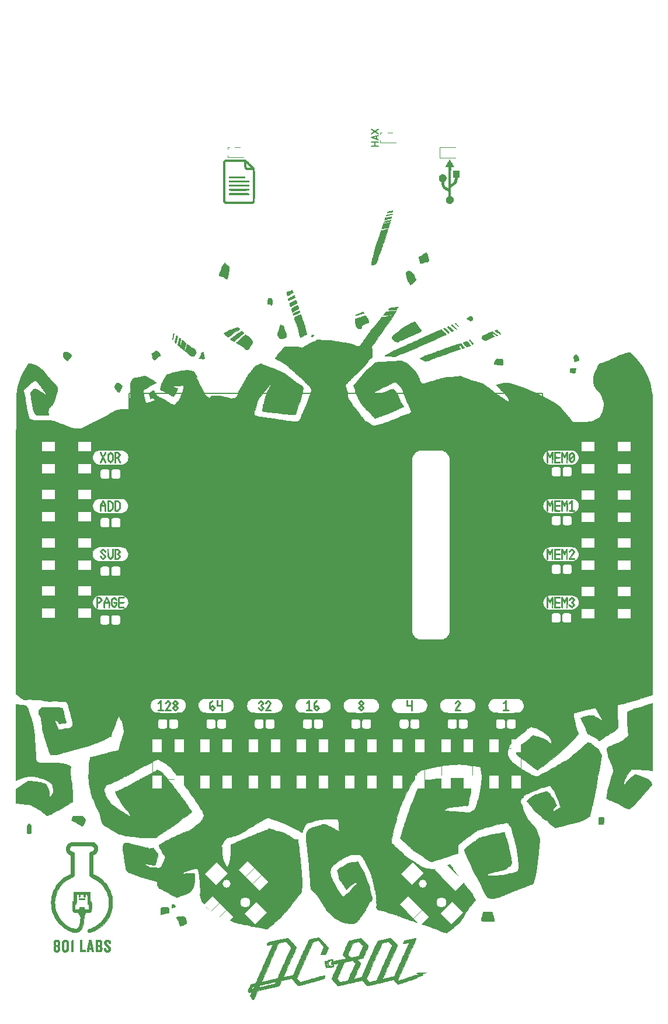
<source format=gto>
G04 #@! TF.GenerationSoftware,KiCad,Pcbnew,(5.1.5)-3*
G04 #@! TF.CreationDate,2021-01-15T00:49:49-07:00*
G04 #@! TF.ProjectId,purplewizard,70757270-6c65-4776-997a-6172642e6b69,0.1*
G04 #@! TF.SameCoordinates,PX613b810PYa454c00*
G04 #@! TF.FileFunction,Legend,Top*
G04 #@! TF.FilePolarity,Positive*
%FSLAX46Y46*%
G04 Gerber Fmt 4.6, Leading zero omitted, Abs format (unit mm)*
G04 Created by KiCad (PCBNEW (5.1.5)-3) date 2021-01-15 00:49:49*
%MOMM*%
%LPD*%
G04 APERTURE LIST*
%ADD10C,0.150000*%
%ADD11C,0.120000*%
%ADD12C,0.010000*%
%ADD13C,0.100000*%
%ADD14C,2.100000*%
%ADD15O,2.100000X2.100000*%
%ADD16C,1.924000*%
%ADD17C,2.000000*%
%ADD18C,1.300000*%
%ADD19R,1.950000X1.400000*%
%ADD20C,1.450000*%
%ADD21C,1.150000*%
%ADD22R,1.400000X1.950000*%
%ADD23C,1.385520*%
%ADD24C,1.388060*%
%ADD25R,1.400000X1.400000*%
%ADD26O,1.400000X1.400000*%
%ADD27O,3.000000X1.700000*%
%ADD28O,2.600000X1.500000*%
%ADD29R,2.100000X2.100000*%
G04 APERTURE END LIST*
D10*
X52572380Y131849524D02*
X51572380Y131849524D01*
X52048571Y131849524D02*
X52048571Y132420953D01*
X52572380Y132420953D02*
X51572380Y132420953D01*
X52286666Y132849524D02*
X52286666Y133325715D01*
X52572380Y132754286D02*
X51572380Y133087620D01*
X52572380Y133420953D01*
X51572380Y133659048D02*
X52572380Y134325715D01*
X51572380Y134325715D02*
X52572380Y133659048D01*
X42531200Y148648420D02*
G75*
G03X42531200Y148648420I-800000J0D01*
G01*
X42402020Y148648420D02*
G75*
G03X42402020Y148648420I-670820J0D01*
G01*
X42269716Y148648420D02*
G75*
G03X42269716Y148648420I-538516J0D01*
G01*
X42143511Y148648420D02*
G75*
G03X42143511Y148648420I-412311J0D01*
G01*
X42031200Y148648420D02*
G75*
G03X42031200Y148648420I-300000J0D01*
G01*
X41931200Y148648420D02*
G75*
G03X41931200Y148648420I-200000J0D01*
G01*
X41831200Y148648420D02*
G75*
G03X41831200Y148648420I-100000J0D01*
G01*
X16380400Y96066400D02*
X76380400Y96066400D01*
X76380400Y52066400D02*
X16380400Y52066400D01*
X16380400Y96066400D02*
X16380400Y52066400D01*
X76380400Y52066400D02*
X76380400Y96066400D01*
D11*
X12231000Y76574134D02*
X14516000Y76574134D01*
X12231000Y78044134D02*
X12231000Y76574134D01*
X14516000Y78044134D02*
X12231000Y78044134D01*
X12231000Y69529868D02*
X14516000Y69529868D01*
X12231000Y70999868D02*
X12231000Y69529868D01*
X14516000Y70999868D02*
X12231000Y70999868D01*
X80631400Y71296200D02*
X78346400Y71296200D01*
X80631400Y69826200D02*
X80631400Y71296200D01*
X78346400Y69826200D02*
X80631400Y69826200D01*
X37556628Y48893400D02*
X35271628Y48893400D01*
X37556628Y47423400D02*
X37556628Y48893400D01*
X35271628Y47423400D02*
X37556628Y47423400D01*
X30685000Y130235000D02*
X32970000Y130235000D01*
X30685000Y131705000D02*
X30685000Y130235000D01*
X32970000Y131705000D02*
X30685000Y131705000D01*
X12205600Y62485600D02*
X14490600Y62485600D01*
X12205600Y63955600D02*
X12205600Y62485600D01*
X14490600Y63955600D02*
X12205600Y63955600D01*
X61475000Y130175000D02*
X63760000Y130175000D01*
X61475000Y131645000D02*
X61475000Y130175000D01*
X63760000Y131645000D02*
X61475000Y131645000D01*
X12231000Y83618400D02*
X14516000Y83618400D01*
X12231000Y85088400D02*
X12231000Y83618400D01*
X14516000Y85088400D02*
X12231000Y85088400D01*
X30557114Y48893400D02*
X28272114Y48893400D01*
X30557114Y47423400D02*
X30557114Y48893400D01*
X28272114Y47423400D02*
X30557114Y47423400D01*
X65554684Y48893400D02*
X63269684Y48893400D01*
X65554684Y47423400D02*
X65554684Y48893400D01*
X63269684Y47423400D02*
X65554684Y47423400D01*
X51555656Y48893400D02*
X49270656Y48893400D01*
X51555656Y47423400D02*
X51555656Y48893400D01*
X49270656Y47423400D02*
X51555656Y47423400D01*
X23557600Y48893400D02*
X21272600Y48893400D01*
X23557600Y47423400D02*
X23557600Y48893400D01*
X21272600Y47423400D02*
X23557600Y47423400D01*
X80631400Y78357400D02*
X78346400Y78357400D01*
X80631400Y76887400D02*
X80631400Y78357400D01*
X78346400Y76887400D02*
X80631400Y76887400D01*
X58555170Y48893400D02*
X56270170Y48893400D01*
X58555170Y47423400D02*
X58555170Y48893400D01*
X56270170Y47423400D02*
X58555170Y47423400D01*
X80631400Y85418600D02*
X78346400Y85418600D01*
X80631400Y83948600D02*
X80631400Y85418600D01*
X78346400Y83948600D02*
X80631400Y83948600D01*
X52794800Y132361000D02*
X55079800Y132361000D01*
X52794800Y133831000D02*
X52794800Y132361000D01*
X55079800Y133831000D02*
X52794800Y133831000D01*
D12*
G36*
X32271418Y127486803D02*
G01*
X32485414Y127486534D01*
X32663624Y127485762D01*
X32809323Y127484223D01*
X32925785Y127481653D01*
X33016282Y127477787D01*
X33084091Y127472361D01*
X33132483Y127465110D01*
X33164734Y127455770D01*
X33184117Y127444077D01*
X33193907Y127429765D01*
X33197376Y127412572D01*
X33197800Y127392232D01*
X33197800Y127391584D01*
X33197415Y127371138D01*
X33194076Y127353849D01*
X33184509Y127339453D01*
X33165438Y127327685D01*
X33133585Y127318280D01*
X33085678Y127310974D01*
X33018438Y127305500D01*
X32928592Y127301596D01*
X32812863Y127298995D01*
X32667975Y127297433D01*
X32490654Y127296646D01*
X32277623Y127296367D01*
X32025607Y127296334D01*
X30892122Y127296334D01*
X30868033Y127341345D01*
X30855007Y127396355D01*
X30866835Y127436595D01*
X30889725Y127486834D01*
X32018362Y127486834D01*
X32271418Y127486803D01*
G37*
X32271418Y127486803D02*
X32485414Y127486534D01*
X32663624Y127485762D01*
X32809323Y127484223D01*
X32925785Y127481653D01*
X33016282Y127477787D01*
X33084091Y127472361D01*
X33132483Y127465110D01*
X33164734Y127455770D01*
X33184117Y127444077D01*
X33193907Y127429765D01*
X33197376Y127412572D01*
X33197800Y127392232D01*
X33197800Y127391584D01*
X33197415Y127371138D01*
X33194076Y127353849D01*
X33184509Y127339453D01*
X33165438Y127327685D01*
X33133585Y127318280D01*
X33085678Y127310974D01*
X33018438Y127305500D01*
X32928592Y127301596D01*
X32812863Y127298995D01*
X32667975Y127297433D01*
X32490654Y127296646D01*
X32277623Y127296367D01*
X32025607Y127296334D01*
X30892122Y127296334D01*
X30868033Y127341345D01*
X30855007Y127396355D01*
X30866835Y127436595D01*
X30889725Y127486834D01*
X32018362Y127486834D01*
X32271418Y127486803D01*
G36*
X32602859Y126894010D02*
G01*
X32850717Y126893505D01*
X33061583Y126892600D01*
X33238126Y126891245D01*
X33383015Y126889386D01*
X33498921Y126886973D01*
X33588514Y126883955D01*
X33654462Y126880279D01*
X33699435Y126875895D01*
X33726105Y126870751D01*
X33735170Y126866775D01*
X33762834Y126826083D01*
X33765674Y126766233D01*
X33758716Y126693084D01*
X32325498Y126687644D01*
X32044345Y126686606D01*
X31802510Y126685833D01*
X31596978Y126685397D01*
X31424734Y126685372D01*
X31282764Y126685834D01*
X31168053Y126686855D01*
X31077586Y126688509D01*
X31008348Y126690871D01*
X30957324Y126694014D01*
X30921500Y126698011D01*
X30897860Y126702938D01*
X30883390Y126708867D01*
X30875075Y126715872D01*
X30870290Y126723295D01*
X30850401Y126776341D01*
X30862038Y126818547D01*
X30890633Y126851834D01*
X30900033Y126860279D01*
X30912155Y126867519D01*
X30930118Y126873647D01*
X30957038Y126878756D01*
X30996035Y126882939D01*
X31050227Y126886287D01*
X31122730Y126888894D01*
X31216663Y126890852D01*
X31335145Y126892254D01*
X31481292Y126893193D01*
X31658223Y126893761D01*
X31869056Y126894051D01*
X32116909Y126894155D01*
X32315337Y126894167D01*
X32602859Y126894010D01*
G37*
X32602859Y126894010D02*
X32850717Y126893505D01*
X33061583Y126892600D01*
X33238126Y126891245D01*
X33383015Y126889386D01*
X33498921Y126886973D01*
X33588514Y126883955D01*
X33654462Y126880279D01*
X33699435Y126875895D01*
X33726105Y126870751D01*
X33735170Y126866775D01*
X33762834Y126826083D01*
X33765674Y126766233D01*
X33758716Y126693084D01*
X32325498Y126687644D01*
X32044345Y126686606D01*
X31802510Y126685833D01*
X31596978Y126685397D01*
X31424734Y126685372D01*
X31282764Y126685834D01*
X31168053Y126686855D01*
X31077586Y126688509D01*
X31008348Y126690871D01*
X30957324Y126694014D01*
X30921500Y126698011D01*
X30897860Y126702938D01*
X30883390Y126708867D01*
X30875075Y126715872D01*
X30870290Y126723295D01*
X30850401Y126776341D01*
X30862038Y126818547D01*
X30890633Y126851834D01*
X30900033Y126860279D01*
X30912155Y126867519D01*
X30930118Y126873647D01*
X30957038Y126878756D01*
X30996035Y126882939D01*
X31050227Y126886287D01*
X31122730Y126888894D01*
X31216663Y126890852D01*
X31335145Y126892254D01*
X31481292Y126893193D01*
X31658223Y126893761D01*
X31869056Y126894051D01*
X32116909Y126894155D01*
X32315337Y126894167D01*
X32602859Y126894010D01*
G36*
X32611210Y126280145D02*
G01*
X32866736Y126279553D01*
X33084499Y126278515D01*
X33266784Y126276992D01*
X33415875Y126274943D01*
X33534057Y126272328D01*
X33623615Y126269105D01*
X33686832Y126265234D01*
X33725994Y126260674D01*
X33743384Y126255386D01*
X33743900Y126254934D01*
X33763458Y126215354D01*
X33769300Y126174500D01*
X33760059Y126122882D01*
X33743900Y126094067D01*
X33728145Y126088713D01*
X33690827Y126084100D01*
X33629656Y126080186D01*
X33542339Y126076931D01*
X33426588Y126074295D01*
X33280110Y126072238D01*
X33100614Y126070719D01*
X32885811Y126069698D01*
X32633408Y126069134D01*
X32341115Y126068987D01*
X32320441Y126068991D01*
X32080679Y126069277D01*
X31853230Y126069992D01*
X31641659Y126071099D01*
X31449527Y126072557D01*
X31280397Y126074326D01*
X31137832Y126076366D01*
X31025396Y126078637D01*
X30946650Y126081101D01*
X30905157Y126083716D01*
X30899672Y126084866D01*
X30865363Y126131149D01*
X30863182Y126191334D01*
X30880057Y126230400D01*
X30912775Y126280334D01*
X32315637Y126280334D01*
X32611210Y126280145D01*
G37*
X32611210Y126280145D02*
X32866736Y126279553D01*
X33084499Y126278515D01*
X33266784Y126276992D01*
X33415875Y126274943D01*
X33534057Y126272328D01*
X33623615Y126269105D01*
X33686832Y126265234D01*
X33725994Y126260674D01*
X33743384Y126255386D01*
X33743900Y126254934D01*
X33763458Y126215354D01*
X33769300Y126174500D01*
X33760059Y126122882D01*
X33743900Y126094067D01*
X33728145Y126088713D01*
X33690827Y126084100D01*
X33629656Y126080186D01*
X33542339Y126076931D01*
X33426588Y126074295D01*
X33280110Y126072238D01*
X33100614Y126070719D01*
X32885811Y126069698D01*
X32633408Y126069134D01*
X32341115Y126068987D01*
X32320441Y126068991D01*
X32080679Y126069277D01*
X31853230Y126069992D01*
X31641659Y126071099D01*
X31449527Y126072557D01*
X31280397Y126074326D01*
X31137832Y126076366D01*
X31025396Y126078637D01*
X30946650Y126081101D01*
X30905157Y126083716D01*
X30899672Y126084866D01*
X30865363Y126131149D01*
X30863182Y126191334D01*
X30880057Y126230400D01*
X30912775Y126280334D01*
X32315637Y126280334D01*
X32611210Y126280145D01*
G36*
X32355729Y125667054D02*
G01*
X32568548Y125666316D01*
X32776331Y125665111D01*
X32974794Y125663449D01*
X33159657Y125661338D01*
X33326639Y125658786D01*
X33471458Y125655802D01*
X33589832Y125652395D01*
X33677480Y125648574D01*
X33730120Y125644347D01*
X33743900Y125641101D01*
X33763458Y125601520D01*
X33769300Y125560667D01*
X33760059Y125509049D01*
X33743900Y125480234D01*
X33718740Y125475724D01*
X33655531Y125471613D01*
X33558552Y125467911D01*
X33432087Y125464625D01*
X33280416Y125461766D01*
X33107820Y125459340D01*
X32918582Y125457358D01*
X32716982Y125455827D01*
X32507302Y125454757D01*
X32293824Y125454155D01*
X32080828Y125454031D01*
X31872597Y125454394D01*
X31673411Y125455251D01*
X31487553Y125456612D01*
X31319303Y125458486D01*
X31172944Y125460880D01*
X31052755Y125463804D01*
X30963020Y125467267D01*
X30908019Y125471276D01*
X30892397Y125474462D01*
X30871302Y125507377D01*
X30862412Y125560104D01*
X30862411Y125560667D01*
X30871136Y125613482D01*
X30892146Y125646711D01*
X30892397Y125646872D01*
X30920110Y125651275D01*
X30985601Y125655125D01*
X31084588Y125658431D01*
X31212788Y125661201D01*
X31365921Y125663444D01*
X31539706Y125665168D01*
X31729861Y125666383D01*
X31932103Y125667096D01*
X32142153Y125667317D01*
X32355729Y125667054D01*
G37*
X32355729Y125667054D02*
X32568548Y125666316D01*
X32776331Y125665111D01*
X32974794Y125663449D01*
X33159657Y125661338D01*
X33326639Y125658786D01*
X33471458Y125655802D01*
X33589832Y125652395D01*
X33677480Y125648574D01*
X33730120Y125644347D01*
X33743900Y125641101D01*
X33763458Y125601520D01*
X33769300Y125560667D01*
X33760059Y125509049D01*
X33743900Y125480234D01*
X33718740Y125475724D01*
X33655531Y125471613D01*
X33558552Y125467911D01*
X33432087Y125464625D01*
X33280416Y125461766D01*
X33107820Y125459340D01*
X32918582Y125457358D01*
X32716982Y125455827D01*
X32507302Y125454757D01*
X32293824Y125454155D01*
X32080828Y125454031D01*
X31872597Y125454394D01*
X31673411Y125455251D01*
X31487553Y125456612D01*
X31319303Y125458486D01*
X31172944Y125460880D01*
X31052755Y125463804D01*
X30963020Y125467267D01*
X30908019Y125471276D01*
X30892397Y125474462D01*
X30871302Y125507377D01*
X30862412Y125560104D01*
X30862411Y125560667D01*
X30871136Y125613482D01*
X30892146Y125646711D01*
X30892397Y125646872D01*
X30920110Y125651275D01*
X30985601Y125655125D01*
X31084588Y125658431D01*
X31212788Y125661201D01*
X31365921Y125663444D01*
X31539706Y125665168D01*
X31729861Y125666383D01*
X31932103Y125667096D01*
X32142153Y125667317D01*
X32355729Y125667054D01*
G36*
X32612123Y125052478D02*
G01*
X32867538Y125051885D01*
X33085192Y125050847D01*
X33267370Y125049323D01*
X33416357Y125047272D01*
X33534438Y125044654D01*
X33623899Y125041428D01*
X33687025Y125037554D01*
X33726101Y125032990D01*
X33743413Y125027697D01*
X33743900Y125027267D01*
X33763458Y124987687D01*
X33769300Y124946834D01*
X33760059Y124895215D01*
X33743900Y124866400D01*
X33728136Y124861051D01*
X33690781Y124856434D01*
X33629549Y124852510D01*
X33542155Y124849237D01*
X33426315Y124846574D01*
X33279742Y124844482D01*
X33100154Y124842919D01*
X32885263Y124841845D01*
X32632785Y124841220D01*
X32340436Y124841002D01*
X32316350Y124841000D01*
X30914200Y124841000D01*
X30881250Y124888044D01*
X30852118Y124944305D01*
X30857646Y124988911D01*
X30881561Y125019405D01*
X30891737Y125026060D01*
X30909971Y125031777D01*
X30939268Y125036625D01*
X30982631Y125040674D01*
X31043063Y125043993D01*
X31123569Y125046653D01*
X31227151Y125048723D01*
X31356814Y125050272D01*
X31515560Y125051370D01*
X31706394Y125052086D01*
X31932318Y125052491D01*
X32196337Y125052654D01*
X32316661Y125052667D01*
X32612123Y125052478D01*
G37*
X32612123Y125052478D02*
X32867538Y125051885D01*
X33085192Y125050847D01*
X33267370Y125049323D01*
X33416357Y125047272D01*
X33534438Y125044654D01*
X33623899Y125041428D01*
X33687025Y125037554D01*
X33726101Y125032990D01*
X33743413Y125027697D01*
X33743900Y125027267D01*
X33763458Y124987687D01*
X33769300Y124946834D01*
X33760059Y124895215D01*
X33743900Y124866400D01*
X33728136Y124861051D01*
X33690781Y124856434D01*
X33629549Y124852510D01*
X33542155Y124849237D01*
X33426315Y124846574D01*
X33279742Y124844482D01*
X33100154Y124842919D01*
X32885263Y124841845D01*
X32632785Y124841220D01*
X32340436Y124841002D01*
X32316350Y124841000D01*
X30914200Y124841000D01*
X30881250Y124888044D01*
X30852118Y124944305D01*
X30857646Y124988911D01*
X30881561Y125019405D01*
X30891737Y125026060D01*
X30909971Y125031777D01*
X30939268Y125036625D01*
X30982631Y125040674D01*
X31043063Y125043993D01*
X31123569Y125046653D01*
X31227151Y125048723D01*
X31356814Y125050272D01*
X31515560Y125051370D01*
X31706394Y125052086D01*
X31932318Y125052491D01*
X32196337Y125052654D01*
X32316661Y125052667D01*
X32612123Y125052478D01*
G36*
X9573449Y22876296D02*
G01*
X10009716Y22870584D01*
X10009716Y22722417D01*
X9111150Y22710995D01*
X9097694Y22764606D01*
X9090534Y22801759D01*
X9093196Y22830101D01*
X9110332Y22850724D01*
X9146594Y22864719D01*
X9206632Y22873178D01*
X9295098Y22877195D01*
X9416642Y22877859D01*
X9573449Y22876296D01*
G37*
X9573449Y22876296D02*
X10009716Y22870584D01*
X10009716Y22722417D01*
X9111150Y22710995D01*
X9097694Y22764606D01*
X9090534Y22801759D01*
X9093196Y22830101D01*
X9110332Y22850724D01*
X9146594Y22864719D01*
X9206632Y22873178D01*
X9295098Y22877195D01*
X9416642Y22877859D01*
X9573449Y22876296D01*
G36*
X80612305Y87551953D02*
G01*
X80664830Y87511909D01*
X80733332Y87451764D01*
X80811329Y87376914D01*
X80817926Y87370311D01*
X81013300Y87174122D01*
X81013300Y86369748D01*
X80817110Y86174374D01*
X80740678Y86101143D01*
X80671786Y86040419D01*
X80617331Y85997921D01*
X80584211Y85979366D01*
X80581426Y85979000D01*
X80552146Y85993215D01*
X80500250Y86032079D01*
X80432668Y86089926D01*
X80356331Y86161089D01*
X80343698Y86173400D01*
X80145466Y86367799D01*
X80145466Y86413926D01*
X80357452Y86413926D01*
X80467770Y86302219D01*
X80578089Y86190513D01*
X80711027Y86322270D01*
X80843966Y86454028D01*
X80843966Y86899060D01*
X80357452Y86413926D01*
X80145466Y86413926D01*
X80145466Y87070307D01*
X80314800Y87070307D01*
X80314800Y86863320D01*
X80316341Y86775543D01*
X80320492Y86706232D01*
X80326542Y86664447D01*
X80331035Y86656334D01*
X80350818Y86670582D01*
X80394758Y86709893D01*
X80457362Y86769115D01*
X80533134Y86843098D01*
X80579437Y86889222D01*
X80811603Y87122110D01*
X80700965Y87232748D01*
X80590327Y87343385D01*
X80452563Y87206846D01*
X80314800Y87070307D01*
X80145466Y87070307D01*
X80145466Y87177702D01*
X80343698Y87372101D01*
X80421545Y87445542D01*
X80491391Y87506091D01*
X80546396Y87548172D01*
X80579718Y87566211D01*
X80582241Y87566500D01*
X80612305Y87551953D01*
G37*
X80612305Y87551953D02*
X80664830Y87511909D01*
X80733332Y87451764D01*
X80811329Y87376914D01*
X80817926Y87370311D01*
X81013300Y87174122D01*
X81013300Y86369748D01*
X80817110Y86174374D01*
X80740678Y86101143D01*
X80671786Y86040419D01*
X80617331Y85997921D01*
X80584211Y85979366D01*
X80581426Y85979000D01*
X80552146Y85993215D01*
X80500250Y86032079D01*
X80432668Y86089926D01*
X80356331Y86161089D01*
X80343698Y86173400D01*
X80145466Y86367799D01*
X80145466Y86413926D01*
X80357452Y86413926D01*
X80467770Y86302219D01*
X80578089Y86190513D01*
X80711027Y86322270D01*
X80843966Y86454028D01*
X80843966Y86899060D01*
X80357452Y86413926D01*
X80145466Y86413926D01*
X80145466Y87070307D01*
X80314800Y87070307D01*
X80314800Y86863320D01*
X80316341Y86775543D01*
X80320492Y86706232D01*
X80326542Y86664447D01*
X80331035Y86656334D01*
X80350818Y86670582D01*
X80394758Y86709893D01*
X80457362Y86769115D01*
X80533134Y86843098D01*
X80579437Y86889222D01*
X80811603Y87122110D01*
X80700965Y87232748D01*
X80590327Y87343385D01*
X80452563Y87206846D01*
X80314800Y87070307D01*
X80145466Y87070307D01*
X80145466Y87177702D01*
X80343698Y87372101D01*
X80421545Y87445542D01*
X80491391Y87506091D01*
X80546396Y87548172D01*
X80579718Y87566211D01*
X80582241Y87566500D01*
X80612305Y87551953D01*
G36*
X79180621Y87561958D02*
G01*
X79214255Y87536490D01*
X79254172Y87483200D01*
X79303957Y87398320D01*
X79362300Y87287644D01*
X79412661Y87190384D01*
X79456873Y87106756D01*
X79491062Y87043955D01*
X79511356Y87009176D01*
X79514479Y87004936D01*
X79528505Y87017592D01*
X79557313Y87062112D01*
X79597252Y87132250D01*
X79644671Y87221759D01*
X79667250Y87266244D01*
X79717888Y87365212D01*
X79763480Y87450459D01*
X79800045Y87514829D01*
X79823605Y87551164D01*
X79828482Y87556236D01*
X79865209Y87562462D01*
X79903513Y87557441D01*
X79955487Y87544397D01*
X79949935Y86766990D01*
X79944383Y85989584D01*
X79892652Y85982282D01*
X79861536Y85980329D01*
X79837082Y85987209D01*
X79818477Y86007333D01*
X79804910Y86045110D01*
X79795569Y86104950D01*
X79789643Y86191263D01*
X79786320Y86308460D01*
X79784787Y86460948D01*
X79784392Y86570421D01*
X79783151Y87090250D01*
X79684643Y86894997D01*
X79640816Y86812366D01*
X79600937Y86744754D01*
X79570319Y86700773D01*
X79557350Y86688698D01*
X79515633Y86687389D01*
X79471354Y86717289D01*
X79421551Y86781450D01*
X79363262Y86882923D01*
X79356819Y86895305D01*
X79267050Y87069084D01*
X79261373Y86552206D01*
X79258329Y86364606D01*
X79253764Y86215157D01*
X79247735Y86104923D01*
X79240300Y86034967D01*
X79232323Y86007164D01*
X79187129Y85981357D01*
X79134831Y85988555D01*
X79112533Y86004400D01*
X79105255Y86023836D01*
X79099354Y86068077D01*
X79094732Y86140022D01*
X79091294Y86242564D01*
X79088946Y86378600D01*
X79087591Y86551026D01*
X79087134Y86762738D01*
X79087133Y86774392D01*
X79087368Y86976319D01*
X79088178Y87139913D01*
X79089724Y87269171D01*
X79092166Y87368091D01*
X79095661Y87440671D01*
X79100371Y87490910D01*
X79106454Y87522804D01*
X79114071Y87540352D01*
X79117866Y87544490D01*
X79149687Y87563369D01*
X79180621Y87561958D01*
G37*
X79180621Y87561958D02*
X79214255Y87536490D01*
X79254172Y87483200D01*
X79303957Y87398320D01*
X79362300Y87287644D01*
X79412661Y87190384D01*
X79456873Y87106756D01*
X79491062Y87043955D01*
X79511356Y87009176D01*
X79514479Y87004936D01*
X79528505Y87017592D01*
X79557313Y87062112D01*
X79597252Y87132250D01*
X79644671Y87221759D01*
X79667250Y87266244D01*
X79717888Y87365212D01*
X79763480Y87450459D01*
X79800045Y87514829D01*
X79823605Y87551164D01*
X79828482Y87556236D01*
X79865209Y87562462D01*
X79903513Y87557441D01*
X79955487Y87544397D01*
X79949935Y86766990D01*
X79944383Y85989584D01*
X79892652Y85982282D01*
X79861536Y85980329D01*
X79837082Y85987209D01*
X79818477Y86007333D01*
X79804910Y86045110D01*
X79795569Y86104950D01*
X79789643Y86191263D01*
X79786320Y86308460D01*
X79784787Y86460948D01*
X79784392Y86570421D01*
X79783151Y87090250D01*
X79684643Y86894997D01*
X79640816Y86812366D01*
X79600937Y86744754D01*
X79570319Y86700773D01*
X79557350Y86688698D01*
X79515633Y86687389D01*
X79471354Y86717289D01*
X79421551Y86781450D01*
X79363262Y86882923D01*
X79356819Y86895305D01*
X79267050Y87069084D01*
X79261373Y86552206D01*
X79258329Y86364606D01*
X79253764Y86215157D01*
X79247735Y86104923D01*
X79240300Y86034967D01*
X79232323Y86007164D01*
X79187129Y85981357D01*
X79134831Y85988555D01*
X79112533Y86004400D01*
X79105255Y86023836D01*
X79099354Y86068077D01*
X79094732Y86140022D01*
X79091294Y86242564D01*
X79088946Y86378600D01*
X79087591Y86551026D01*
X79087134Y86762738D01*
X79087133Y86774392D01*
X79087368Y86976319D01*
X79088178Y87139913D01*
X79089724Y87269171D01*
X79092166Y87368091D01*
X79095661Y87440671D01*
X79100371Y87490910D01*
X79106454Y87522804D01*
X79114071Y87540352D01*
X79117866Y87544490D01*
X79149687Y87563369D01*
X79180621Y87561958D01*
G36*
X78677173Y87565104D02*
G01*
X78768902Y87561530D01*
X78836338Y87555993D01*
X78871155Y87548424D01*
X78871869Y87548005D01*
X78890625Y87514998D01*
X78893036Y87468954D01*
X78886050Y87407750D01*
X78208716Y87386584D01*
X78208716Y86857417D01*
X78547383Y86846834D01*
X78886050Y86836250D01*
X78892476Y86770224D01*
X78893276Y86738235D01*
X78884928Y86714636D01*
X78861995Y86698151D01*
X78819045Y86687503D01*
X78750642Y86681415D01*
X78651352Y86678609D01*
X78515740Y86677809D01*
X78499106Y86677790D01*
X78196830Y86677500D01*
X78202773Y86418209D01*
X78208716Y86158917D01*
X78547383Y86148334D01*
X78886050Y86137750D01*
X78886050Y85989584D01*
X78483265Y85983851D01*
X78328974Y85982511D01*
X78213005Y85983586D01*
X78131405Y85987264D01*
X78080220Y85993730D01*
X78055497Y86003168D01*
X78054640Y86003960D01*
X78047416Y86031891D01*
X78041273Y86096190D01*
X78036213Y86190906D01*
X78032237Y86310087D01*
X78029347Y86447783D01*
X78027545Y86598044D01*
X78026833Y86754917D01*
X78027212Y86912453D01*
X78028684Y87064701D01*
X78031251Y87205709D01*
X78034914Y87329528D01*
X78039675Y87430205D01*
X78045536Y87501791D01*
X78052499Y87538333D01*
X78054200Y87541100D01*
X78082868Y87549290D01*
X78145522Y87556011D01*
X78233835Y87561191D01*
X78339482Y87564760D01*
X78454138Y87566649D01*
X78569477Y87566787D01*
X78677173Y87565104D01*
G37*
X78677173Y87565104D02*
X78768902Y87561530D01*
X78836338Y87555993D01*
X78871155Y87548424D01*
X78871869Y87548005D01*
X78890625Y87514998D01*
X78893036Y87468954D01*
X78886050Y87407750D01*
X78208716Y87386584D01*
X78208716Y86857417D01*
X78547383Y86846834D01*
X78886050Y86836250D01*
X78892476Y86770224D01*
X78893276Y86738235D01*
X78884928Y86714636D01*
X78861995Y86698151D01*
X78819045Y86687503D01*
X78750642Y86681415D01*
X78651352Y86678609D01*
X78515740Y86677809D01*
X78499106Y86677790D01*
X78196830Y86677500D01*
X78202773Y86418209D01*
X78208716Y86158917D01*
X78547383Y86148334D01*
X78886050Y86137750D01*
X78886050Y85989584D01*
X78483265Y85983851D01*
X78328974Y85982511D01*
X78213005Y85983586D01*
X78131405Y85987264D01*
X78080220Y85993730D01*
X78055497Y86003168D01*
X78054640Y86003960D01*
X78047416Y86031891D01*
X78041273Y86096190D01*
X78036213Y86190906D01*
X78032237Y86310087D01*
X78029347Y86447783D01*
X78027545Y86598044D01*
X78026833Y86754917D01*
X78027212Y86912453D01*
X78028684Y87064701D01*
X78031251Y87205709D01*
X78034914Y87329528D01*
X78039675Y87430205D01*
X78045536Y87501791D01*
X78052499Y87538333D01*
X78054200Y87541100D01*
X78082868Y87549290D01*
X78145522Y87556011D01*
X78233835Y87561191D01*
X78339482Y87564760D01*
X78454138Y87566649D01*
X78569477Y87566787D01*
X78677173Y87565104D01*
G36*
X77063955Y87561958D02*
G01*
X77097588Y87536490D01*
X77137505Y87483200D01*
X77187290Y87398320D01*
X77245633Y87287644D01*
X77295994Y87190384D01*
X77340206Y87106756D01*
X77374395Y87043955D01*
X77394690Y87009176D01*
X77397813Y87004936D01*
X77411838Y87017592D01*
X77440647Y87062112D01*
X77480586Y87132250D01*
X77528004Y87221759D01*
X77550584Y87266244D01*
X77601222Y87365212D01*
X77646813Y87450459D01*
X77683379Y87514829D01*
X77706938Y87551164D01*
X77711815Y87556236D01*
X77748542Y87562462D01*
X77786846Y87557441D01*
X77838820Y87544397D01*
X77833268Y86766990D01*
X77827716Y85989584D01*
X77775985Y85982282D01*
X77744870Y85980329D01*
X77720415Y85987209D01*
X77701810Y86007333D01*
X77688243Y86045110D01*
X77678903Y86104950D01*
X77672977Y86191263D01*
X77669653Y86308460D01*
X77668121Y86460948D01*
X77667725Y86570421D01*
X77666484Y87090250D01*
X77567976Y86894997D01*
X77524149Y86812366D01*
X77484270Y86744754D01*
X77453653Y86700773D01*
X77440683Y86688698D01*
X77398966Y86687389D01*
X77354687Y86717289D01*
X77304884Y86781450D01*
X77246595Y86882923D01*
X77240152Y86895305D01*
X77150383Y87069084D01*
X77144707Y86552206D01*
X77141662Y86364606D01*
X77137097Y86215157D01*
X77131068Y86104923D01*
X77123633Y86034967D01*
X77115657Y86007164D01*
X77070462Y85981357D01*
X77018164Y85988555D01*
X76995866Y86004400D01*
X76988589Y86023836D01*
X76982687Y86068077D01*
X76978065Y86140022D01*
X76974628Y86242564D01*
X76972279Y86378600D01*
X76970924Y86551026D01*
X76970467Y86762738D01*
X76970466Y86774392D01*
X76970701Y86976319D01*
X76971512Y87139913D01*
X76973058Y87269171D01*
X76975499Y87368091D01*
X76978995Y87440671D01*
X76983704Y87490910D01*
X76989788Y87522804D01*
X76997404Y87540352D01*
X77001199Y87544490D01*
X77033020Y87563369D01*
X77063955Y87561958D01*
G37*
X77063955Y87561958D02*
X77097588Y87536490D01*
X77137505Y87483200D01*
X77187290Y87398320D01*
X77245633Y87287644D01*
X77295994Y87190384D01*
X77340206Y87106756D01*
X77374395Y87043955D01*
X77394690Y87009176D01*
X77397813Y87004936D01*
X77411838Y87017592D01*
X77440647Y87062112D01*
X77480586Y87132250D01*
X77528004Y87221759D01*
X77550584Y87266244D01*
X77601222Y87365212D01*
X77646813Y87450459D01*
X77683379Y87514829D01*
X77706938Y87551164D01*
X77711815Y87556236D01*
X77748542Y87562462D01*
X77786846Y87557441D01*
X77838820Y87544397D01*
X77833268Y86766990D01*
X77827716Y85989584D01*
X77775985Y85982282D01*
X77744870Y85980329D01*
X77720415Y85987209D01*
X77701810Y86007333D01*
X77688243Y86045110D01*
X77678903Y86104950D01*
X77672977Y86191263D01*
X77669653Y86308460D01*
X77668121Y86460948D01*
X77667725Y86570421D01*
X77666484Y87090250D01*
X77567976Y86894997D01*
X77524149Y86812366D01*
X77484270Y86744754D01*
X77453653Y86700773D01*
X77440683Y86688698D01*
X77398966Y86687389D01*
X77354687Y86717289D01*
X77304884Y86781450D01*
X77246595Y86882923D01*
X77240152Y86895305D01*
X77150383Y87069084D01*
X77144707Y86552206D01*
X77141662Y86364606D01*
X77137097Y86215157D01*
X77131068Y86104923D01*
X77123633Y86034967D01*
X77115657Y86007164D01*
X77070462Y85981357D01*
X77018164Y85988555D01*
X76995866Y86004400D01*
X76988589Y86023836D01*
X76982687Y86068077D01*
X76978065Y86140022D01*
X76974628Y86242564D01*
X76972279Y86378600D01*
X76970924Y86551026D01*
X76970467Y86762738D01*
X76970466Y86774392D01*
X76970701Y86976319D01*
X76971512Y87139913D01*
X76973058Y87269171D01*
X76975499Y87368091D01*
X76978995Y87440671D01*
X76983704Y87490910D01*
X76989788Y87522804D01*
X76997404Y87540352D01*
X77001199Y87544490D01*
X77033020Y87563369D01*
X77063955Y87561958D01*
G36*
X14968426Y87370311D02*
G01*
X15058858Y87276563D01*
X15119633Y87206206D01*
X15153644Y87155564D01*
X15163800Y87122071D01*
X15150932Y87082201D01*
X15110615Y87024790D01*
X15040280Y86946420D01*
X15003355Y86908629D01*
X14842910Y86747238D01*
X15003355Y86426884D01*
X15070883Y86289306D01*
X15118696Y86184080D01*
X15147911Y86106703D01*
X15159643Y86052670D01*
X15155007Y86017480D01*
X15135120Y85996630D01*
X15112086Y85987994D01*
X15063681Y85983202D01*
X15037277Y85989289D01*
X15020717Y86012067D01*
X14989016Y86066469D01*
X14945662Y86146106D01*
X14894146Y86244588D01*
X14845450Y86340531D01*
X14676717Y86677500D01*
X14465300Y86677500D01*
X14465300Y86353650D01*
X14464355Y86218292D01*
X14460674Y86119624D01*
X14452988Y86052029D01*
X14440028Y86009890D01*
X14420523Y85987590D01*
X14393205Y85979510D01*
X14380633Y85979000D01*
X14336189Y85993122D01*
X14321366Y86004400D01*
X14314081Y86023852D01*
X14308174Y86068126D01*
X14303550Y86140120D01*
X14300113Y86242731D01*
X14297768Y86378856D01*
X14296417Y86551395D01*
X14295967Y86763243D01*
X14295966Y86772750D01*
X14296382Y86986262D01*
X14297694Y87160346D01*
X14299997Y87297898D01*
X14303236Y87397167D01*
X14465300Y87397167D01*
X14465300Y86846834D01*
X14577036Y86846834D01*
X14631059Y86848129D01*
X14671575Y86855890D01*
X14709060Y86875926D01*
X14753992Y86914046D01*
X14816849Y86976063D01*
X14825133Y86984417D01*
X14961493Y87122000D01*
X14825133Y87259584D01*
X14759719Y87324523D01*
X14713359Y87364940D01*
X14675575Y87386645D01*
X14635889Y87395449D01*
X14583826Y87397162D01*
X14577036Y87397167D01*
X14465300Y87397167D01*
X14303236Y87397167D01*
X14303388Y87401818D01*
X14307961Y87475003D01*
X14313814Y87520350D01*
X14321041Y87540756D01*
X14321366Y87541100D01*
X14357678Y87554540D01*
X14433061Y87563100D01*
X14544499Y87566462D01*
X14559909Y87566500D01*
X14773052Y87566500D01*
X14968426Y87370311D01*
G37*
X14968426Y87370311D02*
X15058858Y87276563D01*
X15119633Y87206206D01*
X15153644Y87155564D01*
X15163800Y87122071D01*
X15150932Y87082201D01*
X15110615Y87024790D01*
X15040280Y86946420D01*
X15003355Y86908629D01*
X14842910Y86747238D01*
X15003355Y86426884D01*
X15070883Y86289306D01*
X15118696Y86184080D01*
X15147911Y86106703D01*
X15159643Y86052670D01*
X15155007Y86017480D01*
X15135120Y85996630D01*
X15112086Y85987994D01*
X15063681Y85983202D01*
X15037277Y85989289D01*
X15020717Y86012067D01*
X14989016Y86066469D01*
X14945662Y86146106D01*
X14894146Y86244588D01*
X14845450Y86340531D01*
X14676717Y86677500D01*
X14465300Y86677500D01*
X14465300Y86353650D01*
X14464355Y86218292D01*
X14460674Y86119624D01*
X14452988Y86052029D01*
X14440028Y86009890D01*
X14420523Y85987590D01*
X14393205Y85979510D01*
X14380633Y85979000D01*
X14336189Y85993122D01*
X14321366Y86004400D01*
X14314081Y86023852D01*
X14308174Y86068126D01*
X14303550Y86140120D01*
X14300113Y86242731D01*
X14297768Y86378856D01*
X14296417Y86551395D01*
X14295967Y86763243D01*
X14295966Y86772750D01*
X14296382Y86986262D01*
X14297694Y87160346D01*
X14299997Y87297898D01*
X14303236Y87397167D01*
X14465300Y87397167D01*
X14465300Y86846834D01*
X14577036Y86846834D01*
X14631059Y86848129D01*
X14671575Y86855890D01*
X14709060Y86875926D01*
X14753992Y86914046D01*
X14816849Y86976063D01*
X14825133Y86984417D01*
X14961493Y87122000D01*
X14825133Y87259584D01*
X14759719Y87324523D01*
X14713359Y87364940D01*
X14675575Y87386645D01*
X14635889Y87395449D01*
X14583826Y87397162D01*
X14577036Y87397167D01*
X14465300Y87397167D01*
X14303236Y87397167D01*
X14303388Y87401818D01*
X14307961Y87475003D01*
X14313814Y87520350D01*
X14321041Y87540756D01*
X14321366Y87541100D01*
X14357678Y87554540D01*
X14433061Y87563100D01*
X14544499Y87566462D01*
X14559909Y87566500D01*
X14773052Y87566500D01*
X14968426Y87370311D01*
G36*
X13704472Y87551953D02*
G01*
X13756997Y87511909D01*
X13825499Y87451764D01*
X13903496Y87376914D01*
X13910093Y87370311D01*
X14105466Y87174122D01*
X14105466Y86369748D01*
X13909277Y86174374D01*
X13824373Y86093055D01*
X13752460Y86030510D01*
X13698858Y85991096D01*
X13670734Y85979000D01*
X13637956Y85994083D01*
X13582138Y86036495D01*
X13508431Y86101988D01*
X13433006Y86175190D01*
X13237633Y86371379D01*
X13237633Y87070307D01*
X13406966Y87070307D01*
X13406966Y86456389D01*
X13670368Y86190625D01*
X13803250Y86322326D01*
X13936133Y86454028D01*
X13936133Y87091576D01*
X13682081Y87342976D01*
X13544524Y87206642D01*
X13406966Y87070307D01*
X13237633Y87070307D01*
X13237633Y87177702D01*
X13435865Y87372101D01*
X13513712Y87445542D01*
X13583558Y87506091D01*
X13638562Y87548172D01*
X13671884Y87566211D01*
X13674408Y87566500D01*
X13704472Y87551953D01*
G37*
X13704472Y87551953D02*
X13756997Y87511909D01*
X13825499Y87451764D01*
X13903496Y87376914D01*
X13910093Y87370311D01*
X14105466Y87174122D01*
X14105466Y86369748D01*
X13909277Y86174374D01*
X13824373Y86093055D01*
X13752460Y86030510D01*
X13698858Y85991096D01*
X13670734Y85979000D01*
X13637956Y85994083D01*
X13582138Y86036495D01*
X13508431Y86101988D01*
X13433006Y86175190D01*
X13237633Y86371379D01*
X13237633Y87070307D01*
X13406966Y87070307D01*
X13406966Y86456389D01*
X13670368Y86190625D01*
X13803250Y86322326D01*
X13936133Y86454028D01*
X13936133Y87091576D01*
X13682081Y87342976D01*
X13544524Y87206642D01*
X13406966Y87070307D01*
X13237633Y87070307D01*
X13237633Y87177702D01*
X13435865Y87372101D01*
X13513712Y87445542D01*
X13583558Y87506091D01*
X13638562Y87548172D01*
X13671884Y87566211D01*
X13674408Y87566500D01*
X13704472Y87551953D01*
G36*
X12292239Y87560180D02*
G01*
X12313444Y87537378D01*
X12348664Y87483546D01*
X12393637Y87405834D01*
X12444098Y87311395D01*
X12464601Y87271062D01*
X12514115Y87173581D01*
X12557225Y87091205D01*
X12590344Y87030599D01*
X12609882Y86998430D01*
X12613216Y86995000D01*
X12625817Y87012871D01*
X12653522Y87062017D01*
X12692722Y87135742D01*
X12739809Y87227348D01*
X12760544Y87268493D01*
X12810983Y87367048D01*
X12856381Y87451863D01*
X12892734Y87515749D01*
X12916043Y87551514D01*
X12920648Y87556236D01*
X12957409Y87562484D01*
X12995419Y87557507D01*
X13025738Y87543529D01*
X13041163Y87517504D01*
X13040599Y87475134D01*
X13022952Y87412122D01*
X12987129Y87324168D01*
X12932035Y87206974D01*
X12879202Y87100850D01*
X12713500Y86772783D01*
X12880317Y86439641D01*
X12949028Y86299849D01*
X12998175Y86192524D01*
X13028896Y86113205D01*
X13042327Y86057432D01*
X13039604Y86020745D01*
X13021864Y85998683D01*
X12995419Y85987994D01*
X12947031Y85983194D01*
X12920648Y85989265D01*
X12903377Y86012440D01*
X12871515Y86066500D01*
X12829042Y86144289D01*
X12779938Y86238649D01*
X12759417Y86279257D01*
X12709842Y86375387D01*
X12666119Y86454928D01*
X12631900Y86511635D01*
X12610836Y86539261D01*
X12606646Y86540565D01*
X12592191Y86517413D01*
X12562471Y86463696D01*
X12521359Y86386609D01*
X12472729Y86293346D01*
X12454466Y86257857D01*
X12390966Y86138205D01*
X12340441Y86054238D01*
X12299573Y86002568D01*
X12265046Y85979806D01*
X12233542Y85982566D01*
X12205511Y86003589D01*
X12189299Y86026407D01*
X12183751Y86056448D01*
X12190568Y86099016D01*
X12211457Y86159412D01*
X12248119Y86242942D01*
X12302261Y86354908D01*
X12347230Y86444651D01*
X12512932Y86772718D01*
X12344923Y87108242D01*
X12290673Y87219652D01*
X12244465Y87320447D01*
X12209289Y87403609D01*
X12188138Y87462124D01*
X12183399Y87487097D01*
X12207416Y87536323D01*
X12252007Y87562660D01*
X12292239Y87560180D01*
G37*
X12292239Y87560180D02*
X12313444Y87537378D01*
X12348664Y87483546D01*
X12393637Y87405834D01*
X12444098Y87311395D01*
X12464601Y87271062D01*
X12514115Y87173581D01*
X12557225Y87091205D01*
X12590344Y87030599D01*
X12609882Y86998430D01*
X12613216Y86995000D01*
X12625817Y87012871D01*
X12653522Y87062017D01*
X12692722Y87135742D01*
X12739809Y87227348D01*
X12760544Y87268493D01*
X12810983Y87367048D01*
X12856381Y87451863D01*
X12892734Y87515749D01*
X12916043Y87551514D01*
X12920648Y87556236D01*
X12957409Y87562484D01*
X12995419Y87557507D01*
X13025738Y87543529D01*
X13041163Y87517504D01*
X13040599Y87475134D01*
X13022952Y87412122D01*
X12987129Y87324168D01*
X12932035Y87206974D01*
X12879202Y87100850D01*
X12713500Y86772783D01*
X12880317Y86439641D01*
X12949028Y86299849D01*
X12998175Y86192524D01*
X13028896Y86113205D01*
X13042327Y86057432D01*
X13039604Y86020745D01*
X13021864Y85998683D01*
X12995419Y85987994D01*
X12947031Y85983194D01*
X12920648Y85989265D01*
X12903377Y86012440D01*
X12871515Y86066500D01*
X12829042Y86144289D01*
X12779938Y86238649D01*
X12759417Y86279257D01*
X12709842Y86375387D01*
X12666119Y86454928D01*
X12631900Y86511635D01*
X12610836Y86539261D01*
X12606646Y86540565D01*
X12592191Y86517413D01*
X12562471Y86463696D01*
X12521359Y86386609D01*
X12472729Y86293346D01*
X12454466Y86257857D01*
X12390966Y86138205D01*
X12340441Y86054238D01*
X12299573Y86002568D01*
X12265046Y85979806D01*
X12233542Y85982566D01*
X12205511Y86003589D01*
X12189299Y86026407D01*
X12183751Y86056448D01*
X12190568Y86099016D01*
X12211457Y86159412D01*
X12248119Y86242942D01*
X12302261Y86354908D01*
X12347230Y86444651D01*
X12512932Y86772718D01*
X12344923Y87108242D01*
X12290673Y87219652D01*
X12244465Y87320447D01*
X12209289Y87403609D01*
X12188138Y87462124D01*
X12183399Y87487097D01*
X12207416Y87536323D01*
X12252007Y87562660D01*
X12292239Y87560180D01*
G36*
X80635865Y80546436D02*
G01*
X80649233Y80534934D01*
X80656828Y80514818D01*
X80662923Y80469258D01*
X80667622Y80395291D01*
X80671032Y80289951D01*
X80673259Y80150276D01*
X80674410Y79973301D01*
X80674633Y79826741D01*
X80674633Y79143948D01*
X80838675Y79137766D01*
X80921082Y79134092D01*
X80970330Y79128358D01*
X80995565Y79116960D01*
X81005933Y79096295D01*
X81009703Y79070381D01*
X81005857Y79018979D01*
X80988536Y78991330D01*
X80954091Y78983096D01*
X80886277Y78977205D01*
X80793720Y78973558D01*
X80685041Y78972059D01*
X80568864Y78972611D01*
X80453814Y78975114D01*
X80348512Y78979473D01*
X80261584Y78985590D01*
X80201651Y78993366D01*
X80179252Y79000478D01*
X80150201Y79045655D01*
X80148748Y79079853D01*
X80155125Y79105746D01*
X80171282Y79122017D01*
X80206207Y79131840D01*
X80268887Y79138382D01*
X80325383Y79142167D01*
X80494716Y79152750D01*
X80500365Y79697792D01*
X80501248Y79844678D01*
X80500814Y79976575D01*
X80499182Y80087899D01*
X80496470Y80173068D01*
X80492798Y80226498D01*
X80488786Y80242834D01*
X80465755Y80228764D01*
X80424297Y80192441D01*
X80387887Y80156492D01*
X80319204Y80089698D01*
X80268681Y80052432D01*
X80228636Y80040693D01*
X80191381Y80050479D01*
X80187800Y80052334D01*
X80154915Y80078701D01*
X80145996Y80113156D01*
X80163017Y80159707D01*
X80207950Y80222364D01*
X80282768Y80305137D01*
X80341656Y80364960D01*
X80435502Y80455390D01*
X80506993Y80516071D01*
X80560982Y80549684D01*
X80602321Y80558912D01*
X80635865Y80546436D01*
G37*
X80635865Y80546436D02*
X80649233Y80534934D01*
X80656828Y80514818D01*
X80662923Y80469258D01*
X80667622Y80395291D01*
X80671032Y80289951D01*
X80673259Y80150276D01*
X80674410Y79973301D01*
X80674633Y79826741D01*
X80674633Y79143948D01*
X80838675Y79137766D01*
X80921082Y79134092D01*
X80970330Y79128358D01*
X80995565Y79116960D01*
X81005933Y79096295D01*
X81009703Y79070381D01*
X81005857Y79018979D01*
X80988536Y78991330D01*
X80954091Y78983096D01*
X80886277Y78977205D01*
X80793720Y78973558D01*
X80685041Y78972059D01*
X80568864Y78972611D01*
X80453814Y78975114D01*
X80348512Y78979473D01*
X80261584Y78985590D01*
X80201651Y78993366D01*
X80179252Y79000478D01*
X80150201Y79045655D01*
X80148748Y79079853D01*
X80155125Y79105746D01*
X80171282Y79122017D01*
X80206207Y79131840D01*
X80268887Y79138382D01*
X80325383Y79142167D01*
X80494716Y79152750D01*
X80500365Y79697792D01*
X80501248Y79844678D01*
X80500814Y79976575D01*
X80499182Y80087899D01*
X80496470Y80173068D01*
X80492798Y80226498D01*
X80488786Y80242834D01*
X80465755Y80228764D01*
X80424297Y80192441D01*
X80387887Y80156492D01*
X80319204Y80089698D01*
X80268681Y80052432D01*
X80228636Y80040693D01*
X80191381Y80050479D01*
X80187800Y80052334D01*
X80154915Y80078701D01*
X80145996Y80113156D01*
X80163017Y80159707D01*
X80207950Y80222364D01*
X80282768Y80305137D01*
X80341656Y80364960D01*
X80435502Y80455390D01*
X80506993Y80516071D01*
X80560982Y80549684D01*
X80602321Y80558912D01*
X80635865Y80546436D01*
G36*
X79198404Y80558055D02*
G01*
X79220206Y80547491D01*
X79243298Y80523053D01*
X79271657Y80479153D01*
X79309260Y80410202D01*
X79360083Y80310610D01*
X79380426Y80270084D01*
X79525848Y79979833D01*
X79671615Y80264792D01*
X79728052Y80374232D01*
X79769721Y80451398D01*
X79800743Y80501902D01*
X79825240Y80531357D01*
X79847333Y80545374D01*
X79871144Y80549566D01*
X79880883Y80549750D01*
X79944383Y80549750D01*
X79949943Y79778582D01*
X79951320Y79573040D01*
X79951953Y79405862D01*
X79951483Y79273080D01*
X79949551Y79170728D01*
X79945799Y79094838D01*
X79939868Y79041442D01*
X79931398Y79006573D01*
X79920032Y78986264D01*
X79905409Y78976546D01*
X79887172Y78973453D01*
X79877103Y78973158D01*
X79843247Y78986604D01*
X79818895Y79006096D01*
X79808346Y79021890D01*
X79800195Y79048923D01*
X79794130Y79092225D01*
X79789839Y79156826D01*
X79787008Y79247756D01*
X79785326Y79370046D01*
X79784480Y79528727D01*
X79784392Y79561721D01*
X79783151Y80084084D01*
X79684375Y79888292D01*
X79638519Y79799513D01*
X79605112Y79742322D01*
X79578711Y79709943D01*
X79553870Y79695597D01*
X79527079Y79692500D01*
X79498701Y79696131D01*
X79473692Y79711513D01*
X79446574Y79745378D01*
X79411870Y79804459D01*
X79367804Y79888292D01*
X79267050Y80084084D01*
X79261575Y79554917D01*
X79259594Y79389599D01*
X79257245Y79261588D01*
X79254155Y79165857D01*
X79249953Y79097381D01*
X79244268Y79051132D01*
X79236727Y79022086D01*
X79226959Y79005214D01*
X79220488Y78999292D01*
X79184309Y78977020D01*
X79154029Y78979824D01*
X79124175Y78995696D01*
X79114287Y79004097D01*
X79106323Y79019399D01*
X79100078Y79045826D01*
X79095345Y79087606D01*
X79091917Y79148963D01*
X79089590Y79234123D01*
X79088158Y79347312D01*
X79087412Y79492757D01*
X79087149Y79674682D01*
X79087133Y79755321D01*
X79087491Y79929086D01*
X79088509Y80090195D01*
X79090101Y80233554D01*
X79092184Y80354068D01*
X79094671Y80446646D01*
X79097479Y80506193D01*
X79099981Y80526853D01*
X79130198Y80552703D01*
X79173916Y80560334D01*
X79198404Y80558055D01*
G37*
X79198404Y80558055D02*
X79220206Y80547491D01*
X79243298Y80523053D01*
X79271657Y80479153D01*
X79309260Y80410202D01*
X79360083Y80310610D01*
X79380426Y80270084D01*
X79525848Y79979833D01*
X79671615Y80264792D01*
X79728052Y80374232D01*
X79769721Y80451398D01*
X79800743Y80501902D01*
X79825240Y80531357D01*
X79847333Y80545374D01*
X79871144Y80549566D01*
X79880883Y80549750D01*
X79944383Y80549750D01*
X79949943Y79778582D01*
X79951320Y79573040D01*
X79951953Y79405862D01*
X79951483Y79273080D01*
X79949551Y79170728D01*
X79945799Y79094838D01*
X79939868Y79041442D01*
X79931398Y79006573D01*
X79920032Y78986264D01*
X79905409Y78976546D01*
X79887172Y78973453D01*
X79877103Y78973158D01*
X79843247Y78986604D01*
X79818895Y79006096D01*
X79808346Y79021890D01*
X79800195Y79048923D01*
X79794130Y79092225D01*
X79789839Y79156826D01*
X79787008Y79247756D01*
X79785326Y79370046D01*
X79784480Y79528727D01*
X79784392Y79561721D01*
X79783151Y80084084D01*
X79684375Y79888292D01*
X79638519Y79799513D01*
X79605112Y79742322D01*
X79578711Y79709943D01*
X79553870Y79695597D01*
X79527079Y79692500D01*
X79498701Y79696131D01*
X79473692Y79711513D01*
X79446574Y79745378D01*
X79411870Y79804459D01*
X79367804Y79888292D01*
X79267050Y80084084D01*
X79261575Y79554917D01*
X79259594Y79389599D01*
X79257245Y79261588D01*
X79254155Y79165857D01*
X79249953Y79097381D01*
X79244268Y79051132D01*
X79236727Y79022086D01*
X79226959Y79005214D01*
X79220488Y78999292D01*
X79184309Y78977020D01*
X79154029Y78979824D01*
X79124175Y78995696D01*
X79114287Y79004097D01*
X79106323Y79019399D01*
X79100078Y79045826D01*
X79095345Y79087606D01*
X79091917Y79148963D01*
X79089590Y79234123D01*
X79088158Y79347312D01*
X79087412Y79492757D01*
X79087149Y79674682D01*
X79087133Y79755321D01*
X79087491Y79929086D01*
X79088509Y80090195D01*
X79090101Y80233554D01*
X79092184Y80354068D01*
X79094671Y80446646D01*
X79097479Y80506193D01*
X79099981Y80526853D01*
X79130198Y80552703D01*
X79173916Y80560334D01*
X79198404Y80558055D01*
G36*
X78392071Y80556499D02*
G01*
X78474839Y80555512D01*
X78886050Y80549750D01*
X78886050Y80401584D01*
X78542091Y80395768D01*
X78198133Y80389952D01*
X78198133Y79861834D01*
X78520925Y79861510D01*
X78635190Y79860272D01*
X78735504Y79857078D01*
X78813742Y79852348D01*
X78861781Y79846503D01*
X78871869Y79843338D01*
X78890625Y79810332D01*
X78893036Y79764287D01*
X78886050Y79703084D01*
X78547383Y79692500D01*
X78208716Y79681917D01*
X78208716Y79152750D01*
X78886050Y79131584D01*
X78893036Y79070381D01*
X78889190Y79018979D01*
X78871869Y78991330D01*
X78839805Y78984412D01*
X78774030Y78979285D01*
X78683126Y78975900D01*
X78575675Y78974213D01*
X78460259Y78974175D01*
X78345461Y78975742D01*
X78239864Y78978866D01*
X78152049Y78983501D01*
X78090598Y78989600D01*
X78065841Y78995696D01*
X78055997Y79004052D01*
X78048064Y79019267D01*
X78041839Y79045545D01*
X78037123Y79087092D01*
X78033712Y79148113D01*
X78031407Y79232813D01*
X78030005Y79345398D01*
X78029304Y79490071D01*
X78029105Y79671040D01*
X78029124Y79762344D01*
X78029670Y79936596D01*
X78031078Y80097897D01*
X78033235Y80241239D01*
X78036028Y80361613D01*
X78039344Y80454009D01*
X78043069Y80513418D01*
X78046538Y80534346D01*
X78063023Y80544053D01*
X78101272Y80550897D01*
X78165833Y80555103D01*
X78261250Y80556895D01*
X78392071Y80556499D01*
G37*
X78392071Y80556499D02*
X78474839Y80555512D01*
X78886050Y80549750D01*
X78886050Y80401584D01*
X78542091Y80395768D01*
X78198133Y80389952D01*
X78198133Y79861834D01*
X78520925Y79861510D01*
X78635190Y79860272D01*
X78735504Y79857078D01*
X78813742Y79852348D01*
X78861781Y79846503D01*
X78871869Y79843338D01*
X78890625Y79810332D01*
X78893036Y79764287D01*
X78886050Y79703084D01*
X78547383Y79692500D01*
X78208716Y79681917D01*
X78208716Y79152750D01*
X78886050Y79131584D01*
X78893036Y79070381D01*
X78889190Y79018979D01*
X78871869Y78991330D01*
X78839805Y78984412D01*
X78774030Y78979285D01*
X78683126Y78975900D01*
X78575675Y78974213D01*
X78460259Y78974175D01*
X78345461Y78975742D01*
X78239864Y78978866D01*
X78152049Y78983501D01*
X78090598Y78989600D01*
X78065841Y78995696D01*
X78055997Y79004052D01*
X78048064Y79019267D01*
X78041839Y79045545D01*
X78037123Y79087092D01*
X78033712Y79148113D01*
X78031407Y79232813D01*
X78030005Y79345398D01*
X78029304Y79490071D01*
X78029105Y79671040D01*
X78029124Y79762344D01*
X78029670Y79936596D01*
X78031078Y80097897D01*
X78033235Y80241239D01*
X78036028Y80361613D01*
X78039344Y80454009D01*
X78043069Y80513418D01*
X78046538Y80534346D01*
X78063023Y80544053D01*
X78101272Y80550897D01*
X78165833Y80555103D01*
X78261250Y80556895D01*
X78392071Y80556499D01*
G36*
X77081737Y80558055D02*
G01*
X77103539Y80547491D01*
X77126631Y80523053D01*
X77154991Y80479153D01*
X77192593Y80410202D01*
X77243416Y80310610D01*
X77263759Y80270084D01*
X77409181Y79979833D01*
X77554949Y80264792D01*
X77611385Y80374232D01*
X77653054Y80451398D01*
X77684076Y80501902D01*
X77708573Y80531357D01*
X77730667Y80545374D01*
X77754478Y80549566D01*
X77764216Y80549750D01*
X77827716Y80549750D01*
X77833276Y79778582D01*
X77834653Y79573040D01*
X77835286Y79405862D01*
X77834816Y79273080D01*
X77832885Y79170728D01*
X77829133Y79094838D01*
X77823201Y79041442D01*
X77814732Y79006573D01*
X77803365Y78986264D01*
X77788743Y78976546D01*
X77770506Y78973453D01*
X77760436Y78973158D01*
X77726580Y78986604D01*
X77702228Y79006096D01*
X77691679Y79021890D01*
X77683529Y79048923D01*
X77677464Y79092225D01*
X77673172Y79156826D01*
X77670341Y79247756D01*
X77668659Y79370046D01*
X77667813Y79528727D01*
X77667725Y79561721D01*
X77666484Y80084084D01*
X77567709Y79888292D01*
X77521852Y79799513D01*
X77488446Y79742322D01*
X77462044Y79709943D01*
X77437204Y79695597D01*
X77410412Y79692500D01*
X77382034Y79696131D01*
X77357025Y79711513D01*
X77329907Y79745378D01*
X77295203Y79804459D01*
X77251137Y79888292D01*
X77150383Y80084084D01*
X77144909Y79554917D01*
X77142928Y79389599D01*
X77140578Y79261588D01*
X77137489Y79165857D01*
X77133287Y79097381D01*
X77127601Y79051132D01*
X77120061Y79022086D01*
X77110293Y79005214D01*
X77103821Y78999292D01*
X77067642Y78977020D01*
X77037363Y78979824D01*
X77007508Y78995696D01*
X76997620Y79004097D01*
X76989656Y79019399D01*
X76983411Y79045826D01*
X76978678Y79087606D01*
X76975251Y79148963D01*
X76972924Y79234123D01*
X76971491Y79347312D01*
X76970746Y79492757D01*
X76970483Y79674682D01*
X76970466Y79755321D01*
X76970824Y79929086D01*
X76971842Y80090195D01*
X76973434Y80233554D01*
X76975517Y80354068D01*
X76978005Y80446646D01*
X76980812Y80506193D01*
X76983314Y80526853D01*
X77013532Y80552703D01*
X77057249Y80560334D01*
X77081737Y80558055D01*
G37*
X77081737Y80558055D02*
X77103539Y80547491D01*
X77126631Y80523053D01*
X77154991Y80479153D01*
X77192593Y80410202D01*
X77243416Y80310610D01*
X77263759Y80270084D01*
X77409181Y79979833D01*
X77554949Y80264792D01*
X77611385Y80374232D01*
X77653054Y80451398D01*
X77684076Y80501902D01*
X77708573Y80531357D01*
X77730667Y80545374D01*
X77754478Y80549566D01*
X77764216Y80549750D01*
X77827716Y80549750D01*
X77833276Y79778582D01*
X77834653Y79573040D01*
X77835286Y79405862D01*
X77834816Y79273080D01*
X77832885Y79170728D01*
X77829133Y79094838D01*
X77823201Y79041442D01*
X77814732Y79006573D01*
X77803365Y78986264D01*
X77788743Y78976546D01*
X77770506Y78973453D01*
X77760436Y78973158D01*
X77726580Y78986604D01*
X77702228Y79006096D01*
X77691679Y79021890D01*
X77683529Y79048923D01*
X77677464Y79092225D01*
X77673172Y79156826D01*
X77670341Y79247756D01*
X77668659Y79370046D01*
X77667813Y79528727D01*
X77667725Y79561721D01*
X77666484Y80084084D01*
X77567709Y79888292D01*
X77521852Y79799513D01*
X77488446Y79742322D01*
X77462044Y79709943D01*
X77437204Y79695597D01*
X77410412Y79692500D01*
X77382034Y79696131D01*
X77357025Y79711513D01*
X77329907Y79745378D01*
X77295203Y79804459D01*
X77251137Y79888292D01*
X77150383Y80084084D01*
X77144909Y79554917D01*
X77142928Y79389599D01*
X77140578Y79261588D01*
X77137489Y79165857D01*
X77133287Y79097381D01*
X77127601Y79051132D01*
X77120061Y79022086D01*
X77110293Y79005214D01*
X77103821Y78999292D01*
X77067642Y78977020D01*
X77037363Y78979824D01*
X77007508Y78995696D01*
X76997620Y79004097D01*
X76989656Y79019399D01*
X76983411Y79045826D01*
X76978678Y79087606D01*
X76975251Y79148963D01*
X76972924Y79234123D01*
X76971491Y79347312D01*
X76970746Y79492757D01*
X76970483Y79674682D01*
X76970466Y79755321D01*
X76970824Y79929086D01*
X76971842Y80090195D01*
X76973434Y80233554D01*
X76975517Y80354068D01*
X76978005Y80446646D01*
X76980812Y80506193D01*
X76983314Y80526853D01*
X77013532Y80552703D01*
X77057249Y80560334D01*
X77081737Y80558055D01*
G36*
X14966849Y80365718D02*
G01*
X15163800Y80169587D01*
X15163800Y79361632D01*
X14965567Y79167233D01*
X14767335Y78972834D01*
X14567446Y78972834D01*
X14455572Y78975941D01*
X14375286Y78984874D01*
X14331796Y78999049D01*
X14331459Y78999292D01*
X14321970Y79009096D01*
X14314365Y79025922D01*
X14308480Y79053945D01*
X14304155Y79097342D01*
X14301228Y79160287D01*
X14299537Y79246954D01*
X14298922Y79361520D01*
X14299220Y79508160D01*
X14300269Y79691048D01*
X14300955Y79787750D01*
X14305384Y80391000D01*
X14465300Y80391000D01*
X14465300Y79142167D01*
X14575927Y79142167D01*
X14626888Y79143301D01*
X14665994Y79150319D01*
X14702626Y79168643D01*
X14746165Y79203696D01*
X14805994Y79260901D01*
X14840510Y79295096D01*
X14994466Y79448024D01*
X14994466Y80085143D01*
X14840510Y80238072D01*
X14770357Y80306942D01*
X14720690Y80351234D01*
X14682128Y80376372D01*
X14645289Y80387777D01*
X14600791Y80390873D01*
X14575927Y80391000D01*
X14465300Y80391000D01*
X14305384Y80391000D01*
X14306550Y80549750D01*
X14769898Y80561850D01*
X14966849Y80365718D01*
G37*
X14966849Y80365718D02*
X15163800Y80169587D01*
X15163800Y79361632D01*
X14965567Y79167233D01*
X14767335Y78972834D01*
X14567446Y78972834D01*
X14455572Y78975941D01*
X14375286Y78984874D01*
X14331796Y78999049D01*
X14331459Y78999292D01*
X14321970Y79009096D01*
X14314365Y79025922D01*
X14308480Y79053945D01*
X14304155Y79097342D01*
X14301228Y79160287D01*
X14299537Y79246954D01*
X14298922Y79361520D01*
X14299220Y79508160D01*
X14300269Y79691048D01*
X14300955Y79787750D01*
X14305384Y80391000D01*
X14465300Y80391000D01*
X14465300Y79142167D01*
X14575927Y79142167D01*
X14626888Y79143301D01*
X14665994Y79150319D01*
X14702626Y79168643D01*
X14746165Y79203696D01*
X14805994Y79260901D01*
X14840510Y79295096D01*
X14994466Y79448024D01*
X14994466Y80085143D01*
X14840510Y80238072D01*
X14770357Y80306942D01*
X14720690Y80351234D01*
X14682128Y80376372D01*
X14645289Y80387777D01*
X14600791Y80390873D01*
X14575927Y80391000D01*
X14465300Y80391000D01*
X14305384Y80391000D01*
X14306550Y80549750D01*
X14769898Y80561850D01*
X14966849Y80365718D01*
G36*
X13908516Y80365718D02*
G01*
X14105466Y80169587D01*
X14105466Y79361632D01*
X13709002Y78972834D01*
X13509113Y78972834D01*
X13397239Y78975941D01*
X13316953Y78984874D01*
X13273463Y78999049D01*
X13273126Y78999292D01*
X13263637Y79009096D01*
X13256031Y79025922D01*
X13250147Y79053945D01*
X13245821Y79097342D01*
X13242894Y79160287D01*
X13241204Y79246954D01*
X13240588Y79361520D01*
X13240886Y79508160D01*
X13241936Y79691048D01*
X13242622Y79787750D01*
X13247050Y80391000D01*
X13406966Y80391000D01*
X13406966Y79142167D01*
X13517593Y79142167D01*
X13568555Y79143301D01*
X13607661Y79150319D01*
X13644293Y79168643D01*
X13687832Y79203696D01*
X13747660Y79260901D01*
X13782177Y79295096D01*
X13936133Y79448024D01*
X13936133Y80085143D01*
X13782177Y80238072D01*
X13712024Y80306942D01*
X13662357Y80351234D01*
X13623795Y80376372D01*
X13586956Y80387777D01*
X13542458Y80390873D01*
X13517593Y80391000D01*
X13406966Y80391000D01*
X13247050Y80391000D01*
X13248216Y80549750D01*
X13479891Y80555800D01*
X13711565Y80561850D01*
X13908516Y80365718D01*
G37*
X13908516Y80365718D02*
X14105466Y80169587D01*
X14105466Y79361632D01*
X13709002Y78972834D01*
X13509113Y78972834D01*
X13397239Y78975941D01*
X13316953Y78984874D01*
X13273463Y78999049D01*
X13273126Y78999292D01*
X13263637Y79009096D01*
X13256031Y79025922D01*
X13250147Y79053945D01*
X13245821Y79097342D01*
X13242894Y79160287D01*
X13241204Y79246954D01*
X13240588Y79361520D01*
X13240886Y79508160D01*
X13241936Y79691048D01*
X13242622Y79787750D01*
X13247050Y80391000D01*
X13406966Y80391000D01*
X13406966Y79142167D01*
X13517593Y79142167D01*
X13568555Y79143301D01*
X13607661Y79150319D01*
X13644293Y79168643D01*
X13687832Y79203696D01*
X13747660Y79260901D01*
X13782177Y79295096D01*
X13936133Y79448024D01*
X13936133Y80085143D01*
X13782177Y80238072D01*
X13712024Y80306942D01*
X13662357Y80351234D01*
X13623795Y80376372D01*
X13586956Y80387777D01*
X13542458Y80390873D01*
X13517593Y80391000D01*
X13406966Y80391000D01*
X13247050Y80391000D01*
X13248216Y80549750D01*
X13479891Y80555800D01*
X13711565Y80561850D01*
X13908516Y80365718D01*
G36*
X12677156Y80519970D02*
G01*
X12725781Y80446896D01*
X12785496Y80337013D01*
X12860725Y80190403D01*
X12860973Y80189917D01*
X13045231Y79830084D01*
X13046182Y79426859D01*
X13045883Y79276069D01*
X13043610Y79162470D01*
X13038505Y79080933D01*
X13029712Y79026331D01*
X13016374Y78993536D01*
X12997634Y78977419D01*
X12972635Y78972854D01*
X12970328Y78972834D01*
X12935524Y78986601D01*
X12911061Y79006096D01*
X12897947Y79026167D01*
X12888670Y79060222D01*
X12882634Y79114715D01*
X12879242Y79196100D01*
X12877898Y79310833D01*
X12877800Y79365929D01*
X12877800Y79692500D01*
X12348633Y79692500D01*
X12348633Y79354579D01*
X12348281Y79227265D01*
X12346731Y79135786D01*
X12343244Y79073645D01*
X12337083Y79034347D01*
X12327506Y79011394D01*
X12313775Y78998292D01*
X12307691Y78994745D01*
X12271676Y78977054D01*
X12247849Y78978418D01*
X12216341Y78995696D01*
X12203183Y79007121D01*
X12193536Y79027763D01*
X12186867Y79063544D01*
X12182645Y79120385D01*
X12180337Y79204206D01*
X12179412Y79320928D01*
X12179300Y79408025D01*
X12179300Y79798779D01*
X12210864Y79861834D01*
X12411708Y79861834D01*
X12613004Y79861834D01*
X12699462Y79862907D01*
X12767324Y79865793D01*
X12807404Y79869988D01*
X12814300Y79872840D01*
X12805498Y79896906D01*
X12782338Y79946775D01*
X12749683Y80013005D01*
X12712398Y80086155D01*
X12675347Y80156786D01*
X12643395Y80215456D01*
X12621406Y80252725D01*
X12614339Y80260916D01*
X12602613Y80240014D01*
X12576339Y80189503D01*
X12539795Y80117687D01*
X12509615Y80057625D01*
X12411708Y79861834D01*
X12210864Y79861834D01*
X12370577Y80180887D01*
X12445556Y80330372D01*
X12505084Y80442559D01*
X12553584Y80517531D01*
X12595481Y80555370D01*
X12635197Y80556155D01*
X12677156Y80519970D01*
G37*
X12677156Y80519970D02*
X12725781Y80446896D01*
X12785496Y80337013D01*
X12860725Y80190403D01*
X12860973Y80189917D01*
X13045231Y79830084D01*
X13046182Y79426859D01*
X13045883Y79276069D01*
X13043610Y79162470D01*
X13038505Y79080933D01*
X13029712Y79026331D01*
X13016374Y78993536D01*
X12997634Y78977419D01*
X12972635Y78972854D01*
X12970328Y78972834D01*
X12935524Y78986601D01*
X12911061Y79006096D01*
X12897947Y79026167D01*
X12888670Y79060222D01*
X12882634Y79114715D01*
X12879242Y79196100D01*
X12877898Y79310833D01*
X12877800Y79365929D01*
X12877800Y79692500D01*
X12348633Y79692500D01*
X12348633Y79354579D01*
X12348281Y79227265D01*
X12346731Y79135786D01*
X12343244Y79073645D01*
X12337083Y79034347D01*
X12327506Y79011394D01*
X12313775Y78998292D01*
X12307691Y78994745D01*
X12271676Y78977054D01*
X12247849Y78978418D01*
X12216341Y78995696D01*
X12203183Y79007121D01*
X12193536Y79027763D01*
X12186867Y79063544D01*
X12182645Y79120385D01*
X12180337Y79204206D01*
X12179412Y79320928D01*
X12179300Y79408025D01*
X12179300Y79798779D01*
X12210864Y79861834D01*
X12411708Y79861834D01*
X12613004Y79861834D01*
X12699462Y79862907D01*
X12767324Y79865793D01*
X12807404Y79869988D01*
X12814300Y79872840D01*
X12805498Y79896906D01*
X12782338Y79946775D01*
X12749683Y80013005D01*
X12712398Y80086155D01*
X12675347Y80156786D01*
X12643395Y80215456D01*
X12621406Y80252725D01*
X12614339Y80260916D01*
X12602613Y80240014D01*
X12576339Y80189503D01*
X12539795Y80117687D01*
X12509615Y80057625D01*
X12411708Y79861834D01*
X12210864Y79861834D01*
X12370577Y80180887D01*
X12445556Y80330372D01*
X12505084Y80442559D01*
X12553584Y80517531D01*
X12595481Y80555370D01*
X12635197Y80556155D01*
X12677156Y80519970D01*
G36*
X80630294Y73538751D02*
G01*
X80689195Y73497509D01*
X80759193Y73437948D01*
X80832790Y73367576D01*
X80902487Y73293901D01*
X80960785Y73224431D01*
X81000186Y73166674D01*
X81013300Y73130339D01*
X81001268Y73095465D01*
X80966375Y73029201D01*
X80910428Y72934562D01*
X80835231Y72814562D01*
X80742588Y72672217D01*
X80706237Y72617467D01*
X80399175Y72157167D01*
X80679779Y72156843D01*
X80786343Y72155431D01*
X80878773Y72151797D01*
X80948211Y72146464D01*
X80985800Y72139951D01*
X80988536Y72138671D01*
X81007291Y72105665D01*
X81009703Y72059620D01*
X81002716Y71998417D01*
X80584183Y71992676D01*
X80438809Y71991070D01*
X80330329Y71991021D01*
X80253319Y71992864D01*
X80202355Y71996938D01*
X80172016Y72003579D01*
X80156877Y72013123D01*
X80153172Y72019451D01*
X80147384Y72067938D01*
X80150554Y72089670D01*
X80164565Y72116712D01*
X80199085Y72173871D01*
X80250940Y72256178D01*
X80316959Y72358659D01*
X80393968Y72476342D01*
X80478796Y72604256D01*
X80481023Y72607593D01*
X80565300Y72734423D01*
X80641288Y72849926D01*
X80705949Y72949392D01*
X80756247Y73028111D01*
X80789143Y73081372D01*
X80801601Y73104466D01*
X80801633Y73104754D01*
X80787582Y73126830D01*
X80750491Y73169477D01*
X80697950Y73224047D01*
X80689892Y73232050D01*
X80578151Y73342403D01*
X80430600Y73193463D01*
X80359247Y73123433D01*
X80308275Y73079698D01*
X80269875Y73056972D01*
X80236236Y73049971D01*
X80219550Y73050637D01*
X80170722Y73064212D01*
X80150415Y73098627D01*
X80148890Y73107394D01*
X80160636Y73144980D01*
X80198423Y73201923D01*
X80255243Y73271123D01*
X80324088Y73345483D01*
X80397950Y73417903D01*
X80469820Y73481287D01*
X80532691Y73528535D01*
X80579553Y73552549D01*
X80589989Y73554167D01*
X80630294Y73538751D01*
G37*
X80630294Y73538751D02*
X80689195Y73497509D01*
X80759193Y73437948D01*
X80832790Y73367576D01*
X80902487Y73293901D01*
X80960785Y73224431D01*
X81000186Y73166674D01*
X81013300Y73130339D01*
X81001268Y73095465D01*
X80966375Y73029201D01*
X80910428Y72934562D01*
X80835231Y72814562D01*
X80742588Y72672217D01*
X80706237Y72617467D01*
X80399175Y72157167D01*
X80679779Y72156843D01*
X80786343Y72155431D01*
X80878773Y72151797D01*
X80948211Y72146464D01*
X80985800Y72139951D01*
X80988536Y72138671D01*
X81007291Y72105665D01*
X81009703Y72059620D01*
X81002716Y71998417D01*
X80584183Y71992676D01*
X80438809Y71991070D01*
X80330329Y71991021D01*
X80253319Y71992864D01*
X80202355Y71996938D01*
X80172016Y72003579D01*
X80156877Y72013123D01*
X80153172Y72019451D01*
X80147384Y72067938D01*
X80150554Y72089670D01*
X80164565Y72116712D01*
X80199085Y72173871D01*
X80250940Y72256178D01*
X80316959Y72358659D01*
X80393968Y72476342D01*
X80478796Y72604256D01*
X80481023Y72607593D01*
X80565300Y72734423D01*
X80641288Y72849926D01*
X80705949Y72949392D01*
X80756247Y73028111D01*
X80789143Y73081372D01*
X80801601Y73104466D01*
X80801633Y73104754D01*
X80787582Y73126830D01*
X80750491Y73169477D01*
X80697950Y73224047D01*
X80689892Y73232050D01*
X80578151Y73342403D01*
X80430600Y73193463D01*
X80359247Y73123433D01*
X80308275Y73079698D01*
X80269875Y73056972D01*
X80236236Y73049971D01*
X80219550Y73050637D01*
X80170722Y73064212D01*
X80150415Y73098627D01*
X80148890Y73107394D01*
X80160636Y73144980D01*
X80198423Y73201923D01*
X80255243Y73271123D01*
X80324088Y73345483D01*
X80397950Y73417903D01*
X80469820Y73481287D01*
X80532691Y73528535D01*
X80579553Y73552549D01*
X80589989Y73554167D01*
X80630294Y73538751D01*
G36*
X79213700Y73546589D02*
G01*
X79234835Y73529624D01*
X79259510Y73495288D01*
X79291805Y73438142D01*
X79335802Y73352747D01*
X79380159Y73264449D01*
X79526599Y72972167D01*
X79671991Y73264077D01*
X79727554Y73374972D01*
X79768427Y73453344D01*
X79798606Y73504660D01*
X79822087Y73534383D01*
X79842864Y73547979D01*
X79864934Y73550912D01*
X79880883Y73549786D01*
X79944383Y73543584D01*
X79944383Y71998417D01*
X79883180Y71991431D01*
X79831778Y71995276D01*
X79804129Y72012597D01*
X79799131Y72040865D01*
X79794584Y72105320D01*
X79790699Y72199813D01*
X79787691Y72318199D01*
X79785772Y72454330D01*
X79785186Y72559334D01*
X79784090Y73077917D01*
X79684320Y72887417D01*
X79636212Y72798483D01*
X79600309Y72741100D01*
X79571109Y72708364D01*
X79543112Y72693375D01*
X79527217Y72690304D01*
X79500004Y72690218D01*
X79476607Y72701423D01*
X79451618Y72730410D01*
X79419625Y72783671D01*
X79375221Y72867696D01*
X79368467Y72880804D01*
X79267050Y73077917D01*
X79256466Y72538167D01*
X79245883Y71998417D01*
X79176946Y71991774D01*
X79121378Y71995004D01*
X79097294Y72013051D01*
X79094961Y72040067D01*
X79093112Y72104419D01*
X79091782Y72201113D01*
X79091001Y72325154D01*
X79090804Y72471547D01*
X79091224Y72635298D01*
X79092148Y72792278D01*
X79097716Y73543584D01*
X79165717Y73550158D01*
X79192021Y73551621D01*
X79213700Y73546589D01*
G37*
X79213700Y73546589D02*
X79234835Y73529624D01*
X79259510Y73495288D01*
X79291805Y73438142D01*
X79335802Y73352747D01*
X79380159Y73264449D01*
X79526599Y72972167D01*
X79671991Y73264077D01*
X79727554Y73374972D01*
X79768427Y73453344D01*
X79798606Y73504660D01*
X79822087Y73534383D01*
X79842864Y73547979D01*
X79864934Y73550912D01*
X79880883Y73549786D01*
X79944383Y73543584D01*
X79944383Y71998417D01*
X79883180Y71991431D01*
X79831778Y71995276D01*
X79804129Y72012597D01*
X79799131Y72040865D01*
X79794584Y72105320D01*
X79790699Y72199813D01*
X79787691Y72318199D01*
X79785772Y72454330D01*
X79785186Y72559334D01*
X79784090Y73077917D01*
X79684320Y72887417D01*
X79636212Y72798483D01*
X79600309Y72741100D01*
X79571109Y72708364D01*
X79543112Y72693375D01*
X79527217Y72690304D01*
X79500004Y72690218D01*
X79476607Y72701423D01*
X79451618Y72730410D01*
X79419625Y72783671D01*
X79375221Y72867696D01*
X79368467Y72880804D01*
X79267050Y73077917D01*
X79256466Y72538167D01*
X79245883Y71998417D01*
X79176946Y71991774D01*
X79121378Y71995004D01*
X79097294Y72013051D01*
X79094961Y72040067D01*
X79093112Y72104419D01*
X79091782Y72201113D01*
X79091001Y72325154D01*
X79090804Y72471547D01*
X79091224Y72635298D01*
X79092148Y72792278D01*
X79097716Y73543584D01*
X79165717Y73550158D01*
X79192021Y73551621D01*
X79213700Y73546589D01*
G36*
X78893036Y73482381D02*
G01*
X78889190Y73430979D01*
X78871869Y73403330D01*
X78841729Y73397095D01*
X78777372Y73391767D01*
X78686911Y73387763D01*
X78578462Y73385503D01*
X78520273Y73385158D01*
X78196830Y73384834D01*
X78208716Y72866250D01*
X78886050Y72845084D01*
X78886050Y72696917D01*
X78542091Y72691101D01*
X78198133Y72685285D01*
X78198133Y72157167D01*
X78520925Y72156843D01*
X78635190Y72155606D01*
X78735504Y72152412D01*
X78813742Y72147682D01*
X78861781Y72141837D01*
X78871869Y72138671D01*
X78890625Y72105665D01*
X78893036Y72059620D01*
X78886050Y71998417D01*
X78467516Y71992676D01*
X78316699Y71991225D01*
X78203636Y71991719D01*
X78123786Y71994382D01*
X78072605Y71999441D01*
X78045550Y72007120D01*
X78038614Y72013954D01*
X78036362Y72040754D01*
X78034587Y72104898D01*
X78033321Y72201400D01*
X78032595Y72325272D01*
X78032438Y72471528D01*
X78032883Y72635181D01*
X78033815Y72792278D01*
X78039383Y73543584D01*
X78886050Y73543584D01*
X78893036Y73482381D01*
G37*
X78893036Y73482381D02*
X78889190Y73430979D01*
X78871869Y73403330D01*
X78841729Y73397095D01*
X78777372Y73391767D01*
X78686911Y73387763D01*
X78578462Y73385503D01*
X78520273Y73385158D01*
X78196830Y73384834D01*
X78208716Y72866250D01*
X78886050Y72845084D01*
X78886050Y72696917D01*
X78542091Y72691101D01*
X78198133Y72685285D01*
X78198133Y72157167D01*
X78520925Y72156843D01*
X78635190Y72155606D01*
X78735504Y72152412D01*
X78813742Y72147682D01*
X78861781Y72141837D01*
X78871869Y72138671D01*
X78890625Y72105665D01*
X78893036Y72059620D01*
X78886050Y71998417D01*
X78467516Y71992676D01*
X78316699Y71991225D01*
X78203636Y71991719D01*
X78123786Y71994382D01*
X78072605Y71999441D01*
X78045550Y72007120D01*
X78038614Y72013954D01*
X78036362Y72040754D01*
X78034587Y72104898D01*
X78033321Y72201400D01*
X78032595Y72325272D01*
X78032438Y72471528D01*
X78032883Y72635181D01*
X78033815Y72792278D01*
X78039383Y73543584D01*
X78886050Y73543584D01*
X78893036Y73482381D01*
G36*
X77097033Y73546589D02*
G01*
X77118169Y73529624D01*
X77142843Y73495288D01*
X77175138Y73438142D01*
X77219135Y73352747D01*
X77263492Y73264449D01*
X77409933Y72972167D01*
X77555324Y73264077D01*
X77610887Y73374972D01*
X77651760Y73453344D01*
X77681940Y73504660D01*
X77705420Y73534383D01*
X77726197Y73547979D01*
X77748267Y73550912D01*
X77764216Y73549786D01*
X77827716Y73543584D01*
X77827716Y71998417D01*
X77766513Y71991431D01*
X77715111Y71995276D01*
X77687462Y72012597D01*
X77682464Y72040865D01*
X77677917Y72105320D01*
X77674033Y72199813D01*
X77671025Y72318199D01*
X77669106Y72454330D01*
X77668519Y72559334D01*
X77667423Y73077917D01*
X77567653Y72887417D01*
X77519545Y72798483D01*
X77483642Y72741100D01*
X77454442Y72708364D01*
X77426445Y72693375D01*
X77410551Y72690304D01*
X77383337Y72690218D01*
X77359941Y72701423D01*
X77334951Y72730410D01*
X77302959Y72783671D01*
X77258554Y72867696D01*
X77251801Y72880804D01*
X77150383Y73077917D01*
X77139800Y72538167D01*
X77129216Y71998417D01*
X77060279Y71991774D01*
X77004711Y71995004D01*
X76980627Y72013051D01*
X76978294Y72040067D01*
X76976446Y72104419D01*
X76975115Y72201113D01*
X76974334Y72325154D01*
X76974138Y72471547D01*
X76974557Y72635298D01*
X76975481Y72792278D01*
X76981050Y73543584D01*
X77049051Y73550158D01*
X77075354Y73551621D01*
X77097033Y73546589D01*
G37*
X77097033Y73546589D02*
X77118169Y73529624D01*
X77142843Y73495288D01*
X77175138Y73438142D01*
X77219135Y73352747D01*
X77263492Y73264449D01*
X77409933Y72972167D01*
X77555324Y73264077D01*
X77610887Y73374972D01*
X77651760Y73453344D01*
X77681940Y73504660D01*
X77705420Y73534383D01*
X77726197Y73547979D01*
X77748267Y73550912D01*
X77764216Y73549786D01*
X77827716Y73543584D01*
X77827716Y71998417D01*
X77766513Y71991431D01*
X77715111Y71995276D01*
X77687462Y72012597D01*
X77682464Y72040865D01*
X77677917Y72105320D01*
X77674033Y72199813D01*
X77671025Y72318199D01*
X77669106Y72454330D01*
X77668519Y72559334D01*
X77667423Y73077917D01*
X77567653Y72887417D01*
X77519545Y72798483D01*
X77483642Y72741100D01*
X77454442Y72708364D01*
X77426445Y72693375D01*
X77410551Y72690304D01*
X77383337Y72690218D01*
X77359941Y72701423D01*
X77334951Y72730410D01*
X77302959Y72783671D01*
X77258554Y72867696D01*
X77251801Y72880804D01*
X77150383Y73077917D01*
X77139800Y72538167D01*
X77129216Y71998417D01*
X77060279Y71991774D01*
X77004711Y71995004D01*
X76980627Y72013051D01*
X76978294Y72040067D01*
X76976446Y72104419D01*
X76975115Y72201113D01*
X76974334Y72325154D01*
X76974138Y72471547D01*
X76974557Y72635298D01*
X76975481Y72792278D01*
X76981050Y73543584D01*
X77049051Y73550158D01*
X77075354Y73551621D01*
X77097033Y73546589D01*
G36*
X14977437Y73370132D02*
G01*
X15064966Y73280019D01*
X15123033Y73212643D01*
X15154877Y73163858D01*
X15163800Y73131773D01*
X15151228Y73091320D01*
X15111613Y73034314D01*
X15042104Y72956898D01*
X15010871Y72924957D01*
X14857942Y72771000D01*
X15010871Y72617044D01*
X15092350Y72530425D01*
X15142240Y72465881D01*
X15162916Y72420215D01*
X15163800Y72411088D01*
X15152272Y72374672D01*
X15115809Y72321645D01*
X15051590Y72248381D01*
X14979032Y72173461D01*
X14794265Y71987834D01*
X14555035Y71987834D01*
X14440046Y71989437D01*
X14362936Y71994554D01*
X14319362Y72003649D01*
X14305609Y72014403D01*
X14303396Y72041096D01*
X14301658Y72105137D01*
X14300425Y72201543D01*
X14299725Y72325331D01*
X14299588Y72471519D01*
X14300045Y72635123D01*
X14300981Y72792278D01*
X14305373Y73384834D01*
X14465300Y73384834D01*
X14465300Y72157167D01*
X14577036Y72157167D01*
X14631924Y72158544D01*
X14672885Y72166627D01*
X14710779Y72187344D01*
X14756470Y72226625D01*
X14820452Y72290027D01*
X14952131Y72422888D01*
X14803965Y72569918D01*
X14726063Y72651422D01*
X14678406Y72712164D01*
X14657477Y72756920D01*
X14655800Y72771000D01*
X14667308Y72810840D01*
X14704180Y72864815D01*
X14769932Y72937699D01*
X14803965Y72972083D01*
X14952131Y73119113D01*
X14820452Y73251974D01*
X14756217Y73315616D01*
X14710589Y73354795D01*
X14672706Y73375438D01*
X14631704Y73383475D01*
X14577036Y73384834D01*
X14465300Y73384834D01*
X14305373Y73384834D01*
X14306550Y73543584D01*
X14548812Y73549607D01*
X14791075Y73555631D01*
X14977437Y73370132D01*
G37*
X14977437Y73370132D02*
X15064966Y73280019D01*
X15123033Y73212643D01*
X15154877Y73163858D01*
X15163800Y73131773D01*
X15151228Y73091320D01*
X15111613Y73034314D01*
X15042104Y72956898D01*
X15010871Y72924957D01*
X14857942Y72771000D01*
X15010871Y72617044D01*
X15092350Y72530425D01*
X15142240Y72465881D01*
X15162916Y72420215D01*
X15163800Y72411088D01*
X15152272Y72374672D01*
X15115809Y72321645D01*
X15051590Y72248381D01*
X14979032Y72173461D01*
X14794265Y71987834D01*
X14555035Y71987834D01*
X14440046Y71989437D01*
X14362936Y71994554D01*
X14319362Y72003649D01*
X14305609Y72014403D01*
X14303396Y72041096D01*
X14301658Y72105137D01*
X14300425Y72201543D01*
X14299725Y72325331D01*
X14299588Y72471519D01*
X14300045Y72635123D01*
X14300981Y72792278D01*
X14305373Y73384834D01*
X14465300Y73384834D01*
X14465300Y72157167D01*
X14577036Y72157167D01*
X14631924Y72158544D01*
X14672885Y72166627D01*
X14710779Y72187344D01*
X14756470Y72226625D01*
X14820452Y72290027D01*
X14952131Y72422888D01*
X14803965Y72569918D01*
X14726063Y72651422D01*
X14678406Y72712164D01*
X14657477Y72756920D01*
X14655800Y72771000D01*
X14667308Y72810840D01*
X14704180Y72864815D01*
X14769932Y72937699D01*
X14803965Y72972083D01*
X14952131Y73119113D01*
X14820452Y73251974D01*
X14756217Y73315616D01*
X14710589Y73354795D01*
X14672706Y73375438D01*
X14631704Y73383475D01*
X14577036Y73384834D01*
X14465300Y73384834D01*
X14305373Y73384834D01*
X14306550Y73543584D01*
X14548812Y73549607D01*
X14791075Y73555631D01*
X14977437Y73370132D01*
G36*
X14094883Y73543584D02*
G01*
X14100517Y72951680D01*
X14106152Y72359777D01*
X13921042Y72173805D01*
X13832024Y72087234D01*
X13765556Y72029718D01*
X13717135Y71997753D01*
X13682260Y71987834D01*
X13682156Y71987834D01*
X13648388Y71997327D01*
X13601294Y72028127D01*
X13536452Y72083720D01*
X13449439Y72167590D01*
X13432658Y72184373D01*
X13236936Y72380912D01*
X13248216Y73543584D01*
X13396383Y73543584D01*
X13407715Y72464468D01*
X13539041Y72331963D01*
X13670368Y72199459D01*
X13803250Y72331160D01*
X13936133Y72462861D01*
X13936457Y72982056D01*
X13937250Y73127206D01*
X13939306Y73259016D01*
X13942421Y73371342D01*
X13946392Y73458043D01*
X13951013Y73512974D01*
X13954629Y73529404D01*
X13987635Y73548159D01*
X14033680Y73550570D01*
X14094883Y73543584D01*
G37*
X14094883Y73543584D02*
X14100517Y72951680D01*
X14106152Y72359777D01*
X13921042Y72173805D01*
X13832024Y72087234D01*
X13765556Y72029718D01*
X13717135Y71997753D01*
X13682260Y71987834D01*
X13682156Y71987834D01*
X13648388Y71997327D01*
X13601294Y72028127D01*
X13536452Y72083720D01*
X13449439Y72167590D01*
X13432658Y72184373D01*
X13236936Y72380912D01*
X13248216Y73543584D01*
X13396383Y73543584D01*
X13407715Y72464468D01*
X13539041Y72331963D01*
X13670368Y72199459D01*
X13803250Y72331160D01*
X13936133Y72462861D01*
X13936457Y72982056D01*
X13937250Y73127206D01*
X13939306Y73259016D01*
X13942421Y73371342D01*
X13946392Y73458043D01*
X13951013Y73512974D01*
X13954629Y73529404D01*
X13987635Y73548159D01*
X14033680Y73550570D01*
X14094883Y73543584D01*
G36*
X12659783Y73543750D02*
G01*
X12709529Y73510315D01*
X12778061Y73450591D01*
X12864076Y73366822D01*
X12943337Y73285797D01*
X12996302Y73227219D01*
X13027621Y73184645D01*
X13041943Y73151633D01*
X13043917Y73121741D01*
X13043552Y73118113D01*
X13029827Y73071819D01*
X12993714Y73052562D01*
X12975262Y73049756D01*
X12942040Y73050885D01*
X12906814Y73065628D01*
X12861967Y73099115D01*
X12799882Y73156477D01*
X12762984Y73192744D01*
X12611993Y73342726D01*
X12391373Y73119332D01*
X12719253Y72791964D01*
X12834917Y72675208D01*
X12922312Y72583824D01*
X12984299Y72514497D01*
X13023737Y72463911D01*
X13043488Y72428748D01*
X13047133Y72411842D01*
X13031736Y72371421D01*
X12990545Y72312389D01*
X12931056Y72242257D01*
X12860768Y72168535D01*
X12787178Y72098732D01*
X12717785Y72040360D01*
X12660086Y72000927D01*
X12623823Y71987834D01*
X12590201Y71997279D01*
X12543283Y72027933D01*
X12478658Y72083279D01*
X12391915Y72166796D01*
X12372805Y72185899D01*
X12288443Y72272462D01*
X12231480Y72336032D01*
X12197849Y72381932D01*
X12183480Y72415486D01*
X12182723Y72434607D01*
X12200585Y72474736D01*
X12246360Y72491648D01*
X12251171Y72492245D01*
X12284392Y72491116D01*
X12319618Y72476373D01*
X12364465Y72442886D01*
X12426550Y72385524D01*
X12463449Y72349257D01*
X12614439Y72199275D01*
X12835059Y72422669D01*
X12507179Y72750037D01*
X12388510Y72870545D01*
X12294731Y72970098D01*
X12227574Y73046740D01*
X12188770Y73098516D01*
X12179300Y73120412D01*
X12194610Y73156162D01*
X12235696Y73211297D01*
X12295291Y73278740D01*
X12366130Y73351415D01*
X12440945Y73422243D01*
X12512470Y73484147D01*
X12573439Y73530051D01*
X12616585Y73552875D01*
X12624639Y73554167D01*
X12659783Y73543750D01*
G37*
X12659783Y73543750D02*
X12709529Y73510315D01*
X12778061Y73450591D01*
X12864076Y73366822D01*
X12943337Y73285797D01*
X12996302Y73227219D01*
X13027621Y73184645D01*
X13041943Y73151633D01*
X13043917Y73121741D01*
X13043552Y73118113D01*
X13029827Y73071819D01*
X12993714Y73052562D01*
X12975262Y73049756D01*
X12942040Y73050885D01*
X12906814Y73065628D01*
X12861967Y73099115D01*
X12799882Y73156477D01*
X12762984Y73192744D01*
X12611993Y73342726D01*
X12391373Y73119332D01*
X12719253Y72791964D01*
X12834917Y72675208D01*
X12922312Y72583824D01*
X12984299Y72514497D01*
X13023737Y72463911D01*
X13043488Y72428748D01*
X13047133Y72411842D01*
X13031736Y72371421D01*
X12990545Y72312389D01*
X12931056Y72242257D01*
X12860768Y72168535D01*
X12787178Y72098732D01*
X12717785Y72040360D01*
X12660086Y72000927D01*
X12623823Y71987834D01*
X12590201Y71997279D01*
X12543283Y72027933D01*
X12478658Y72083279D01*
X12391915Y72166796D01*
X12372805Y72185899D01*
X12288443Y72272462D01*
X12231480Y72336032D01*
X12197849Y72381932D01*
X12183480Y72415486D01*
X12182723Y72434607D01*
X12200585Y72474736D01*
X12246360Y72491648D01*
X12251171Y72492245D01*
X12284392Y72491116D01*
X12319618Y72476373D01*
X12364465Y72442886D01*
X12426550Y72385524D01*
X12463449Y72349257D01*
X12614439Y72199275D01*
X12835059Y72422669D01*
X12507179Y72750037D01*
X12388510Y72870545D01*
X12294731Y72970098D01*
X12227574Y73046740D01*
X12188770Y73098516D01*
X12179300Y73120412D01*
X12194610Y73156162D01*
X12235696Y73211297D01*
X12295291Y73278740D01*
X12366130Y73351415D01*
X12440945Y73422243D01*
X12512470Y73484147D01*
X12573439Y73530051D01*
X12616585Y73552875D01*
X12624639Y73554167D01*
X12659783Y73543750D01*
G36*
X80607951Y66554970D02*
G01*
X80659124Y66516150D01*
X80726174Y66458363D01*
X80802245Y66387267D01*
X80815067Y66374768D01*
X80907152Y66282886D01*
X80969399Y66212618D01*
X81002646Y66156403D01*
X81007732Y66106682D01*
X80985495Y66055894D01*
X80936773Y65996479D01*
X80865098Y65923549D01*
X80716896Y65776483D01*
X80865098Y65627286D01*
X80944522Y65542706D01*
X80992735Y65479649D01*
X81012486Y65434366D01*
X81013300Y65425251D01*
X80998346Y65388888D01*
X80958218Y65332628D01*
X80900019Y65263718D01*
X80830850Y65189404D01*
X80757811Y65116931D01*
X80688005Y65053547D01*
X80628533Y65006498D01*
X80586497Y64983028D01*
X80578567Y64981667D01*
X80545790Y64996749D01*
X80489972Y65039162D01*
X80416264Y65104654D01*
X80340840Y65177857D01*
X80250410Y65271703D01*
X80189729Y65343194D01*
X80156116Y65397183D01*
X80146888Y65438522D01*
X80159364Y65472066D01*
X80170866Y65485434D01*
X80199645Y65505071D01*
X80232876Y65505017D01*
X80276291Y65482209D01*
X80335621Y65433587D01*
X80416599Y65356090D01*
X80420761Y65351956D01*
X80580577Y65193078D01*
X80801535Y65416816D01*
X80653417Y65563799D01*
X80574429Y65646654D01*
X80526418Y65708442D01*
X80506335Y65753279D01*
X80505300Y65763768D01*
X80517733Y65804083D01*
X80556976Y65860737D01*
X80625946Y65937676D01*
X80658367Y65970850D01*
X80811434Y66124946D01*
X80701442Y66234937D01*
X80591451Y66344928D01*
X80434215Y66192464D01*
X80363092Y66127306D01*
X80299950Y66076397D01*
X80252874Y66045922D01*
X80234981Y66040000D01*
X80182266Y66057851D01*
X80152938Y66102942D01*
X80152946Y66151588D01*
X80173045Y66186594D01*
X80216914Y66240604D01*
X80277345Y66306563D01*
X80347131Y66377413D01*
X80419064Y66446100D01*
X80485936Y66505566D01*
X80540539Y66548756D01*
X80575666Y66568614D01*
X80579508Y66569167D01*
X80607951Y66554970D01*
G37*
X80607951Y66554970D02*
X80659124Y66516150D01*
X80726174Y66458363D01*
X80802245Y66387267D01*
X80815067Y66374768D01*
X80907152Y66282886D01*
X80969399Y66212618D01*
X81002646Y66156403D01*
X81007732Y66106682D01*
X80985495Y66055894D01*
X80936773Y65996479D01*
X80865098Y65923549D01*
X80716896Y65776483D01*
X80865098Y65627286D01*
X80944522Y65542706D01*
X80992735Y65479649D01*
X81012486Y65434366D01*
X81013300Y65425251D01*
X80998346Y65388888D01*
X80958218Y65332628D01*
X80900019Y65263718D01*
X80830850Y65189404D01*
X80757811Y65116931D01*
X80688005Y65053547D01*
X80628533Y65006498D01*
X80586497Y64983028D01*
X80578567Y64981667D01*
X80545790Y64996749D01*
X80489972Y65039162D01*
X80416264Y65104654D01*
X80340840Y65177857D01*
X80250410Y65271703D01*
X80189729Y65343194D01*
X80156116Y65397183D01*
X80146888Y65438522D01*
X80159364Y65472066D01*
X80170866Y65485434D01*
X80199645Y65505071D01*
X80232876Y65505017D01*
X80276291Y65482209D01*
X80335621Y65433587D01*
X80416599Y65356090D01*
X80420761Y65351956D01*
X80580577Y65193078D01*
X80801535Y65416816D01*
X80653417Y65563799D01*
X80574429Y65646654D01*
X80526418Y65708442D01*
X80506335Y65753279D01*
X80505300Y65763768D01*
X80517733Y65804083D01*
X80556976Y65860737D01*
X80625946Y65937676D01*
X80658367Y65970850D01*
X80811434Y66124946D01*
X80701442Y66234937D01*
X80591451Y66344928D01*
X80434215Y66192464D01*
X80363092Y66127306D01*
X80299950Y66076397D01*
X80252874Y66045922D01*
X80234981Y66040000D01*
X80182266Y66057851D01*
X80152938Y66102942D01*
X80152946Y66151588D01*
X80173045Y66186594D01*
X80216914Y66240604D01*
X80277345Y66306563D01*
X80347131Y66377413D01*
X80419064Y66446100D01*
X80485936Y66505566D01*
X80540539Y66548756D01*
X80575666Y66568614D01*
X80579508Y66569167D01*
X80607951Y66554970D01*
G36*
X79177961Y66565475D02*
G01*
X79210077Y66542762D01*
X79248139Y66493768D01*
X79295568Y66414721D01*
X79355790Y66301845D01*
X79375882Y66262742D01*
X79527047Y65966900D01*
X79671933Y66257614D01*
X79733501Y66378357D01*
X79781775Y66464840D01*
X79820491Y66521561D01*
X79853388Y66553015D01*
X79884203Y66563699D01*
X79916671Y66558111D01*
X79920493Y66556700D01*
X79929617Y66550166D01*
X79936944Y66535595D01*
X79942626Y66508940D01*
X79946814Y66466152D01*
X79949659Y66403186D01*
X79951312Y66315991D01*
X79951923Y66200522D01*
X79951645Y66052730D01*
X79950627Y65868568D01*
X79949933Y65767762D01*
X79944383Y64992250D01*
X79895593Y64985334D01*
X79863381Y64982265D01*
X79838155Y64986254D01*
X79819047Y65001791D01*
X79805190Y65033363D01*
X79795718Y65085460D01*
X79789762Y65162570D01*
X79786457Y65269181D01*
X79784935Y65409783D01*
X79784392Y65561051D01*
X79783151Y66092917D01*
X79684324Y65897023D01*
X79625164Y65786659D01*
X79576137Y65715920D01*
X79532841Y65684669D01*
X79490873Y65692772D01*
X79445831Y65740094D01*
X79393313Y65826498D01*
X79361447Y65887103D01*
X79267050Y66071750D01*
X79261373Y65554873D01*
X79258329Y65367273D01*
X79253764Y65217824D01*
X79247735Y65107590D01*
X79240300Y65037634D01*
X79232323Y65009831D01*
X79187129Y64984024D01*
X79134831Y64991222D01*
X79112533Y65007067D01*
X79105255Y65026502D01*
X79099354Y65070744D01*
X79094732Y65142688D01*
X79091294Y65245231D01*
X79088946Y65381267D01*
X79087591Y65553693D01*
X79087134Y65765404D01*
X79087133Y65777059D01*
X79087368Y65978986D01*
X79088178Y66142579D01*
X79089724Y66271837D01*
X79092166Y66370757D01*
X79095661Y66443338D01*
X79100371Y66493576D01*
X79106454Y66525471D01*
X79114071Y66543019D01*
X79117866Y66547157D01*
X79148365Y66565682D01*
X79177961Y66565475D01*
G37*
X79177961Y66565475D02*
X79210077Y66542762D01*
X79248139Y66493768D01*
X79295568Y66414721D01*
X79355790Y66301845D01*
X79375882Y66262742D01*
X79527047Y65966900D01*
X79671933Y66257614D01*
X79733501Y66378357D01*
X79781775Y66464840D01*
X79820491Y66521561D01*
X79853388Y66553015D01*
X79884203Y66563699D01*
X79916671Y66558111D01*
X79920493Y66556700D01*
X79929617Y66550166D01*
X79936944Y66535595D01*
X79942626Y66508940D01*
X79946814Y66466152D01*
X79949659Y66403186D01*
X79951312Y66315991D01*
X79951923Y66200522D01*
X79951645Y66052730D01*
X79950627Y65868568D01*
X79949933Y65767762D01*
X79944383Y64992250D01*
X79895593Y64985334D01*
X79863381Y64982265D01*
X79838155Y64986254D01*
X79819047Y65001791D01*
X79805190Y65033363D01*
X79795718Y65085460D01*
X79789762Y65162570D01*
X79786457Y65269181D01*
X79784935Y65409783D01*
X79784392Y65561051D01*
X79783151Y66092917D01*
X79684324Y65897023D01*
X79625164Y65786659D01*
X79576137Y65715920D01*
X79532841Y65684669D01*
X79490873Y65692772D01*
X79445831Y65740094D01*
X79393313Y65826498D01*
X79361447Y65887103D01*
X79267050Y66071750D01*
X79261373Y65554873D01*
X79258329Y65367273D01*
X79253764Y65217824D01*
X79247735Y65107590D01*
X79240300Y65037634D01*
X79232323Y65009831D01*
X79187129Y64984024D01*
X79134831Y64991222D01*
X79112533Y65007067D01*
X79105255Y65026502D01*
X79099354Y65070744D01*
X79094732Y65142688D01*
X79091294Y65245231D01*
X79088946Y65381267D01*
X79087591Y65553693D01*
X79087134Y65765404D01*
X79087133Y65777059D01*
X79087368Y65978986D01*
X79088178Y66142579D01*
X79089724Y66271837D01*
X79092166Y66370757D01*
X79095661Y66443338D01*
X79100371Y66493576D01*
X79106454Y66525471D01*
X79114071Y66543019D01*
X79117866Y66547157D01*
X79148365Y66565682D01*
X79177961Y66565475D01*
G36*
X78677173Y66567771D02*
G01*
X78768902Y66564196D01*
X78836338Y66558660D01*
X78871155Y66551091D01*
X78871869Y66550671D01*
X78890625Y66517665D01*
X78893036Y66471620D01*
X78886050Y66410417D01*
X78547383Y66399834D01*
X78208716Y66389250D01*
X78208716Y65860084D01*
X78547383Y65849500D01*
X78886050Y65838917D01*
X78893036Y65777714D01*
X78889190Y65726312D01*
X78871869Y65698663D01*
X78841729Y65692429D01*
X78777372Y65687100D01*
X78686911Y65683096D01*
X78578462Y65680836D01*
X78520273Y65680491D01*
X78196830Y65680167D01*
X78202773Y65420875D01*
X78208716Y65161584D01*
X78547383Y65151000D01*
X78886050Y65140417D01*
X78886050Y64992250D01*
X78483265Y64986518D01*
X78328974Y64985177D01*
X78213005Y64986253D01*
X78131405Y64989931D01*
X78080220Y64996396D01*
X78055497Y65005834D01*
X78054640Y65006626D01*
X78047416Y65034558D01*
X78041273Y65098857D01*
X78036213Y65193572D01*
X78032237Y65312754D01*
X78029347Y65450450D01*
X78027545Y65600710D01*
X78026833Y65757584D01*
X78027212Y65915120D01*
X78028684Y66067368D01*
X78031251Y66208376D01*
X78034914Y66332194D01*
X78039675Y66432872D01*
X78045536Y66504457D01*
X78052499Y66541000D01*
X78054200Y66543767D01*
X78082868Y66551957D01*
X78145522Y66558677D01*
X78233835Y66563857D01*
X78339482Y66567427D01*
X78454138Y66569316D01*
X78569477Y66569454D01*
X78677173Y66567771D01*
G37*
X78677173Y66567771D02*
X78768902Y66564196D01*
X78836338Y66558660D01*
X78871155Y66551091D01*
X78871869Y66550671D01*
X78890625Y66517665D01*
X78893036Y66471620D01*
X78886050Y66410417D01*
X78547383Y66399834D01*
X78208716Y66389250D01*
X78208716Y65860084D01*
X78547383Y65849500D01*
X78886050Y65838917D01*
X78893036Y65777714D01*
X78889190Y65726312D01*
X78871869Y65698663D01*
X78841729Y65692429D01*
X78777372Y65687100D01*
X78686911Y65683096D01*
X78578462Y65680836D01*
X78520273Y65680491D01*
X78196830Y65680167D01*
X78202773Y65420875D01*
X78208716Y65161584D01*
X78547383Y65151000D01*
X78886050Y65140417D01*
X78886050Y64992250D01*
X78483265Y64986518D01*
X78328974Y64985177D01*
X78213005Y64986253D01*
X78131405Y64989931D01*
X78080220Y64996396D01*
X78055497Y65005834D01*
X78054640Y65006626D01*
X78047416Y65034558D01*
X78041273Y65098857D01*
X78036213Y65193572D01*
X78032237Y65312754D01*
X78029347Y65450450D01*
X78027545Y65600710D01*
X78026833Y65757584D01*
X78027212Y65915120D01*
X78028684Y66067368D01*
X78031251Y66208376D01*
X78034914Y66332194D01*
X78039675Y66432872D01*
X78045536Y66504457D01*
X78052499Y66541000D01*
X78054200Y66543767D01*
X78082868Y66551957D01*
X78145522Y66558677D01*
X78233835Y66563857D01*
X78339482Y66567427D01*
X78454138Y66569316D01*
X78569477Y66569454D01*
X78677173Y66567771D01*
G36*
X77061294Y66565475D02*
G01*
X77093411Y66542762D01*
X77131472Y66493768D01*
X77178902Y66414721D01*
X77239123Y66301845D01*
X77259215Y66262742D01*
X77410381Y65966900D01*
X77555267Y66257614D01*
X77616834Y66378357D01*
X77665108Y66464840D01*
X77703825Y66521561D01*
X77736722Y66553015D01*
X77767536Y66563699D01*
X77800005Y66558111D01*
X77803826Y66556700D01*
X77812950Y66550166D01*
X77820277Y66535595D01*
X77825960Y66508940D01*
X77830148Y66466152D01*
X77832993Y66403186D01*
X77834645Y66315991D01*
X77835257Y66200522D01*
X77834978Y66052730D01*
X77833961Y65868568D01*
X77833266Y65767762D01*
X77827716Y64992250D01*
X77778926Y64985334D01*
X77746715Y64982265D01*
X77721489Y64986254D01*
X77702380Y65001791D01*
X77688524Y65033363D01*
X77679051Y65085460D01*
X77673095Y65162570D01*
X77669790Y65269181D01*
X77668268Y65409783D01*
X77667725Y65561051D01*
X77666484Y66092917D01*
X77567658Y65897023D01*
X77508497Y65786659D01*
X77459470Y65715920D01*
X77416174Y65684669D01*
X77374206Y65692772D01*
X77329164Y65740094D01*
X77276646Y65826498D01*
X77244780Y65887103D01*
X77150383Y66071750D01*
X77144707Y65554873D01*
X77141662Y65367273D01*
X77137097Y65217824D01*
X77131068Y65107590D01*
X77123633Y65037634D01*
X77115657Y65009831D01*
X77070462Y64984024D01*
X77018164Y64991222D01*
X76995866Y65007067D01*
X76988589Y65026502D01*
X76982687Y65070744D01*
X76978065Y65142688D01*
X76974628Y65245231D01*
X76972279Y65381267D01*
X76970924Y65553693D01*
X76970467Y65765404D01*
X76970466Y65777059D01*
X76970701Y65978986D01*
X76971512Y66142579D01*
X76973058Y66271837D01*
X76975499Y66370757D01*
X76978995Y66443338D01*
X76983704Y66493576D01*
X76989788Y66525471D01*
X76997404Y66543019D01*
X77001199Y66547157D01*
X77031698Y66565682D01*
X77061294Y66565475D01*
G37*
X77061294Y66565475D02*
X77093411Y66542762D01*
X77131472Y66493768D01*
X77178902Y66414721D01*
X77239123Y66301845D01*
X77259215Y66262742D01*
X77410381Y65966900D01*
X77555267Y66257614D01*
X77616834Y66378357D01*
X77665108Y66464840D01*
X77703825Y66521561D01*
X77736722Y66553015D01*
X77767536Y66563699D01*
X77800005Y66558111D01*
X77803826Y66556700D01*
X77812950Y66550166D01*
X77820277Y66535595D01*
X77825960Y66508940D01*
X77830148Y66466152D01*
X77832993Y66403186D01*
X77834645Y66315991D01*
X77835257Y66200522D01*
X77834978Y66052730D01*
X77833961Y65868568D01*
X77833266Y65767762D01*
X77827716Y64992250D01*
X77778926Y64985334D01*
X77746715Y64982265D01*
X77721489Y64986254D01*
X77702380Y65001791D01*
X77688524Y65033363D01*
X77679051Y65085460D01*
X77673095Y65162570D01*
X77669790Y65269181D01*
X77668268Y65409783D01*
X77667725Y65561051D01*
X77666484Y66092917D01*
X77567658Y65897023D01*
X77508497Y65786659D01*
X77459470Y65715920D01*
X77416174Y65684669D01*
X77374206Y65692772D01*
X77329164Y65740094D01*
X77276646Y65826498D01*
X77244780Y65887103D01*
X77150383Y66071750D01*
X77144707Y65554873D01*
X77141662Y65367273D01*
X77137097Y65217824D01*
X77131068Y65107590D01*
X77123633Y65037634D01*
X77115657Y65009831D01*
X77070462Y64984024D01*
X77018164Y64991222D01*
X76995866Y65007067D01*
X76988589Y65026502D01*
X76982687Y65070744D01*
X76978065Y65142688D01*
X76974628Y65245231D01*
X76972279Y65381267D01*
X76970924Y65553693D01*
X76970467Y65765404D01*
X76970466Y65777059D01*
X76970701Y65978986D01*
X76971512Y66142579D01*
X76973058Y66271837D01*
X76975499Y66370757D01*
X76978995Y66443338D01*
X76983704Y66493576D01*
X76989788Y66525471D01*
X76997404Y66543019D01*
X77001199Y66547157D01*
X77031698Y66565682D01*
X77061294Y66565475D01*
G36*
X15473507Y66567771D02*
G01*
X15565235Y66564196D01*
X15632671Y66558660D01*
X15667489Y66551091D01*
X15668203Y66550671D01*
X15686958Y66517665D01*
X15689369Y66471620D01*
X15682383Y66410417D01*
X15338425Y66404601D01*
X14994466Y66398785D01*
X14994466Y65850549D01*
X15338425Y65844733D01*
X15682383Y65838917D01*
X15689369Y65777714D01*
X15685524Y65726312D01*
X15668203Y65698663D01*
X15638053Y65692423D01*
X15573697Y65687090D01*
X15483258Y65683086D01*
X15374860Y65680831D01*
X15317258Y65680491D01*
X14994466Y65680167D01*
X14994466Y65152049D01*
X15338425Y65146233D01*
X15682383Y65140417D01*
X15682383Y64992250D01*
X15279599Y64986518D01*
X15125308Y64985177D01*
X15009339Y64986253D01*
X14927738Y64989931D01*
X14876553Y64996396D01*
X14851831Y65005834D01*
X14850974Y65006626D01*
X14843749Y65034558D01*
X14837606Y65098857D01*
X14832546Y65193572D01*
X14828570Y65312754D01*
X14825680Y65450450D01*
X14823879Y65600710D01*
X14823166Y65757584D01*
X14823545Y65915120D01*
X14825017Y66067368D01*
X14827584Y66208376D01*
X14831247Y66332194D01*
X14836008Y66432872D01*
X14841869Y66504457D01*
X14848832Y66541000D01*
X14850533Y66543767D01*
X14879202Y66551957D01*
X14941855Y66558677D01*
X15030169Y66563857D01*
X15135816Y66567427D01*
X15250471Y66569316D01*
X15365810Y66569454D01*
X15473507Y66567771D01*
G37*
X15473507Y66567771D02*
X15565235Y66564196D01*
X15632671Y66558660D01*
X15667489Y66551091D01*
X15668203Y66550671D01*
X15686958Y66517665D01*
X15689369Y66471620D01*
X15682383Y66410417D01*
X15338425Y66404601D01*
X14994466Y66398785D01*
X14994466Y65850549D01*
X15338425Y65844733D01*
X15682383Y65838917D01*
X15689369Y65777714D01*
X15685524Y65726312D01*
X15668203Y65698663D01*
X15638053Y65692423D01*
X15573697Y65687090D01*
X15483258Y65683086D01*
X15374860Y65680831D01*
X15317258Y65680491D01*
X14994466Y65680167D01*
X14994466Y65152049D01*
X15338425Y65146233D01*
X15682383Y65140417D01*
X15682383Y64992250D01*
X15279599Y64986518D01*
X15125308Y64985177D01*
X15009339Y64986253D01*
X14927738Y64989931D01*
X14876553Y64996396D01*
X14851831Y65005834D01*
X14850974Y65006626D01*
X14843749Y65034558D01*
X14837606Y65098857D01*
X14832546Y65193572D01*
X14828570Y65312754D01*
X14825680Y65450450D01*
X14823879Y65600710D01*
X14823166Y65757584D01*
X14823545Y65915120D01*
X14825017Y66067368D01*
X14827584Y66208376D01*
X14831247Y66332194D01*
X14836008Y66432872D01*
X14841869Y66504457D01*
X14848832Y66541000D01*
X14850533Y66543767D01*
X14879202Y66551957D01*
X14941855Y66558677D01*
X15030169Y66563857D01*
X15135816Y66567427D01*
X15250471Y66569316D01*
X15365810Y66569454D01*
X15473507Y66567771D01*
G36*
X14228426Y66554959D02*
G01*
X14280041Y66516099D01*
X14347466Y66458236D01*
X14423821Y66387018D01*
X14437379Y66373808D01*
X14519736Y66291867D01*
X14575632Y66232397D01*
X14609713Y66189157D01*
X14626622Y66155903D01*
X14631006Y66126393D01*
X14630320Y66114516D01*
X14616737Y66065481D01*
X14582624Y66045040D01*
X14573499Y66043437D01*
X14541870Y66047254D01*
X14501325Y66069911D01*
X14445697Y66115820D01*
X14368816Y66189393D01*
X14367165Y66191033D01*
X14211382Y66345776D01*
X14073757Y66209375D01*
X13936133Y66072973D01*
X13936133Y65456694D01*
X14069015Y65324993D01*
X14201898Y65193292D01*
X14333599Y65326174D01*
X14396763Y65391138D01*
X14435619Y65437341D01*
X14456063Y65475682D01*
X14463990Y65517061D01*
X14465300Y65569612D01*
X14465300Y65680167D01*
X14322425Y65680491D01*
X14227689Y65683602D01*
X14168315Y65694682D01*
X14137576Y65717134D01*
X14128748Y65754359D01*
X14130230Y65777714D01*
X14137216Y65838917D01*
X14624050Y65838917D01*
X14630099Y65607243D01*
X14636149Y65375568D01*
X14440017Y65178618D01*
X14351938Y65093544D01*
X14279120Y65030002D01*
X14226048Y64991682D01*
X14200716Y64981667D01*
X14166786Y64996993D01*
X14109528Y65040493D01*
X14033456Y65108456D01*
X13962173Y65177857D01*
X13766800Y65374046D01*
X13766800Y66175142D01*
X13963812Y66372154D01*
X14040237Y66445763D01*
X14109042Y66506867D01*
X14163399Y66549758D01*
X14196483Y66568731D01*
X14199497Y66569167D01*
X14228426Y66554959D01*
G37*
X14228426Y66554959D02*
X14280041Y66516099D01*
X14347466Y66458236D01*
X14423821Y66387018D01*
X14437379Y66373808D01*
X14519736Y66291867D01*
X14575632Y66232397D01*
X14609713Y66189157D01*
X14626622Y66155903D01*
X14631006Y66126393D01*
X14630320Y66114516D01*
X14616737Y66065481D01*
X14582624Y66045040D01*
X14573499Y66043437D01*
X14541870Y66047254D01*
X14501325Y66069911D01*
X14445697Y66115820D01*
X14368816Y66189393D01*
X14367165Y66191033D01*
X14211382Y66345776D01*
X14073757Y66209375D01*
X13936133Y66072973D01*
X13936133Y65456694D01*
X14069015Y65324993D01*
X14201898Y65193292D01*
X14333599Y65326174D01*
X14396763Y65391138D01*
X14435619Y65437341D01*
X14456063Y65475682D01*
X14463990Y65517061D01*
X14465300Y65569612D01*
X14465300Y65680167D01*
X14322425Y65680491D01*
X14227689Y65683602D01*
X14168315Y65694682D01*
X14137576Y65717134D01*
X14128748Y65754359D01*
X14130230Y65777714D01*
X14137216Y65838917D01*
X14624050Y65838917D01*
X14630099Y65607243D01*
X14636149Y65375568D01*
X14440017Y65178618D01*
X14351938Y65093544D01*
X14279120Y65030002D01*
X14226048Y64991682D01*
X14200716Y64981667D01*
X14166786Y64996993D01*
X14109528Y65040493D01*
X14033456Y65108456D01*
X13962173Y65177857D01*
X13766800Y65374046D01*
X13766800Y66175142D01*
X13963812Y66372154D01*
X14040237Y66445763D01*
X14109042Y66506867D01*
X14163399Y66549758D01*
X14196483Y66568731D01*
X14199497Y66569167D01*
X14228426Y66554959D01*
G36*
X13177167Y66558552D02*
G01*
X13195469Y66536753D01*
X13228754Y66482796D01*
X13273674Y66402679D01*
X13326881Y66302402D01*
X13385026Y66187965D01*
X13393060Y66171780D01*
X13578787Y65796584D01*
X13572252Y65394417D01*
X13569867Y65254834D01*
X13567391Y65151876D01*
X13564053Y65079841D01*
X13559082Y65033025D01*
X13551707Y65005726D01*
X13541156Y64992242D01*
X13526658Y64986869D01*
X13516926Y64985334D01*
X13477905Y64983048D01*
X13449321Y64992463D01*
X13429574Y65018943D01*
X13417068Y65067857D01*
X13410205Y65144569D01*
X13407387Y65254448D01*
X13406966Y65354676D01*
X13406966Y65680167D01*
X12877800Y65680167D01*
X12877800Y65356317D01*
X12876855Y65220959D01*
X12873174Y65122291D01*
X12865488Y65054696D01*
X12852528Y65012557D01*
X12833023Y64990257D01*
X12805705Y64982177D01*
X12793133Y64981667D01*
X12748689Y64995789D01*
X12733866Y65007067D01*
X12723695Y65033665D01*
X12716260Y65092168D01*
X12711384Y65185434D01*
X12708892Y65316320D01*
X12708466Y65419661D01*
X12708466Y65806856D01*
X12737668Y65865375D01*
X12942375Y65865375D01*
X12961522Y65858558D01*
X13013870Y65853206D01*
X13090291Y65850045D01*
X13142383Y65849500D01*
X13239732Y65851670D01*
X13307814Y65857779D01*
X13341076Y65867233D01*
X13343466Y65871090D01*
X13334457Y65898050D01*
X13310149Y65953620D01*
X13274625Y66028775D01*
X13245570Y66087602D01*
X13147675Y66282524D01*
X13045562Y66081887D01*
X13003515Y65998047D01*
X12969662Y65928226D01*
X12948074Y65880964D01*
X12942375Y65865375D01*
X12737668Y65865375D01*
X12893491Y66177623D01*
X12962577Y66314079D01*
X13017179Y66416181D01*
X13060395Y66488086D01*
X13095319Y66533952D01*
X13125047Y66557936D01*
X13152676Y66564195D01*
X13177167Y66558552D01*
G37*
X13177167Y66558552D02*
X13195469Y66536753D01*
X13228754Y66482796D01*
X13273674Y66402679D01*
X13326881Y66302402D01*
X13385026Y66187965D01*
X13393060Y66171780D01*
X13578787Y65796584D01*
X13572252Y65394417D01*
X13569867Y65254834D01*
X13567391Y65151876D01*
X13564053Y65079841D01*
X13559082Y65033025D01*
X13551707Y65005726D01*
X13541156Y64992242D01*
X13526658Y64986869D01*
X13516926Y64985334D01*
X13477905Y64983048D01*
X13449321Y64992463D01*
X13429574Y65018943D01*
X13417068Y65067857D01*
X13410205Y65144569D01*
X13407387Y65254448D01*
X13406966Y65354676D01*
X13406966Y65680167D01*
X12877800Y65680167D01*
X12877800Y65356317D01*
X12876855Y65220959D01*
X12873174Y65122291D01*
X12865488Y65054696D01*
X12852528Y65012557D01*
X12833023Y64990257D01*
X12805705Y64982177D01*
X12793133Y64981667D01*
X12748689Y64995789D01*
X12733866Y65007067D01*
X12723695Y65033665D01*
X12716260Y65092168D01*
X12711384Y65185434D01*
X12708892Y65316320D01*
X12708466Y65419661D01*
X12708466Y65806856D01*
X12737668Y65865375D01*
X12942375Y65865375D01*
X12961522Y65858558D01*
X13013870Y65853206D01*
X13090291Y65850045D01*
X13142383Y65849500D01*
X13239732Y65851670D01*
X13307814Y65857779D01*
X13341076Y65867233D01*
X13343466Y65871090D01*
X13334457Y65898050D01*
X13310149Y65953620D01*
X13274625Y66028775D01*
X13245570Y66087602D01*
X13147675Y66282524D01*
X13045562Y66081887D01*
X13003515Y65998047D01*
X12969662Y65928226D01*
X12948074Y65880964D01*
X12942375Y65865375D01*
X12737668Y65865375D01*
X12893491Y66177623D01*
X12962577Y66314079D01*
X13017179Y66416181D01*
X13060395Y66488086D01*
X13095319Y66533952D01*
X13125047Y66557936D01*
X13152676Y66564195D01*
X13177167Y66558552D01*
G36*
X12319734Y66374768D02*
G01*
X12407436Y66286492D01*
X12466874Y66220650D01*
X12502018Y66172234D01*
X12516838Y66136235D01*
X12517966Y66124667D01*
X12509888Y66092102D01*
X12483009Y66049041D01*
X12433357Y65990474D01*
X12356964Y65911394D01*
X12319734Y65874566D01*
X12121502Y65680167D01*
X11819466Y65680167D01*
X11819466Y65356317D01*
X11818521Y65220959D01*
X11814841Y65122291D01*
X11807155Y65054696D01*
X11794195Y65012557D01*
X11774690Y64990257D01*
X11747372Y64982177D01*
X11734800Y64981667D01*
X11690355Y64995789D01*
X11675533Y65007067D01*
X11668248Y65026519D01*
X11662341Y65070793D01*
X11657717Y65142786D01*
X11654280Y65245397D01*
X11651934Y65381523D01*
X11650584Y65554062D01*
X11650133Y65765910D01*
X11650133Y65775417D01*
X11650549Y65988929D01*
X11651860Y66163012D01*
X11654164Y66300565D01*
X11657402Y66399834D01*
X11819466Y66399834D01*
X11819466Y65849500D01*
X11931203Y65849500D01*
X11985226Y65850796D01*
X12025742Y65858557D01*
X12063227Y65878592D01*
X12108159Y65916713D01*
X12171015Y65978730D01*
X12179300Y65987084D01*
X12315660Y66124667D01*
X12179300Y66262250D01*
X12113886Y66327189D01*
X12067525Y66367606D01*
X12029741Y66389312D01*
X11990056Y66398116D01*
X11937992Y66399829D01*
X11931203Y66399834D01*
X11819466Y66399834D01*
X11657402Y66399834D01*
X11657554Y66404485D01*
X11662128Y66477669D01*
X11667981Y66523016D01*
X11675208Y66543423D01*
X11675533Y66543767D01*
X11711823Y66557230D01*
X11786931Y66565804D01*
X11897586Y66569136D01*
X11911217Y66569167D01*
X12121502Y66569167D01*
X12319734Y66374768D01*
G37*
X12319734Y66374768D02*
X12407436Y66286492D01*
X12466874Y66220650D01*
X12502018Y66172234D01*
X12516838Y66136235D01*
X12517966Y66124667D01*
X12509888Y66092102D01*
X12483009Y66049041D01*
X12433357Y65990474D01*
X12356964Y65911394D01*
X12319734Y65874566D01*
X12121502Y65680167D01*
X11819466Y65680167D01*
X11819466Y65356317D01*
X11818521Y65220959D01*
X11814841Y65122291D01*
X11807155Y65054696D01*
X11794195Y65012557D01*
X11774690Y64990257D01*
X11747372Y64982177D01*
X11734800Y64981667D01*
X11690355Y64995789D01*
X11675533Y65007067D01*
X11668248Y65026519D01*
X11662341Y65070793D01*
X11657717Y65142786D01*
X11654280Y65245397D01*
X11651934Y65381523D01*
X11650584Y65554062D01*
X11650133Y65765910D01*
X11650133Y65775417D01*
X11650549Y65988929D01*
X11651860Y66163012D01*
X11654164Y66300565D01*
X11657402Y66399834D01*
X11819466Y66399834D01*
X11819466Y65849500D01*
X11931203Y65849500D01*
X11985226Y65850796D01*
X12025742Y65858557D01*
X12063227Y65878592D01*
X12108159Y65916713D01*
X12171015Y65978730D01*
X12179300Y65987084D01*
X12315660Y66124667D01*
X12179300Y66262250D01*
X12113886Y66327189D01*
X12067525Y66367606D01*
X12029741Y66389312D01*
X11990056Y66398116D01*
X11937992Y66399829D01*
X11931203Y66399834D01*
X11819466Y66399834D01*
X11657402Y66399834D01*
X11657554Y66404485D01*
X11662128Y66477669D01*
X11667981Y66523016D01*
X11675208Y66543423D01*
X11675533Y66543767D01*
X11711823Y66557230D01*
X11786931Y66565804D01*
X11897586Y66569136D01*
X11911217Y66569167D01*
X12121502Y66569167D01*
X12319734Y66374768D01*
G36*
X71117883Y51593750D02*
G01*
X71129045Y50207334D01*
X71275410Y50207334D01*
X71382072Y50200573D01*
X71450522Y50179360D01*
X71482817Y50142297D01*
X71481015Y50087986D01*
X71475452Y50071482D01*
X71466191Y50059878D01*
X71444935Y50051255D01*
X71406234Y50045189D01*
X71344638Y50041259D01*
X71254699Y50039042D01*
X71130968Y50038114D01*
X71043800Y50038000D01*
X70898504Y50038385D01*
X70790089Y50039820D01*
X70713104Y50042728D01*
X70662100Y50047531D01*
X70631629Y50054653D01*
X70616241Y50064516D01*
X70612147Y50071482D01*
X70602097Y50130311D01*
X70625584Y50171554D01*
X70684682Y50196617D01*
X70781463Y50206905D01*
X70812478Y50207334D01*
X70959133Y50207334D01*
X70959133Y50747084D01*
X70958505Y50893232D01*
X70956736Y51024361D01*
X70954002Y51134860D01*
X70950476Y51219117D01*
X70946332Y51271521D01*
X70942373Y51286834D01*
X70919885Y51272811D01*
X70877965Y51236274D01*
X70832133Y51191584D01*
X70759177Y51129427D01*
X70694859Y51097779D01*
X70644304Y51097880D01*
X70612634Y51130969D01*
X70610137Y51137868D01*
X70605021Y51167405D01*
X70611788Y51198499D01*
X70634426Y51236809D01*
X70676922Y51287996D01*
X70743265Y51357722D01*
X70816961Y51431417D01*
X70896095Y51508185D01*
X70953079Y51558735D01*
X70994628Y51587813D01*
X71027457Y51600166D01*
X71056542Y51600750D01*
X71117883Y51593750D01*
G37*
X71117883Y51593750D02*
X71129045Y50207334D01*
X71275410Y50207334D01*
X71382072Y50200573D01*
X71450522Y50179360D01*
X71482817Y50142297D01*
X71481015Y50087986D01*
X71475452Y50071482D01*
X71466191Y50059878D01*
X71444935Y50051255D01*
X71406234Y50045189D01*
X71344638Y50041259D01*
X71254699Y50039042D01*
X71130968Y50038114D01*
X71043800Y50038000D01*
X70898504Y50038385D01*
X70790089Y50039820D01*
X70713104Y50042728D01*
X70662100Y50047531D01*
X70631629Y50054653D01*
X70616241Y50064516D01*
X70612147Y50071482D01*
X70602097Y50130311D01*
X70625584Y50171554D01*
X70684682Y50196617D01*
X70781463Y50206905D01*
X70812478Y50207334D01*
X70959133Y50207334D01*
X70959133Y50747084D01*
X70958505Y50893232D01*
X70956736Y51024361D01*
X70954002Y51134860D01*
X70950476Y51219117D01*
X70946332Y51271521D01*
X70942373Y51286834D01*
X70919885Y51272811D01*
X70877965Y51236274D01*
X70832133Y51191584D01*
X70759177Y51129427D01*
X70694859Y51097779D01*
X70644304Y51097880D01*
X70612634Y51130969D01*
X70610137Y51137868D01*
X70605021Y51167405D01*
X70611788Y51198499D01*
X70634426Y51236809D01*
X70676922Y51287996D01*
X70743265Y51357722D01*
X70816961Y51431417D01*
X70896095Y51508185D01*
X70953079Y51558735D01*
X70994628Y51587813D01*
X71027457Y51600166D01*
X71056542Y51600750D01*
X71117883Y51593750D01*
G36*
X64071412Y51594830D02*
G01*
X64118546Y51563995D01*
X64183438Y51508345D01*
X64270514Y51424394D01*
X64286759Y51408144D01*
X64359939Y51331960D01*
X64420636Y51263633D01*
X64463142Y51209970D01*
X64481754Y51177774D01*
X64482133Y51175093D01*
X64470762Y51148126D01*
X64438738Y51091214D01*
X64389195Y51009432D01*
X64325267Y50907852D01*
X64250088Y50791550D01*
X64175126Y50678074D01*
X63868118Y50217917D01*
X64147271Y50211984D01*
X64267878Y50207625D01*
X64363790Y50200512D01*
X64428839Y50191246D01*
X64455349Y50182046D01*
X64475154Y50144293D01*
X64477911Y50103312D01*
X64471550Y50048584D01*
X64057470Y50042858D01*
X63929123Y50041804D01*
X63815465Y50042242D01*
X63723204Y50044033D01*
X63659049Y50047040D01*
X63629706Y50051124D01*
X63628845Y50051677D01*
X63617048Y50072616D01*
X63617143Y50103593D01*
X63630998Y50148210D01*
X63660483Y50210068D01*
X63707467Y50292768D01*
X63773818Y50399910D01*
X63861407Y50535096D01*
X63946252Y50663199D01*
X64278205Y51161249D01*
X64049439Y51392893D01*
X63898449Y51242910D01*
X63825746Y51172690D01*
X63773826Y51128732D01*
X63735071Y51105906D01*
X63701864Y51099081D01*
X63686171Y51099922D01*
X63639931Y51113652D01*
X63620689Y51149806D01*
X63617881Y51168280D01*
X63618703Y51198230D01*
X63631323Y51230538D01*
X63660391Y51271646D01*
X63710556Y51327996D01*
X63786467Y51406032D01*
X63797356Y51416988D01*
X63886637Y51503859D01*
X63953321Y51561704D01*
X64001902Y51594025D01*
X64036872Y51604328D01*
X64037610Y51604334D01*
X64071412Y51594830D01*
G37*
X64071412Y51594830D02*
X64118546Y51563995D01*
X64183438Y51508345D01*
X64270514Y51424394D01*
X64286759Y51408144D01*
X64359939Y51331960D01*
X64420636Y51263633D01*
X64463142Y51209970D01*
X64481754Y51177774D01*
X64482133Y51175093D01*
X64470762Y51148126D01*
X64438738Y51091214D01*
X64389195Y51009432D01*
X64325267Y50907852D01*
X64250088Y50791550D01*
X64175126Y50678074D01*
X63868118Y50217917D01*
X64147271Y50211984D01*
X64267878Y50207625D01*
X64363790Y50200512D01*
X64428839Y50191246D01*
X64455349Y50182046D01*
X64475154Y50144293D01*
X64477911Y50103312D01*
X64471550Y50048584D01*
X64057470Y50042858D01*
X63929123Y50041804D01*
X63815465Y50042242D01*
X63723204Y50044033D01*
X63659049Y50047040D01*
X63629706Y50051124D01*
X63628845Y50051677D01*
X63617048Y50072616D01*
X63617143Y50103593D01*
X63630998Y50148210D01*
X63660483Y50210068D01*
X63707467Y50292768D01*
X63773818Y50399910D01*
X63861407Y50535096D01*
X63946252Y50663199D01*
X64278205Y51161249D01*
X64049439Y51392893D01*
X63898449Y51242910D01*
X63825746Y51172690D01*
X63773826Y51128732D01*
X63735071Y51105906D01*
X63701864Y51099081D01*
X63686171Y51099922D01*
X63639931Y51113652D01*
X63620689Y51149806D01*
X63617881Y51168280D01*
X63618703Y51198230D01*
X63631323Y51230538D01*
X63660391Y51271646D01*
X63710556Y51327996D01*
X63786467Y51406032D01*
X63797356Y51416988D01*
X63886637Y51503859D01*
X63953321Y51561704D01*
X64001902Y51594025D01*
X64036872Y51604328D01*
X64037610Y51604334D01*
X64071412Y51594830D01*
G36*
X57465383Y51593750D02*
G01*
X57465383Y50048584D01*
X57399293Y50042153D01*
X57343662Y50046401D01*
X57319918Y50070342D01*
X57315225Y50102996D01*
X57311260Y50169525D01*
X57308344Y50261472D01*
X57306797Y50370381D01*
X57306633Y50420207D01*
X57306633Y50735452D01*
X56962675Y50741268D01*
X56618716Y50747084D01*
X56618716Y51593750D01*
X56766883Y51593750D01*
X56778515Y50905834D01*
X57306633Y50905834D01*
X57306957Y51228625D01*
X57308194Y51342891D01*
X57311388Y51443205D01*
X57316118Y51521443D01*
X57321963Y51569482D01*
X57325129Y51579570D01*
X57358135Y51598326D01*
X57404180Y51600737D01*
X57465383Y51593750D01*
G37*
X57465383Y51593750D02*
X57465383Y50048584D01*
X57399293Y50042153D01*
X57343662Y50046401D01*
X57319918Y50070342D01*
X57315225Y50102996D01*
X57311260Y50169525D01*
X57308344Y50261472D01*
X57306797Y50370381D01*
X57306633Y50420207D01*
X57306633Y50735452D01*
X56962675Y50741268D01*
X56618716Y50747084D01*
X56618716Y51593750D01*
X56766883Y51593750D01*
X56778515Y50905834D01*
X57306633Y50905834D01*
X57306957Y51228625D01*
X57308194Y51342891D01*
X57311388Y51443205D01*
X57316118Y51521443D01*
X57321963Y51569482D01*
X57325129Y51579570D01*
X57358135Y51598326D01*
X57404180Y51600737D01*
X57465383Y51593750D01*
G36*
X50081264Y51595249D02*
G01*
X50126709Y51565569D01*
X50189136Y51511661D01*
X50273089Y51429890D01*
X50298328Y51404306D01*
X50384739Y51315219D01*
X50442354Y51248335D01*
X50471683Y51195312D01*
X50473239Y51147804D01*
X50447532Y51097467D01*
X50395075Y51035958D01*
X50325306Y50964042D01*
X50185185Y50821167D01*
X50325306Y50678292D01*
X50401434Y50599566D01*
X50451271Y50539533D01*
X50474307Y50489847D01*
X50470030Y50442166D01*
X50437929Y50388144D01*
X50377492Y50319439D01*
X50298328Y50238029D01*
X50208923Y50149254D01*
X50142101Y50089000D01*
X50093101Y50053472D01*
X50057161Y50038873D01*
X50047440Y50038000D01*
X50014051Y50046879D01*
X49968482Y50075975D01*
X49906025Y50128984D01*
X49821971Y50209599D01*
X49797340Y50234190D01*
X49724120Y50310566D01*
X49663403Y50379330D01*
X49620902Y50433606D01*
X49604949Y50461882D01*
X49825268Y50461882D01*
X49929780Y50355774D01*
X49983076Y50303293D01*
X50024660Y50265358D01*
X50046000Y50249726D01*
X50046466Y50249667D01*
X50066258Y50263648D01*
X50106827Y50300417D01*
X50159642Y50352217D01*
X50163153Y50355774D01*
X50267664Y50461882D01*
X50046466Y50683080D01*
X49825268Y50461882D01*
X49604949Y50461882D01*
X49602334Y50466516D01*
X49601966Y50469279D01*
X49616057Y50500134D01*
X49654054Y50552271D01*
X49709540Y50617429D01*
X49753710Y50664673D01*
X49905454Y50821167D01*
X49753710Y50977661D01*
X49690018Y51047037D01*
X49639490Y51109097D01*
X49608545Y51155540D01*
X49601966Y51173871D01*
X49605739Y51181548D01*
X49825268Y51181548D01*
X49929780Y51075441D01*
X49983076Y51022960D01*
X50024660Y50985024D01*
X50046000Y50969393D01*
X50046466Y50969334D01*
X50066258Y50983314D01*
X50106827Y51020084D01*
X50159642Y51071884D01*
X50163153Y51075441D01*
X50267664Y51181548D01*
X50157065Y51292147D01*
X50046466Y51402747D01*
X49935867Y51292147D01*
X49825268Y51181548D01*
X49605739Y51181548D01*
X49616376Y51203188D01*
X49655816Y51254829D01*
X49714604Y51321985D01*
X49787057Y51397845D01*
X49798156Y51408960D01*
X49889715Y51497514D01*
X49958259Y51557264D01*
X50008197Y51591658D01*
X50043940Y51604139D01*
X50048256Y51604334D01*
X50081264Y51595249D01*
G37*
X50081264Y51595249D02*
X50126709Y51565569D01*
X50189136Y51511661D01*
X50273089Y51429890D01*
X50298328Y51404306D01*
X50384739Y51315219D01*
X50442354Y51248335D01*
X50471683Y51195312D01*
X50473239Y51147804D01*
X50447532Y51097467D01*
X50395075Y51035958D01*
X50325306Y50964042D01*
X50185185Y50821167D01*
X50325306Y50678292D01*
X50401434Y50599566D01*
X50451271Y50539533D01*
X50474307Y50489847D01*
X50470030Y50442166D01*
X50437929Y50388144D01*
X50377492Y50319439D01*
X50298328Y50238029D01*
X50208923Y50149254D01*
X50142101Y50089000D01*
X50093101Y50053472D01*
X50057161Y50038873D01*
X50047440Y50038000D01*
X50014051Y50046879D01*
X49968482Y50075975D01*
X49906025Y50128984D01*
X49821971Y50209599D01*
X49797340Y50234190D01*
X49724120Y50310566D01*
X49663403Y50379330D01*
X49620902Y50433606D01*
X49604949Y50461882D01*
X49825268Y50461882D01*
X49929780Y50355774D01*
X49983076Y50303293D01*
X50024660Y50265358D01*
X50046000Y50249726D01*
X50046466Y50249667D01*
X50066258Y50263648D01*
X50106827Y50300417D01*
X50159642Y50352217D01*
X50163153Y50355774D01*
X50267664Y50461882D01*
X50046466Y50683080D01*
X49825268Y50461882D01*
X49604949Y50461882D01*
X49602334Y50466516D01*
X49601966Y50469279D01*
X49616057Y50500134D01*
X49654054Y50552271D01*
X49709540Y50617429D01*
X49753710Y50664673D01*
X49905454Y50821167D01*
X49753710Y50977661D01*
X49690018Y51047037D01*
X49639490Y51109097D01*
X49608545Y51155540D01*
X49601966Y51173871D01*
X49605739Y51181548D01*
X49825268Y51181548D01*
X49929780Y51075441D01*
X49983076Y51022960D01*
X50024660Y50985024D01*
X50046000Y50969393D01*
X50046466Y50969334D01*
X50066258Y50983314D01*
X50106827Y51020084D01*
X50159642Y51071884D01*
X50163153Y51075441D01*
X50267664Y51181548D01*
X50157065Y51292147D01*
X50046466Y51402747D01*
X49935867Y51292147D01*
X49825268Y51181548D01*
X49605739Y51181548D01*
X49616376Y51203188D01*
X49655816Y51254829D01*
X49714604Y51321985D01*
X49787057Y51397845D01*
X49798156Y51408960D01*
X49889715Y51497514D01*
X49958259Y51557264D01*
X50008197Y51591658D01*
X50043940Y51604139D01*
X50048256Y51604334D01*
X50081264Y51595249D01*
G36*
X43580050Y51599821D02*
G01*
X43627204Y51587701D01*
X43647015Y51554971D01*
X43650360Y51534369D01*
X43648962Y51504264D01*
X43634727Y51470491D01*
X43603065Y51426613D01*
X43549385Y51366193D01*
X43475735Y51289575D01*
X43294300Y51104163D01*
X43294300Y50899165D01*
X43295897Y50811848D01*
X43300196Y50743041D01*
X43306457Y50701848D01*
X43310970Y50694167D01*
X43333074Y50708209D01*
X43375395Y50745120D01*
X43428996Y50797076D01*
X43431883Y50800000D01*
X43493158Y50855840D01*
X43547038Y50893553D01*
X43580646Y50905834D01*
X43613272Y50890844D01*
X43666118Y50850632D01*
X43732109Y50792328D01*
X43804168Y50723068D01*
X43875219Y50649983D01*
X43938184Y50580207D01*
X43985987Y50520873D01*
X44011552Y50479114D01*
X44013966Y50469059D01*
X43998670Y50434301D01*
X43957624Y50380075D01*
X43898090Y50313409D01*
X43827332Y50241334D01*
X43752613Y50170880D01*
X43681196Y50109078D01*
X43620345Y50062957D01*
X43577321Y50039547D01*
X43568627Y50038000D01*
X43533870Y50048281D01*
X43484601Y50081308D01*
X43416650Y50140357D01*
X43325849Y50228702D01*
X43325608Y50228944D01*
X43135550Y50419887D01*
X43135550Y50461882D01*
X43348268Y50461882D01*
X43452780Y50355774D01*
X43506076Y50303293D01*
X43547660Y50265358D01*
X43569000Y50249726D01*
X43569466Y50249667D01*
X43589258Y50263648D01*
X43629827Y50300417D01*
X43682642Y50352217D01*
X43686153Y50355774D01*
X43790664Y50461882D01*
X43569466Y50683080D01*
X43348268Y50461882D01*
X43135550Y50461882D01*
X43135550Y51222447D01*
X43326050Y51414169D01*
X43407390Y51494727D01*
X43466318Y51548946D01*
X43509234Y51581504D01*
X43542536Y51597078D01*
X43572625Y51600345D01*
X43580050Y51599821D01*
G37*
X43580050Y51599821D02*
X43627204Y51587701D01*
X43647015Y51554971D01*
X43650360Y51534369D01*
X43648962Y51504264D01*
X43634727Y51470491D01*
X43603065Y51426613D01*
X43549385Y51366193D01*
X43475735Y51289575D01*
X43294300Y51104163D01*
X43294300Y50899165D01*
X43295897Y50811848D01*
X43300196Y50743041D01*
X43306457Y50701848D01*
X43310970Y50694167D01*
X43333074Y50708209D01*
X43375395Y50745120D01*
X43428996Y50797076D01*
X43431883Y50800000D01*
X43493158Y50855840D01*
X43547038Y50893553D01*
X43580646Y50905834D01*
X43613272Y50890844D01*
X43666118Y50850632D01*
X43732109Y50792328D01*
X43804168Y50723068D01*
X43875219Y50649983D01*
X43938184Y50580207D01*
X43985987Y50520873D01*
X44011552Y50479114D01*
X44013966Y50469059D01*
X43998670Y50434301D01*
X43957624Y50380075D01*
X43898090Y50313409D01*
X43827332Y50241334D01*
X43752613Y50170880D01*
X43681196Y50109078D01*
X43620345Y50062957D01*
X43577321Y50039547D01*
X43568627Y50038000D01*
X43533870Y50048281D01*
X43484601Y50081308D01*
X43416650Y50140357D01*
X43325849Y50228702D01*
X43325608Y50228944D01*
X43135550Y50419887D01*
X43135550Y50461882D01*
X43348268Y50461882D01*
X43452780Y50355774D01*
X43506076Y50303293D01*
X43547660Y50265358D01*
X43569000Y50249726D01*
X43569466Y50249667D01*
X43589258Y50263648D01*
X43629827Y50300417D01*
X43682642Y50352217D01*
X43686153Y50355774D01*
X43790664Y50461882D01*
X43569466Y50683080D01*
X43348268Y50461882D01*
X43135550Y50461882D01*
X43135550Y51222447D01*
X43326050Y51414169D01*
X43407390Y51494727D01*
X43466318Y51548946D01*
X43509234Y51581504D01*
X43542536Y51597078D01*
X43572625Y51600345D01*
X43580050Y51599821D01*
G36*
X42585216Y51593750D02*
G01*
X42596378Y50207334D01*
X42740210Y50207334D01*
X42845434Y50201718D01*
X42913117Y50183621D01*
X42946699Y50151166D01*
X42949621Y50102478D01*
X42947767Y50094211D01*
X42933660Y50038000D01*
X42522058Y50038000D01*
X42379890Y50038247D01*
X42274229Y50039354D01*
X42199246Y50041872D01*
X42149116Y50046350D01*
X42118013Y50053340D01*
X42100109Y50063391D01*
X42089579Y50077053D01*
X42088544Y50078942D01*
X42069780Y50119797D01*
X42074688Y50146110D01*
X42099895Y50174072D01*
X42137222Y50194376D01*
X42202916Y50204952D01*
X42279811Y50207334D01*
X42426466Y50207334D01*
X42426466Y51292627D01*
X42321540Y51194480D01*
X42239122Y51128919D01*
X42170724Y51098449D01*
X42118771Y51103711D01*
X42091045Y51133375D01*
X42081118Y51165936D01*
X42087653Y51202348D01*
X42114139Y51248003D01*
X42164065Y51308294D01*
X42240921Y51388612D01*
X42283895Y51431417D01*
X42363181Y51508160D01*
X42420281Y51558707D01*
X42461911Y51587794D01*
X42494784Y51600160D01*
X42523875Y51600750D01*
X42585216Y51593750D01*
G37*
X42585216Y51593750D02*
X42596378Y50207334D01*
X42740210Y50207334D01*
X42845434Y50201718D01*
X42913117Y50183621D01*
X42946699Y50151166D01*
X42949621Y50102478D01*
X42947767Y50094211D01*
X42933660Y50038000D01*
X42522058Y50038000D01*
X42379890Y50038247D01*
X42274229Y50039354D01*
X42199246Y50041872D01*
X42149116Y50046350D01*
X42118013Y50053340D01*
X42100109Y50063391D01*
X42089579Y50077053D01*
X42088544Y50078942D01*
X42069780Y50119797D01*
X42074688Y50146110D01*
X42099895Y50174072D01*
X42137222Y50194376D01*
X42202916Y50204952D01*
X42279811Y50207334D01*
X42426466Y50207334D01*
X42426466Y51292627D01*
X42321540Y51194480D01*
X42239122Y51128919D01*
X42170724Y51098449D01*
X42118771Y51103711D01*
X42091045Y51133375D01*
X42081118Y51165936D01*
X42087653Y51202348D01*
X42114139Y51248003D01*
X42164065Y51308294D01*
X42240921Y51388612D01*
X42283895Y51431417D01*
X42363181Y51508160D01*
X42420281Y51558707D01*
X42461911Y51587794D01*
X42494784Y51600160D01*
X42523875Y51600750D01*
X42585216Y51593750D01*
G36*
X36599820Y51593483D02*
G01*
X36650370Y51558940D01*
X36720419Y51497717D01*
X36812426Y51408144D01*
X36885606Y51331960D01*
X36946302Y51263633D01*
X36988809Y51209970D01*
X37007420Y51177774D01*
X37007800Y51175093D01*
X36996428Y51148126D01*
X36964404Y51091214D01*
X36914861Y51009432D01*
X36850933Y50907852D01*
X36775755Y50791550D01*
X36700792Y50678074D01*
X36393785Y50217917D01*
X36672938Y50211984D01*
X36793545Y50207625D01*
X36889457Y50200512D01*
X36954506Y50191246D01*
X36981015Y50182046D01*
X37000821Y50144293D01*
X37003578Y50103312D01*
X36997216Y50048584D01*
X36578683Y50042843D01*
X36433309Y50041237D01*
X36324829Y50041188D01*
X36247819Y50043031D01*
X36196855Y50047105D01*
X36166516Y50053746D01*
X36151377Y50063290D01*
X36147672Y50069618D01*
X36141884Y50118105D01*
X36145054Y50139837D01*
X36159065Y50166878D01*
X36193585Y50224038D01*
X36245440Y50306344D01*
X36311459Y50408825D01*
X36388468Y50526509D01*
X36473296Y50654423D01*
X36475523Y50657760D01*
X36559800Y50784590D01*
X36635788Y50900093D01*
X36700449Y50999559D01*
X36750747Y51078277D01*
X36783643Y51131539D01*
X36796101Y51154633D01*
X36796133Y51154921D01*
X36782082Y51176997D01*
X36744991Y51219644D01*
X36692450Y51274214D01*
X36684392Y51282216D01*
X36572651Y51392569D01*
X36425100Y51243630D01*
X36353747Y51173600D01*
X36302775Y51129865D01*
X36264375Y51107139D01*
X36230736Y51100137D01*
X36214050Y51100804D01*
X36166993Y51112872D01*
X36147169Y51145633D01*
X36143623Y51167495D01*
X36144606Y51197180D01*
X36157607Y51229556D01*
X36187259Y51270980D01*
X36238193Y51327811D01*
X36315043Y51406407D01*
X36324827Y51416204D01*
X36416780Y51505045D01*
X36485644Y51564037D01*
X36535136Y51596091D01*
X36565005Y51604334D01*
X36599820Y51593483D01*
G37*
X36599820Y51593483D02*
X36650370Y51558940D01*
X36720419Y51497717D01*
X36812426Y51408144D01*
X36885606Y51331960D01*
X36946302Y51263633D01*
X36988809Y51209970D01*
X37007420Y51177774D01*
X37007800Y51175093D01*
X36996428Y51148126D01*
X36964404Y51091214D01*
X36914861Y51009432D01*
X36850933Y50907852D01*
X36775755Y50791550D01*
X36700792Y50678074D01*
X36393785Y50217917D01*
X36672938Y50211984D01*
X36793545Y50207625D01*
X36889457Y50200512D01*
X36954506Y50191246D01*
X36981015Y50182046D01*
X37000821Y50144293D01*
X37003578Y50103312D01*
X36997216Y50048584D01*
X36578683Y50042843D01*
X36433309Y50041237D01*
X36324829Y50041188D01*
X36247819Y50043031D01*
X36196855Y50047105D01*
X36166516Y50053746D01*
X36151377Y50063290D01*
X36147672Y50069618D01*
X36141884Y50118105D01*
X36145054Y50139837D01*
X36159065Y50166878D01*
X36193585Y50224038D01*
X36245440Y50306344D01*
X36311459Y50408825D01*
X36388468Y50526509D01*
X36473296Y50654423D01*
X36475523Y50657760D01*
X36559800Y50784590D01*
X36635788Y50900093D01*
X36700449Y50999559D01*
X36750747Y51078277D01*
X36783643Y51131539D01*
X36796101Y51154633D01*
X36796133Y51154921D01*
X36782082Y51176997D01*
X36744991Y51219644D01*
X36692450Y51274214D01*
X36684392Y51282216D01*
X36572651Y51392569D01*
X36425100Y51243630D01*
X36353747Y51173600D01*
X36302775Y51129865D01*
X36264375Y51107139D01*
X36230736Y51100137D01*
X36214050Y51100804D01*
X36166993Y51112872D01*
X36147169Y51145633D01*
X36143623Y51167495D01*
X36144606Y51197180D01*
X36157607Y51229556D01*
X36187259Y51270980D01*
X36238193Y51327811D01*
X36315043Y51406407D01*
X36324827Y51416204D01*
X36416780Y51505045D01*
X36485644Y51564037D01*
X36535136Y51596091D01*
X36565005Y51604334D01*
X36599820Y51593483D01*
G36*
X35537286Y51595498D02*
G01*
X35582749Y51566520D01*
X35645039Y51513692D01*
X35728884Y51433307D01*
X35754093Y51408144D01*
X35832543Y51326243D01*
X35894513Y51255337D01*
X35935115Y51201369D01*
X35949466Y51170517D01*
X35935064Y51138263D01*
X35896058Y51085133D01*
X35838753Y51019183D01*
X35796538Y50975123D01*
X35643609Y50821167D01*
X35796538Y50667211D01*
X35864157Y50595095D01*
X35915570Y50532293D01*
X35944891Y50486358D01*
X35949466Y50471001D01*
X35934160Y50435530D01*
X35893085Y50380649D01*
X35833507Y50313422D01*
X35762691Y50240915D01*
X35687903Y50170191D01*
X35616409Y50108315D01*
X35555473Y50062350D01*
X35512361Y50039361D01*
X35504127Y50038000D01*
X35468983Y50048418D01*
X35419236Y50081852D01*
X35350705Y50141577D01*
X35264690Y50225346D01*
X35185429Y50306370D01*
X35132464Y50364948D01*
X35101144Y50407522D01*
X35086822Y50440534D01*
X35084848Y50470427D01*
X35085214Y50474054D01*
X35098133Y50519384D01*
X35132211Y50538216D01*
X35155716Y50541531D01*
X35189839Y50540181D01*
X35224988Y50525635D01*
X35268972Y50492608D01*
X35329603Y50435814D01*
X35366767Y50398704D01*
X35514317Y50249765D01*
X35625663Y50359727D01*
X35737009Y50469690D01*
X35578654Y50632415D01*
X35513739Y50701423D01*
X35461707Y50761114D01*
X35428760Y50804097D01*
X35420300Y50821167D01*
X35434300Y50846224D01*
X35472167Y50893688D01*
X35527698Y50956167D01*
X35578654Y51009920D01*
X35737009Y51172644D01*
X35625663Y51282607D01*
X35514317Y51392569D01*
X35366767Y51243630D01*
X35295414Y51173600D01*
X35244442Y51129865D01*
X35206042Y51107139D01*
X35172403Y51100137D01*
X35155716Y51100804D01*
X35108555Y51112965D01*
X35088743Y51145735D01*
X35085405Y51166299D01*
X35086778Y51196107D01*
X35100828Y51229610D01*
X35132101Y51273147D01*
X35185147Y51333055D01*
X35263861Y51415007D01*
X35350935Y51501379D01*
X35415827Y51559100D01*
X35463451Y51592044D01*
X35498721Y51604086D01*
X35503923Y51604334D01*
X35537286Y51595498D01*
G37*
X35537286Y51595498D02*
X35582749Y51566520D01*
X35645039Y51513692D01*
X35728884Y51433307D01*
X35754093Y51408144D01*
X35832543Y51326243D01*
X35894513Y51255337D01*
X35935115Y51201369D01*
X35949466Y51170517D01*
X35935064Y51138263D01*
X35896058Y51085133D01*
X35838753Y51019183D01*
X35796538Y50975123D01*
X35643609Y50821167D01*
X35796538Y50667211D01*
X35864157Y50595095D01*
X35915570Y50532293D01*
X35944891Y50486358D01*
X35949466Y50471001D01*
X35934160Y50435530D01*
X35893085Y50380649D01*
X35833507Y50313422D01*
X35762691Y50240915D01*
X35687903Y50170191D01*
X35616409Y50108315D01*
X35555473Y50062350D01*
X35512361Y50039361D01*
X35504127Y50038000D01*
X35468983Y50048418D01*
X35419236Y50081852D01*
X35350705Y50141577D01*
X35264690Y50225346D01*
X35185429Y50306370D01*
X35132464Y50364948D01*
X35101144Y50407522D01*
X35086822Y50440534D01*
X35084848Y50470427D01*
X35085214Y50474054D01*
X35098133Y50519384D01*
X35132211Y50538216D01*
X35155716Y50541531D01*
X35189839Y50540181D01*
X35224988Y50525635D01*
X35268972Y50492608D01*
X35329603Y50435814D01*
X35366767Y50398704D01*
X35514317Y50249765D01*
X35625663Y50359727D01*
X35737009Y50469690D01*
X35578654Y50632415D01*
X35513739Y50701423D01*
X35461707Y50761114D01*
X35428760Y50804097D01*
X35420300Y50821167D01*
X35434300Y50846224D01*
X35472167Y50893688D01*
X35527698Y50956167D01*
X35578654Y51009920D01*
X35737009Y51172644D01*
X35625663Y51282607D01*
X35514317Y51392569D01*
X35366767Y51243630D01*
X35295414Y51173600D01*
X35244442Y51129865D01*
X35206042Y51107139D01*
X35172403Y51100137D01*
X35155716Y51100804D01*
X35108555Y51112965D01*
X35088743Y51145735D01*
X35085405Y51166299D01*
X35086778Y51196107D01*
X35100828Y51229610D01*
X35132101Y51273147D01*
X35185147Y51333055D01*
X35263861Y51415007D01*
X35350935Y51501379D01*
X35415827Y51559100D01*
X35463451Y51592044D01*
X35498721Y51604086D01*
X35503923Y51604334D01*
X35537286Y51595498D01*
G36*
X29948716Y51593750D02*
G01*
X29948716Y50048584D01*
X29882626Y50042153D01*
X29826996Y50046401D01*
X29803251Y50070342D01*
X29798559Y50102996D01*
X29794594Y50169525D01*
X29791677Y50261472D01*
X29790130Y50370381D01*
X29789966Y50420207D01*
X29789966Y50735452D01*
X29102050Y50747084D01*
X29102050Y51593750D01*
X29163253Y51600737D01*
X29214655Y51596891D01*
X29242304Y51579570D01*
X29248544Y51549421D01*
X29253876Y51485065D01*
X29257881Y51394625D01*
X29260136Y51286227D01*
X29260475Y51228625D01*
X29260800Y50905834D01*
X29789966Y50905834D01*
X29790290Y51228625D01*
X29791528Y51342891D01*
X29794722Y51443205D01*
X29799452Y51521443D01*
X29805297Y51569482D01*
X29808462Y51579570D01*
X29841468Y51598326D01*
X29887513Y51600737D01*
X29948716Y51593750D01*
G37*
X29948716Y51593750D02*
X29948716Y50048584D01*
X29882626Y50042153D01*
X29826996Y50046401D01*
X29803251Y50070342D01*
X29798559Y50102996D01*
X29794594Y50169525D01*
X29791677Y50261472D01*
X29790130Y50370381D01*
X29789966Y50420207D01*
X29789966Y50735452D01*
X29102050Y50747084D01*
X29102050Y51593750D01*
X29163253Y51600737D01*
X29214655Y51596891D01*
X29242304Y51579570D01*
X29248544Y51549421D01*
X29253876Y51485065D01*
X29257881Y51394625D01*
X29260136Y51286227D01*
X29260475Y51228625D01*
X29260800Y50905834D01*
X29789966Y50905834D01*
X29790290Y51228625D01*
X29791528Y51342891D01*
X29794722Y51443205D01*
X29799452Y51521443D01*
X29805297Y51569482D01*
X29808462Y51579570D01*
X29841468Y51598326D01*
X29887513Y51600737D01*
X29948716Y51593750D01*
G36*
X28526490Y51583940D02*
G01*
X28541133Y51562000D01*
X28552019Y51533535D01*
X28549990Y51504259D01*
X28531217Y51468281D01*
X28491874Y51419709D01*
X28428133Y51352653D01*
X28362698Y51287364D01*
X28202466Y51129143D01*
X28202466Y50685030D01*
X28314257Y50795432D01*
X28374386Y50849462D01*
X28428508Y50888808D01*
X28465768Y50905682D01*
X28468133Y50905834D01*
X28502756Y50890625D01*
X28557035Y50849817D01*
X28623895Y50790639D01*
X28696265Y50720319D01*
X28767070Y50646086D01*
X28829236Y50575170D01*
X28875690Y50514798D01*
X28899360Y50472200D01*
X28900966Y50463502D01*
X28885665Y50423601D01*
X28844721Y50364907D01*
X28785579Y50294919D01*
X28715679Y50221137D01*
X28642464Y50151059D01*
X28573378Y50092184D01*
X28515861Y50052012D01*
X28478676Y50038000D01*
X28445313Y50046836D01*
X28399850Y50075814D01*
X28337560Y50128642D01*
X28253715Y50209027D01*
X28228506Y50234190D01*
X28033133Y50430379D01*
X28033133Y50473307D01*
X28244742Y50473307D01*
X28355201Y50361458D01*
X28465660Y50249610D01*
X28577509Y50360069D01*
X28689357Y50470528D01*
X28578898Y50582376D01*
X28468439Y50694225D01*
X28356590Y50583766D01*
X28244742Y50473307D01*
X28033133Y50473307D01*
X28033133Y51213587D01*
X28229322Y51408960D01*
X28325935Y51501698D01*
X28399902Y51563575D01*
X28455281Y51596580D01*
X28496125Y51602706D01*
X28526490Y51583940D01*
G37*
X28526490Y51583940D02*
X28541133Y51562000D01*
X28552019Y51533535D01*
X28549990Y51504259D01*
X28531217Y51468281D01*
X28491874Y51419709D01*
X28428133Y51352653D01*
X28362698Y51287364D01*
X28202466Y51129143D01*
X28202466Y50685030D01*
X28314257Y50795432D01*
X28374386Y50849462D01*
X28428508Y50888808D01*
X28465768Y50905682D01*
X28468133Y50905834D01*
X28502756Y50890625D01*
X28557035Y50849817D01*
X28623895Y50790639D01*
X28696265Y50720319D01*
X28767070Y50646086D01*
X28829236Y50575170D01*
X28875690Y50514798D01*
X28899360Y50472200D01*
X28900966Y50463502D01*
X28885665Y50423601D01*
X28844721Y50364907D01*
X28785579Y50294919D01*
X28715679Y50221137D01*
X28642464Y50151059D01*
X28573378Y50092184D01*
X28515861Y50052012D01*
X28478676Y50038000D01*
X28445313Y50046836D01*
X28399850Y50075814D01*
X28337560Y50128642D01*
X28253715Y50209027D01*
X28228506Y50234190D01*
X28033133Y50430379D01*
X28033133Y50473307D01*
X28244742Y50473307D01*
X28355201Y50361458D01*
X28465660Y50249610D01*
X28577509Y50360069D01*
X28689357Y50470528D01*
X28578898Y50582376D01*
X28468439Y50694225D01*
X28356590Y50583766D01*
X28244742Y50473307D01*
X28033133Y50473307D01*
X28033133Y51213587D01*
X28229322Y51408960D01*
X28325935Y51501698D01*
X28399902Y51563575D01*
X28455281Y51596580D01*
X28496125Y51602706D01*
X28526490Y51583940D01*
G36*
X23133865Y51596256D02*
G01*
X23176926Y51569376D01*
X23235493Y51519725D01*
X23314573Y51443332D01*
X23351400Y51406102D01*
X23424126Y51329251D01*
X23484470Y51260359D01*
X23526778Y51206263D01*
X23545397Y51173801D01*
X23545800Y51171012D01*
X23531729Y51141046D01*
X23493783Y51089646D01*
X23438365Y51024970D01*
X23394056Y50977661D01*
X23242312Y50821167D01*
X23394056Y50664673D01*
X23457687Y50595633D01*
X23508189Y50534333D01*
X23539160Y50488931D01*
X23545800Y50471322D01*
X23531606Y50443060D01*
X23492795Y50392044D01*
X23435022Y50325109D01*
X23363940Y50249096D01*
X23351400Y50236233D01*
X23263124Y50148530D01*
X23197282Y50089092D01*
X23148866Y50053948D01*
X23112867Y50039129D01*
X23101300Y50038000D01*
X23068734Y50046078D01*
X23025673Y50072958D01*
X22967106Y50122609D01*
X22888026Y50199002D01*
X22851199Y50236233D01*
X22778473Y50313083D01*
X22718129Y50381975D01*
X22675821Y50436071D01*
X22661018Y50461882D01*
X22880101Y50461882D01*
X22984613Y50355774D01*
X23037910Y50303293D01*
X23079493Y50265358D01*
X23100833Y50249726D01*
X23101300Y50249667D01*
X23121091Y50263648D01*
X23161661Y50300417D01*
X23214475Y50352217D01*
X23217986Y50355774D01*
X23322498Y50461882D01*
X23101300Y50683080D01*
X22990700Y50572481D01*
X22880101Y50461882D01*
X22661018Y50461882D01*
X22657202Y50468534D01*
X22656800Y50471322D01*
X22670870Y50501289D01*
X22708816Y50552688D01*
X22764234Y50617364D01*
X22808543Y50664673D01*
X22960287Y50821167D01*
X22808543Y50977661D01*
X22744912Y51046702D01*
X22694410Y51108001D01*
X22663439Y51153403D01*
X22656800Y51171012D01*
X22662091Y51181548D01*
X22880101Y51181548D01*
X22984613Y51075441D01*
X23037910Y51022960D01*
X23079493Y50985024D01*
X23100833Y50969393D01*
X23101300Y50969334D01*
X23121091Y50983314D01*
X23161661Y51020084D01*
X23214475Y51071884D01*
X23217986Y51075441D01*
X23322498Y51181548D01*
X23211899Y51292147D01*
X23101300Y51402747D01*
X22880101Y51181548D01*
X22662091Y51181548D01*
X22670993Y51199274D01*
X22709804Y51250291D01*
X22767577Y51317225D01*
X22838659Y51393239D01*
X22851199Y51406102D01*
X22939475Y51493804D01*
X23005317Y51553242D01*
X23053733Y51588386D01*
X23089732Y51603206D01*
X23101300Y51604334D01*
X23133865Y51596256D01*
G37*
X23133865Y51596256D02*
X23176926Y51569376D01*
X23235493Y51519725D01*
X23314573Y51443332D01*
X23351400Y51406102D01*
X23424126Y51329251D01*
X23484470Y51260359D01*
X23526778Y51206263D01*
X23545397Y51173801D01*
X23545800Y51171012D01*
X23531729Y51141046D01*
X23493783Y51089646D01*
X23438365Y51024970D01*
X23394056Y50977661D01*
X23242312Y50821167D01*
X23394056Y50664673D01*
X23457687Y50595633D01*
X23508189Y50534333D01*
X23539160Y50488931D01*
X23545800Y50471322D01*
X23531606Y50443060D01*
X23492795Y50392044D01*
X23435022Y50325109D01*
X23363940Y50249096D01*
X23351400Y50236233D01*
X23263124Y50148530D01*
X23197282Y50089092D01*
X23148866Y50053948D01*
X23112867Y50039129D01*
X23101300Y50038000D01*
X23068734Y50046078D01*
X23025673Y50072958D01*
X22967106Y50122609D01*
X22888026Y50199002D01*
X22851199Y50236233D01*
X22778473Y50313083D01*
X22718129Y50381975D01*
X22675821Y50436071D01*
X22661018Y50461882D01*
X22880101Y50461882D01*
X22984613Y50355774D01*
X23037910Y50303293D01*
X23079493Y50265358D01*
X23100833Y50249726D01*
X23101300Y50249667D01*
X23121091Y50263648D01*
X23161661Y50300417D01*
X23214475Y50352217D01*
X23217986Y50355774D01*
X23322498Y50461882D01*
X23101300Y50683080D01*
X22990700Y50572481D01*
X22880101Y50461882D01*
X22661018Y50461882D01*
X22657202Y50468534D01*
X22656800Y50471322D01*
X22670870Y50501289D01*
X22708816Y50552688D01*
X22764234Y50617364D01*
X22808543Y50664673D01*
X22960287Y50821167D01*
X22808543Y50977661D01*
X22744912Y51046702D01*
X22694410Y51108001D01*
X22663439Y51153403D01*
X22656800Y51171012D01*
X22662091Y51181548D01*
X22880101Y51181548D01*
X22984613Y51075441D01*
X23037910Y51022960D01*
X23079493Y50985024D01*
X23100833Y50969393D01*
X23101300Y50969334D01*
X23121091Y50983314D01*
X23161661Y51020084D01*
X23214475Y51071884D01*
X23217986Y51075441D01*
X23322498Y51181548D01*
X23211899Y51292147D01*
X23101300Y51402747D01*
X22880101Y51181548D01*
X22662091Y51181548D01*
X22670993Y51199274D01*
X22709804Y51250291D01*
X22767577Y51317225D01*
X22838659Y51393239D01*
X22851199Y51406102D01*
X22939475Y51493804D01*
X23005317Y51553242D01*
X23053733Y51588386D01*
X23089732Y51603206D01*
X23101300Y51604334D01*
X23133865Y51596256D01*
G36*
X22080660Y51589680D02*
G01*
X22136929Y51550289D01*
X22204924Y51493013D01*
X22277801Y51424705D01*
X22348711Y51352219D01*
X22410809Y51282407D01*
X22457247Y51222122D01*
X22481179Y51178218D01*
X22482519Y51164370D01*
X22468378Y51136829D01*
X22433834Y51079398D01*
X22382188Y50997266D01*
X22316737Y50895619D01*
X22240780Y50779646D01*
X22173065Y50677641D01*
X22091801Y50555535D01*
X22018917Y50445228D01*
X21957548Y50351532D01*
X21910830Y50279258D01*
X21881898Y50233214D01*
X21873633Y50218285D01*
X21893485Y50214201D01*
X21947788Y50210808D01*
X22028662Y50208423D01*
X22128224Y50207360D01*
X22147288Y50207334D01*
X22265770Y50206359D01*
X22349004Y50202924D01*
X22404042Y50196265D01*
X22437933Y50185617D01*
X22454204Y50174072D01*
X22483207Y50135304D01*
X22482403Y50094248D01*
X22474618Y50071482D01*
X22465366Y50059888D01*
X22444129Y50051270D01*
X22405462Y50045205D01*
X22343923Y50041272D01*
X22254067Y50039050D01*
X22130450Y50038117D01*
X22042128Y50038000D01*
X21898735Y50038209D01*
X21792025Y50039197D01*
X21716346Y50041507D01*
X21666049Y50045679D01*
X21635483Y50052258D01*
X21618997Y50061784D01*
X21610942Y50074801D01*
X21609303Y50079534D01*
X21604982Y50095486D01*
X21604261Y50112246D01*
X21609439Y50133787D01*
X21622816Y50164077D01*
X21646692Y50207087D01*
X21683367Y50266789D01*
X21735140Y50347152D01*
X21804310Y50452146D01*
X21893179Y50585743D01*
X21963912Y50691773D01*
X22280128Y51165629D01*
X22161697Y51284059D01*
X22043267Y51402490D01*
X21889160Y51249412D01*
X21791486Y51160427D01*
X21714367Y51108077D01*
X21657426Y51092200D01*
X21620287Y51112633D01*
X21611314Y51129815D01*
X21603028Y51157611D01*
X21604298Y51184026D01*
X21619163Y51215207D01*
X21651662Y51257301D01*
X21705834Y51316453D01*
X21785718Y51398811D01*
X21792865Y51406102D01*
X21881142Y51493804D01*
X21946984Y51553242D01*
X21995400Y51588386D01*
X22031398Y51603206D01*
X22042966Y51604334D01*
X22080660Y51589680D01*
G37*
X22080660Y51589680D02*
X22136929Y51550289D01*
X22204924Y51493013D01*
X22277801Y51424705D01*
X22348711Y51352219D01*
X22410809Y51282407D01*
X22457247Y51222122D01*
X22481179Y51178218D01*
X22482519Y51164370D01*
X22468378Y51136829D01*
X22433834Y51079398D01*
X22382188Y50997266D01*
X22316737Y50895619D01*
X22240780Y50779646D01*
X22173065Y50677641D01*
X22091801Y50555535D01*
X22018917Y50445228D01*
X21957548Y50351532D01*
X21910830Y50279258D01*
X21881898Y50233214D01*
X21873633Y50218285D01*
X21893485Y50214201D01*
X21947788Y50210808D01*
X22028662Y50208423D01*
X22128224Y50207360D01*
X22147288Y50207334D01*
X22265770Y50206359D01*
X22349004Y50202924D01*
X22404042Y50196265D01*
X22437933Y50185617D01*
X22454204Y50174072D01*
X22483207Y50135304D01*
X22482403Y50094248D01*
X22474618Y50071482D01*
X22465366Y50059888D01*
X22444129Y50051270D01*
X22405462Y50045205D01*
X22343923Y50041272D01*
X22254067Y50039050D01*
X22130450Y50038117D01*
X22042128Y50038000D01*
X21898735Y50038209D01*
X21792025Y50039197D01*
X21716346Y50041507D01*
X21666049Y50045679D01*
X21635483Y50052258D01*
X21618997Y50061784D01*
X21610942Y50074801D01*
X21609303Y50079534D01*
X21604982Y50095486D01*
X21604261Y50112246D01*
X21609439Y50133787D01*
X21622816Y50164077D01*
X21646692Y50207087D01*
X21683367Y50266789D01*
X21735140Y50347152D01*
X21804310Y50452146D01*
X21893179Y50585743D01*
X21963912Y50691773D01*
X22280128Y51165629D01*
X22161697Y51284059D01*
X22043267Y51402490D01*
X21889160Y51249412D01*
X21791486Y51160427D01*
X21714367Y51108077D01*
X21657426Y51092200D01*
X21620287Y51112633D01*
X21611314Y51129815D01*
X21603028Y51157611D01*
X21604298Y51184026D01*
X21619163Y51215207D01*
X21651662Y51257301D01*
X21705834Y51316453D01*
X21785718Y51398811D01*
X21792865Y51406102D01*
X21881142Y51493804D01*
X21946984Y51553242D01*
X21995400Y51588386D01*
X22031398Y51603206D01*
X22042966Y51604334D01*
X22080660Y51589680D01*
G36*
X21058716Y51593750D02*
G01*
X21069878Y50207334D01*
X21216243Y50207334D01*
X21322905Y50200573D01*
X21391355Y50179360D01*
X21423650Y50142297D01*
X21421848Y50087986D01*
X21416285Y50071482D01*
X21407025Y50059878D01*
X21385768Y50051255D01*
X21347067Y50045189D01*
X21285471Y50041259D01*
X21195533Y50039042D01*
X21071802Y50038114D01*
X20984633Y50038000D01*
X20839338Y50038385D01*
X20730922Y50039820D01*
X20653937Y50042728D01*
X20602933Y50047531D01*
X20572462Y50054653D01*
X20557074Y50064516D01*
X20552981Y50071482D01*
X20542930Y50130311D01*
X20566418Y50171554D01*
X20625515Y50196617D01*
X20722296Y50206905D01*
X20753311Y50207334D01*
X20899966Y50207334D01*
X20899966Y51317138D01*
X20788176Y51206736D01*
X20706499Y51136592D01*
X20638439Y51099613D01*
X20586829Y51096622D01*
X20554503Y51128441D01*
X20550970Y51137868D01*
X20545855Y51167405D01*
X20552622Y51198499D01*
X20575259Y51236809D01*
X20617755Y51287996D01*
X20684098Y51357722D01*
X20757794Y51431417D01*
X20836929Y51508185D01*
X20893912Y51558735D01*
X20935461Y51587813D01*
X20968290Y51600166D01*
X20997375Y51600750D01*
X21058716Y51593750D01*
G37*
X21058716Y51593750D02*
X21069878Y50207334D01*
X21216243Y50207334D01*
X21322905Y50200573D01*
X21391355Y50179360D01*
X21423650Y50142297D01*
X21421848Y50087986D01*
X21416285Y50071482D01*
X21407025Y50059878D01*
X21385768Y50051255D01*
X21347067Y50045189D01*
X21285471Y50041259D01*
X21195533Y50039042D01*
X21071802Y50038114D01*
X20984633Y50038000D01*
X20839338Y50038385D01*
X20730922Y50039820D01*
X20653937Y50042728D01*
X20602933Y50047531D01*
X20572462Y50054653D01*
X20557074Y50064516D01*
X20552981Y50071482D01*
X20542930Y50130311D01*
X20566418Y50171554D01*
X20625515Y50196617D01*
X20722296Y50206905D01*
X20753311Y50207334D01*
X20899966Y50207334D01*
X20899966Y51317138D01*
X20788176Y51206736D01*
X20706499Y51136592D01*
X20638439Y51099613D01*
X20586829Y51096622D01*
X20554503Y51128441D01*
X20550970Y51137868D01*
X20545855Y51167405D01*
X20552622Y51198499D01*
X20575259Y51236809D01*
X20617755Y51287996D01*
X20684098Y51357722D01*
X20757794Y51431417D01*
X20836929Y51508185D01*
X20893912Y51558735D01*
X20935461Y51587813D01*
X20968290Y51600166D01*
X20997375Y51600750D01*
X21058716Y51593750D01*
G36*
X62862820Y129881449D02*
G01*
X62894005Y129832801D01*
X62939472Y129758858D01*
X62995860Y129665350D01*
X63059806Y129558009D01*
X63127951Y129442565D01*
X63196933Y129324747D01*
X63263390Y129210286D01*
X63323962Y129104913D01*
X63375288Y129014358D01*
X63414005Y128944350D01*
X63436753Y128900621D01*
X63441227Y128889899D01*
X63434287Y128876857D01*
X63401884Y128868472D01*
X63338415Y128863993D01*
X63238311Y128862667D01*
X63028552Y128862667D01*
X63014929Y127609886D01*
X63012620Y127383636D01*
X63010733Y127170220D01*
X63009282Y126973357D01*
X63008281Y126796764D01*
X63007744Y126644161D01*
X63007682Y126519266D01*
X63008111Y126425799D01*
X63009042Y126367477D01*
X63010376Y126348036D01*
X63033979Y126351626D01*
X63083200Y126374589D01*
X63149285Y126411589D01*
X63223479Y126457290D01*
X63297025Y126506355D01*
X63361170Y126553449D01*
X63397605Y126584048D01*
X63516358Y126722026D01*
X63605382Y126889736D01*
X63664791Y127087437D01*
X63689514Y127250734D01*
X63704436Y127402167D01*
X63381466Y127402167D01*
X63381466Y128291167D01*
X64270466Y128291167D01*
X64270466Y127402167D01*
X63995300Y127402167D01*
X63995300Y127274275D01*
X63981556Y127092303D01*
X63942818Y126906869D01*
X63882820Y126728725D01*
X63805298Y126568624D01*
X63713989Y126437318D01*
X63698389Y126419743D01*
X63600141Y126329739D01*
X63465503Y126233977D01*
X63292397Y126131035D01*
X63216363Y126089879D01*
X63158469Y126059361D01*
X63111959Y126032345D01*
X63075588Y126004031D01*
X63048114Y125969614D01*
X63028293Y125924293D01*
X63014879Y125863264D01*
X63006630Y125781724D01*
X63002301Y125674870D01*
X63000648Y125537900D01*
X63000428Y125366011D01*
X63000466Y125256318D01*
X63000466Y124609254D01*
X63069258Y124574462D01*
X63202337Y124490008D01*
X63297183Y124389198D01*
X63355768Y124268939D01*
X63380059Y124126139D01*
X63381001Y124084996D01*
X63366938Y123941377D01*
X63323599Y123822892D01*
X63247716Y123721273D01*
X63230593Y123704365D01*
X63119033Y123625459D01*
X62987727Y123575899D01*
X62849478Y123559138D01*
X62740487Y123572150D01*
X62623028Y123612772D01*
X62528735Y123675627D01*
X62465343Y123740665D01*
X62390923Y123857592D01*
X62351112Y123987789D01*
X62344747Y124123217D01*
X62370665Y124255836D01*
X62427704Y124377608D01*
X62514702Y124480492D01*
X62579342Y124528912D01*
X62682966Y124593328D01*
X62682966Y124989739D01*
X62682106Y125141890D01*
X62679357Y125255716D01*
X62674468Y125335197D01*
X62667187Y125384310D01*
X62657261Y125407033D01*
X62656508Y125407700D01*
X62627400Y125423964D01*
X62567832Y125452223D01*
X62486539Y125488476D01*
X62394143Y125527929D01*
X62229062Y125600939D01*
X62099322Y125668850D01*
X61999166Y125736727D01*
X61922841Y125809638D01*
X61864590Y125892646D01*
X61818660Y125990819D01*
X61796191Y126054260D01*
X61763523Y126177690D01*
X61736181Y126324114D01*
X61717133Y126474260D01*
X61709347Y126608853D01*
X61709300Y126618512D01*
X61707690Y126675865D01*
X61697075Y126712423D01*
X61668770Y126741023D01*
X61614094Y126774502D01*
X61597405Y126783942D01*
X61483003Y126870586D01*
X61400168Y126979162D01*
X61349549Y127102683D01*
X61331795Y127234165D01*
X61347554Y127366622D01*
X61397476Y127493070D01*
X61482208Y127606523D01*
X61517909Y127639911D01*
X61636010Y127715546D01*
X61765305Y127755136D01*
X61898511Y127760377D01*
X62028345Y127732962D01*
X62147524Y127674586D01*
X62248765Y127586943D01*
X62324785Y127471727D01*
X62334500Y127449944D01*
X62358882Y127353961D01*
X62365566Y127238259D01*
X62355087Y127121324D01*
X62327979Y127021640D01*
X62321695Y127007614D01*
X62263702Y126918168D01*
X62185392Y126837350D01*
X62100405Y126778176D01*
X62064790Y126762481D01*
X62003549Y126741133D01*
X62016631Y126590108D01*
X62041638Y126389515D01*
X62079276Y126226400D01*
X62130749Y126097478D01*
X62197265Y125999463D01*
X62252181Y125948427D01*
X62291667Y125923972D01*
X62355647Y125890094D01*
X62433617Y125851705D01*
X62515073Y125813714D01*
X62589510Y125781035D01*
X62646424Y125758579D01*
X62674059Y125751167D01*
X62675504Y125771783D01*
X62676877Y125831427D01*
X62678158Y125926793D01*
X62679328Y126054576D01*
X62680368Y126211470D01*
X62681261Y126394171D01*
X62681985Y126599373D01*
X62682524Y126823770D01*
X62682857Y127064057D01*
X62682966Y127306917D01*
X62682966Y128862667D01*
X62471300Y128862667D01*
X62382446Y128863665D01*
X62311959Y128866356D01*
X62268800Y128870285D01*
X62259633Y128873405D01*
X62269687Y128895872D01*
X62297663Y128948668D01*
X62340278Y129026081D01*
X62394248Y129122403D01*
X62456293Y129231924D01*
X62523129Y129348934D01*
X62591474Y129467723D01*
X62658046Y129582583D01*
X62719563Y129687804D01*
X62772741Y129777675D01*
X62814299Y129846488D01*
X62840955Y129888533D01*
X62849278Y129899073D01*
X62862820Y129881449D01*
G37*
X62862820Y129881449D02*
X62894005Y129832801D01*
X62939472Y129758858D01*
X62995860Y129665350D01*
X63059806Y129558009D01*
X63127951Y129442565D01*
X63196933Y129324747D01*
X63263390Y129210286D01*
X63323962Y129104913D01*
X63375288Y129014358D01*
X63414005Y128944350D01*
X63436753Y128900621D01*
X63441227Y128889899D01*
X63434287Y128876857D01*
X63401884Y128868472D01*
X63338415Y128863993D01*
X63238311Y128862667D01*
X63028552Y128862667D01*
X63014929Y127609886D01*
X63012620Y127383636D01*
X63010733Y127170220D01*
X63009282Y126973357D01*
X63008281Y126796764D01*
X63007744Y126644161D01*
X63007682Y126519266D01*
X63008111Y126425799D01*
X63009042Y126367477D01*
X63010376Y126348036D01*
X63033979Y126351626D01*
X63083200Y126374589D01*
X63149285Y126411589D01*
X63223479Y126457290D01*
X63297025Y126506355D01*
X63361170Y126553449D01*
X63397605Y126584048D01*
X63516358Y126722026D01*
X63605382Y126889736D01*
X63664791Y127087437D01*
X63689514Y127250734D01*
X63704436Y127402167D01*
X63381466Y127402167D01*
X63381466Y128291167D01*
X64270466Y128291167D01*
X64270466Y127402167D01*
X63995300Y127402167D01*
X63995300Y127274275D01*
X63981556Y127092303D01*
X63942818Y126906869D01*
X63882820Y126728725D01*
X63805298Y126568624D01*
X63713989Y126437318D01*
X63698389Y126419743D01*
X63600141Y126329739D01*
X63465503Y126233977D01*
X63292397Y126131035D01*
X63216363Y126089879D01*
X63158469Y126059361D01*
X63111959Y126032345D01*
X63075588Y126004031D01*
X63048114Y125969614D01*
X63028293Y125924293D01*
X63014879Y125863264D01*
X63006630Y125781724D01*
X63002301Y125674870D01*
X63000648Y125537900D01*
X63000428Y125366011D01*
X63000466Y125256318D01*
X63000466Y124609254D01*
X63069258Y124574462D01*
X63202337Y124490008D01*
X63297183Y124389198D01*
X63355768Y124268939D01*
X63380059Y124126139D01*
X63381001Y124084996D01*
X63366938Y123941377D01*
X63323599Y123822892D01*
X63247716Y123721273D01*
X63230593Y123704365D01*
X63119033Y123625459D01*
X62987727Y123575899D01*
X62849478Y123559138D01*
X62740487Y123572150D01*
X62623028Y123612772D01*
X62528735Y123675627D01*
X62465343Y123740665D01*
X62390923Y123857592D01*
X62351112Y123987789D01*
X62344747Y124123217D01*
X62370665Y124255836D01*
X62427704Y124377608D01*
X62514702Y124480492D01*
X62579342Y124528912D01*
X62682966Y124593328D01*
X62682966Y124989739D01*
X62682106Y125141890D01*
X62679357Y125255716D01*
X62674468Y125335197D01*
X62667187Y125384310D01*
X62657261Y125407033D01*
X62656508Y125407700D01*
X62627400Y125423964D01*
X62567832Y125452223D01*
X62486539Y125488476D01*
X62394143Y125527929D01*
X62229062Y125600939D01*
X62099322Y125668850D01*
X61999166Y125736727D01*
X61922841Y125809638D01*
X61864590Y125892646D01*
X61818660Y125990819D01*
X61796191Y126054260D01*
X61763523Y126177690D01*
X61736181Y126324114D01*
X61717133Y126474260D01*
X61709347Y126608853D01*
X61709300Y126618512D01*
X61707690Y126675865D01*
X61697075Y126712423D01*
X61668770Y126741023D01*
X61614094Y126774502D01*
X61597405Y126783942D01*
X61483003Y126870586D01*
X61400168Y126979162D01*
X61349549Y127102683D01*
X61331795Y127234165D01*
X61347554Y127366622D01*
X61397476Y127493070D01*
X61482208Y127606523D01*
X61517909Y127639911D01*
X61636010Y127715546D01*
X61765305Y127755136D01*
X61898511Y127760377D01*
X62028345Y127732962D01*
X62147524Y127674586D01*
X62248765Y127586943D01*
X62324785Y127471727D01*
X62334500Y127449944D01*
X62358882Y127353961D01*
X62365566Y127238259D01*
X62355087Y127121324D01*
X62327979Y127021640D01*
X62321695Y127007614D01*
X62263702Y126918168D01*
X62185392Y126837350D01*
X62100405Y126778176D01*
X62064790Y126762481D01*
X62003549Y126741133D01*
X62016631Y126590108D01*
X62041638Y126389515D01*
X62079276Y126226400D01*
X62130749Y126097478D01*
X62197265Y125999463D01*
X62252181Y125948427D01*
X62291667Y125923972D01*
X62355647Y125890094D01*
X62433617Y125851705D01*
X62515073Y125813714D01*
X62589510Y125781035D01*
X62646424Y125758579D01*
X62674059Y125751167D01*
X62675504Y125771783D01*
X62676877Y125831427D01*
X62678158Y125926793D01*
X62679328Y126054576D01*
X62680368Y126211470D01*
X62681261Y126394171D01*
X62681985Y126599373D01*
X62682524Y126823770D01*
X62682857Y127064057D01*
X62682966Y127306917D01*
X62682966Y128862667D01*
X62471300Y128862667D01*
X62382446Y128863665D01*
X62311959Y128866356D01*
X62268800Y128870285D01*
X62259633Y128873405D01*
X62269687Y128895872D01*
X62297663Y128948668D01*
X62340278Y129026081D01*
X62394248Y129122403D01*
X62456293Y129231924D01*
X62523129Y129348934D01*
X62591474Y129467723D01*
X62658046Y129582583D01*
X62719563Y129687804D01*
X62772741Y129777675D01*
X62814299Y129846488D01*
X62840955Y129888533D01*
X62849278Y129899073D01*
X62862820Y129881449D01*
G36*
X31627616Y129899821D02*
G01*
X31783547Y129899801D01*
X32112289Y129899468D01*
X32400938Y129898458D01*
X32649182Y129896774D01*
X32856706Y129894422D01*
X33023198Y129891406D01*
X33148345Y129887730D01*
X33231834Y129883400D01*
X33273351Y129878419D01*
X33275797Y129877670D01*
X33305823Y129857101D01*
X33361127Y129810005D01*
X33437675Y129740401D01*
X33531433Y129652305D01*
X33638367Y129549736D01*
X33754443Y129436710D01*
X33875627Y129317246D01*
X33997885Y129195360D01*
X34117183Y129075071D01*
X34229488Y128960396D01*
X34330764Y128855352D01*
X34416978Y128763957D01*
X34484097Y128690228D01*
X34528085Y128638183D01*
X34544009Y128614639D01*
X34548747Y128598229D01*
X34552970Y128570517D01*
X34556706Y128529265D01*
X34559983Y128472236D01*
X34562828Y128397191D01*
X34565270Y128301891D01*
X34567335Y128184100D01*
X34569052Y128041579D01*
X34570448Y127872090D01*
X34571550Y127673395D01*
X34572387Y127443256D01*
X34572986Y127179434D01*
X34573375Y126879693D01*
X34573581Y126541793D01*
X34573633Y126216834D01*
X34573665Y125845710D01*
X34573687Y125514531D01*
X34573583Y125220907D01*
X34573240Y124962450D01*
X34572541Y124736770D01*
X34571374Y124541478D01*
X34569624Y124374186D01*
X34567176Y124232504D01*
X34563915Y124114044D01*
X34559728Y124016417D01*
X34554500Y123937233D01*
X34548116Y123874104D01*
X34540462Y123824640D01*
X34531424Y123786454D01*
X34520886Y123757155D01*
X34508735Y123734355D01*
X34494856Y123715665D01*
X34479135Y123698697D01*
X34461457Y123681060D01*
X34451657Y123671045D01*
X34432094Y123650799D01*
X34412814Y123632942D01*
X34391176Y123617327D01*
X34364542Y123603807D01*
X34330273Y123592235D01*
X34285729Y123582464D01*
X34228272Y123574349D01*
X34155262Y123567742D01*
X34064061Y123562496D01*
X33952030Y123558465D01*
X33816529Y123555502D01*
X33654920Y123553461D01*
X33464563Y123552194D01*
X33242820Y123551555D01*
X32987051Y123551398D01*
X32694618Y123551575D01*
X32362882Y123551939D01*
X32310249Y123552000D01*
X32030836Y123552493D01*
X31762605Y123553294D01*
X31508705Y123554377D01*
X31272286Y123555712D01*
X31056494Y123557271D01*
X30864480Y123559026D01*
X30699391Y123560947D01*
X30564377Y123563008D01*
X30462585Y123565179D01*
X30397165Y123567432D01*
X30372050Y123569492D01*
X30309799Y123588943D01*
X30263827Y123608849D01*
X30201830Y123656099D01*
X30141627Y123724225D01*
X30095242Y123797728D01*
X30075975Y123851006D01*
X30074524Y123880220D01*
X30073614Y123928036D01*
X30297507Y123928036D01*
X30359608Y123865935D01*
X30421710Y123803834D01*
X32308563Y123803834D01*
X32689074Y123804083D01*
X33028053Y123804831D01*
X33325402Y123806077D01*
X33581027Y123807818D01*
X33794833Y123810055D01*
X33966725Y123812786D01*
X34096607Y123816010D01*
X34184385Y123819726D01*
X34229963Y123823933D01*
X34236139Y123825628D01*
X34252508Y123834099D01*
X34267077Y123842579D01*
X34279950Y123853450D01*
X34291232Y123869094D01*
X34301028Y123891894D01*
X34309443Y123924232D01*
X34316581Y123968491D01*
X34322547Y124027054D01*
X34327446Y124102302D01*
X34331382Y124196619D01*
X34334462Y124312386D01*
X34336788Y124451987D01*
X34338467Y124617804D01*
X34339603Y124812218D01*
X34340300Y125037614D01*
X34340663Y125296373D01*
X34340798Y125590877D01*
X34340810Y125923510D01*
X34340800Y126205199D01*
X34340800Y128439334D01*
X33912175Y128439452D01*
X33741834Y128440421D01*
X33607791Y128443829D01*
X33504039Y128450584D01*
X33424569Y128461596D01*
X33363374Y128477772D01*
X33314446Y128500022D01*
X33271777Y128529255D01*
X33261197Y128537919D01*
X33219345Y128575169D01*
X33186897Y128611789D01*
X33162500Y128653733D01*
X33144806Y128706957D01*
X33132463Y128777415D01*
X33124121Y128871063D01*
X33118429Y128993856D01*
X33116770Y129053510D01*
X33348135Y129053510D01*
X33349765Y128946405D01*
X33356194Y128868448D01*
X33368468Y128813088D01*
X33387634Y128773777D01*
X33414736Y128743965D01*
X33423691Y128736584D01*
X33448133Y128720038D01*
X33477420Y128708319D01*
X33518846Y128700609D01*
X33579704Y128696088D01*
X33667287Y128693938D01*
X33788887Y128693340D01*
X33808981Y128693334D01*
X34139287Y128693334D01*
X33747918Y129085188D01*
X33356550Y129477041D01*
X33350257Y129196313D01*
X33348135Y129053510D01*
X33116770Y129053510D01*
X33114036Y129151749D01*
X33113133Y129190750D01*
X33102550Y129656417D01*
X31765121Y129661866D01*
X30427693Y129667315D01*
X30368121Y129616076D01*
X30308550Y129564837D01*
X30303028Y126746437D01*
X30297507Y123928036D01*
X30073614Y123928036D01*
X30073210Y123949254D01*
X30072037Y124055598D01*
X30071011Y124196740D01*
X30070138Y124370167D01*
X30069423Y124573368D01*
X30068871Y124803831D01*
X30068488Y125059044D01*
X30068280Y125336495D01*
X30068251Y125633673D01*
X30068407Y125948065D01*
X30068753Y126277160D01*
X30069296Y126618446D01*
X30069640Y126791664D01*
X30075716Y129663077D01*
X30140721Y129744414D01*
X30163803Y129774053D01*
X30184362Y129799672D01*
X30205487Y129821563D01*
X30230269Y129840018D01*
X30261796Y129855329D01*
X30303156Y129867789D01*
X30357439Y129877690D01*
X30427735Y129885323D01*
X30517131Y129890982D01*
X30628717Y129894957D01*
X30765583Y129897543D01*
X30930816Y129899029D01*
X31127507Y129899710D01*
X31358744Y129899876D01*
X31627616Y129899821D01*
G37*
X31627616Y129899821D02*
X31783547Y129899801D01*
X32112289Y129899468D01*
X32400938Y129898458D01*
X32649182Y129896774D01*
X32856706Y129894422D01*
X33023198Y129891406D01*
X33148345Y129887730D01*
X33231834Y129883400D01*
X33273351Y129878419D01*
X33275797Y129877670D01*
X33305823Y129857101D01*
X33361127Y129810005D01*
X33437675Y129740401D01*
X33531433Y129652305D01*
X33638367Y129549736D01*
X33754443Y129436710D01*
X33875627Y129317246D01*
X33997885Y129195360D01*
X34117183Y129075071D01*
X34229488Y128960396D01*
X34330764Y128855352D01*
X34416978Y128763957D01*
X34484097Y128690228D01*
X34528085Y128638183D01*
X34544009Y128614639D01*
X34548747Y128598229D01*
X34552970Y128570517D01*
X34556706Y128529265D01*
X34559983Y128472236D01*
X34562828Y128397191D01*
X34565270Y128301891D01*
X34567335Y128184100D01*
X34569052Y128041579D01*
X34570448Y127872090D01*
X34571550Y127673395D01*
X34572387Y127443256D01*
X34572986Y127179434D01*
X34573375Y126879693D01*
X34573581Y126541793D01*
X34573633Y126216834D01*
X34573665Y125845710D01*
X34573687Y125514531D01*
X34573583Y125220907D01*
X34573240Y124962450D01*
X34572541Y124736770D01*
X34571374Y124541478D01*
X34569624Y124374186D01*
X34567176Y124232504D01*
X34563915Y124114044D01*
X34559728Y124016417D01*
X34554500Y123937233D01*
X34548116Y123874104D01*
X34540462Y123824640D01*
X34531424Y123786454D01*
X34520886Y123757155D01*
X34508735Y123734355D01*
X34494856Y123715665D01*
X34479135Y123698697D01*
X34461457Y123681060D01*
X34451657Y123671045D01*
X34432094Y123650799D01*
X34412814Y123632942D01*
X34391176Y123617327D01*
X34364542Y123603807D01*
X34330273Y123592235D01*
X34285729Y123582464D01*
X34228272Y123574349D01*
X34155262Y123567742D01*
X34064061Y123562496D01*
X33952030Y123558465D01*
X33816529Y123555502D01*
X33654920Y123553461D01*
X33464563Y123552194D01*
X33242820Y123551555D01*
X32987051Y123551398D01*
X32694618Y123551575D01*
X32362882Y123551939D01*
X32310249Y123552000D01*
X32030836Y123552493D01*
X31762605Y123553294D01*
X31508705Y123554377D01*
X31272286Y123555712D01*
X31056494Y123557271D01*
X30864480Y123559026D01*
X30699391Y123560947D01*
X30564377Y123563008D01*
X30462585Y123565179D01*
X30397165Y123567432D01*
X30372050Y123569492D01*
X30309799Y123588943D01*
X30263827Y123608849D01*
X30201830Y123656099D01*
X30141627Y123724225D01*
X30095242Y123797728D01*
X30075975Y123851006D01*
X30074524Y123880220D01*
X30073614Y123928036D01*
X30297507Y123928036D01*
X30359608Y123865935D01*
X30421710Y123803834D01*
X32308563Y123803834D01*
X32689074Y123804083D01*
X33028053Y123804831D01*
X33325402Y123806077D01*
X33581027Y123807818D01*
X33794833Y123810055D01*
X33966725Y123812786D01*
X34096607Y123816010D01*
X34184385Y123819726D01*
X34229963Y123823933D01*
X34236139Y123825628D01*
X34252508Y123834099D01*
X34267077Y123842579D01*
X34279950Y123853450D01*
X34291232Y123869094D01*
X34301028Y123891894D01*
X34309443Y123924232D01*
X34316581Y123968491D01*
X34322547Y124027054D01*
X34327446Y124102302D01*
X34331382Y124196619D01*
X34334462Y124312386D01*
X34336788Y124451987D01*
X34338467Y124617804D01*
X34339603Y124812218D01*
X34340300Y125037614D01*
X34340663Y125296373D01*
X34340798Y125590877D01*
X34340810Y125923510D01*
X34340800Y126205199D01*
X34340800Y128439334D01*
X33912175Y128439452D01*
X33741834Y128440421D01*
X33607791Y128443829D01*
X33504039Y128450584D01*
X33424569Y128461596D01*
X33363374Y128477772D01*
X33314446Y128500022D01*
X33271777Y128529255D01*
X33261197Y128537919D01*
X33219345Y128575169D01*
X33186897Y128611789D01*
X33162500Y128653733D01*
X33144806Y128706957D01*
X33132463Y128777415D01*
X33124121Y128871063D01*
X33118429Y128993856D01*
X33116770Y129053510D01*
X33348135Y129053510D01*
X33349765Y128946405D01*
X33356194Y128868448D01*
X33368468Y128813088D01*
X33387634Y128773777D01*
X33414736Y128743965D01*
X33423691Y128736584D01*
X33448133Y128720038D01*
X33477420Y128708319D01*
X33518846Y128700609D01*
X33579704Y128696088D01*
X33667287Y128693938D01*
X33788887Y128693340D01*
X33808981Y128693334D01*
X34139287Y128693334D01*
X33747918Y129085188D01*
X33356550Y129477041D01*
X33350257Y129196313D01*
X33348135Y129053510D01*
X33116770Y129053510D01*
X33114036Y129151749D01*
X33113133Y129190750D01*
X33102550Y129656417D01*
X31765121Y129661866D01*
X30427693Y129667315D01*
X30368121Y129616076D01*
X30308550Y129564837D01*
X30303028Y126746437D01*
X30297507Y123928036D01*
X30073614Y123928036D01*
X30073210Y123949254D01*
X30072037Y124055598D01*
X30071011Y124196740D01*
X30070138Y124370167D01*
X30069423Y124573368D01*
X30068871Y124803831D01*
X30068488Y125059044D01*
X30068280Y125336495D01*
X30068251Y125633673D01*
X30068407Y125948065D01*
X30068753Y126277160D01*
X30069296Y126618446D01*
X30069640Y126791664D01*
X30075716Y129663077D01*
X30140721Y129744414D01*
X30163803Y129774053D01*
X30184362Y129799672D01*
X30205487Y129821563D01*
X30230269Y129840018D01*
X30261796Y129855329D01*
X30303156Y129867789D01*
X30357439Y129877690D01*
X30427735Y129885323D01*
X30517131Y129890982D01*
X30628717Y129894957D01*
X30765583Y129897543D01*
X30930816Y129899029D01*
X31127507Y129899710D01*
X31358744Y129899876D01*
X31627616Y129899821D01*
G36*
X54582141Y122505982D02*
G01*
X54594751Y122478400D01*
X54597300Y122428404D01*
X54597917Y122397726D01*
X54596255Y122374470D01*
X54587037Y122356669D01*
X54564989Y122342358D01*
X54524836Y122329572D01*
X54461305Y122316347D01*
X54369119Y122300716D01*
X54243005Y122280715D01*
X54169808Y122269134D01*
X54038516Y122248189D01*
X53943661Y122233280D01*
X53879817Y122224152D01*
X53841559Y122220550D01*
X53823460Y122222219D01*
X53820094Y122228906D01*
X53826035Y122240354D01*
X53834197Y122253375D01*
X53880998Y122319726D01*
X53937910Y122368565D01*
X54013030Y122403714D01*
X54114454Y122428998D01*
X54245878Y122447742D01*
X54333954Y122459724D01*
X54409527Y122473565D01*
X54459804Y122486807D01*
X54468419Y122490494D01*
X54523127Y122509085D01*
X54553575Y122512667D01*
X54582141Y122505982D01*
G37*
X54582141Y122505982D02*
X54594751Y122478400D01*
X54597300Y122428404D01*
X54597917Y122397726D01*
X54596255Y122374470D01*
X54587037Y122356669D01*
X54564989Y122342358D01*
X54524836Y122329572D01*
X54461305Y122316347D01*
X54369119Y122300716D01*
X54243005Y122280715D01*
X54169808Y122269134D01*
X54038516Y122248189D01*
X53943661Y122233280D01*
X53879817Y122224152D01*
X53841559Y122220550D01*
X53823460Y122222219D01*
X53820094Y122228906D01*
X53826035Y122240354D01*
X53834197Y122253375D01*
X53880998Y122319726D01*
X53937910Y122368565D01*
X54013030Y122403714D01*
X54114454Y122428998D01*
X54245878Y122447742D01*
X54333954Y122459724D01*
X54409527Y122473565D01*
X54459804Y122486807D01*
X54468419Y122490494D01*
X54523127Y122509085D01*
X54553575Y122512667D01*
X54582141Y122505982D01*
G36*
X54544155Y122038504D02*
G01*
X54554966Y122026322D01*
X54545111Y122003889D01*
X54513004Y121981972D01*
X54454834Y121959375D01*
X54366792Y121934906D01*
X54245065Y121907370D01*
X54085845Y121875576D01*
X54054740Y121869655D01*
X53909181Y121842103D01*
X53800201Y121821670D01*
X53722765Y121807695D01*
X53671839Y121799515D01*
X53642388Y121796472D01*
X53629379Y121797902D01*
X53627778Y121803147D01*
X53632549Y121811544D01*
X53634403Y121814470D01*
X53676417Y121850613D01*
X53753742Y121886116D01*
X53859395Y121918530D01*
X53986393Y121945405D01*
X54025686Y121951733D01*
X54125591Y121968734D01*
X54217985Y121987969D01*
X54289407Y122006478D01*
X54315274Y122015443D01*
X54376024Y122033955D01*
X54442778Y122044349D01*
X54503001Y122046055D01*
X54544155Y122038504D01*
G37*
X54544155Y122038504D02*
X54554966Y122026322D01*
X54545111Y122003889D01*
X54513004Y121981972D01*
X54454834Y121959375D01*
X54366792Y121934906D01*
X54245065Y121907370D01*
X54085845Y121875576D01*
X54054740Y121869655D01*
X53909181Y121842103D01*
X53800201Y121821670D01*
X53722765Y121807695D01*
X53671839Y121799515D01*
X53642388Y121796472D01*
X53629379Y121797902D01*
X53627778Y121803147D01*
X53632549Y121811544D01*
X53634403Y121814470D01*
X53676417Y121850613D01*
X53753742Y121886116D01*
X53859395Y121918530D01*
X53986393Y121945405D01*
X54025686Y121951733D01*
X54125591Y121968734D01*
X54217985Y121987969D01*
X54289407Y122006478D01*
X54315274Y122015443D01*
X54376024Y122033955D01*
X54442778Y122044349D01*
X54503001Y122046055D01*
X54544155Y122038504D01*
G36*
X54442080Y121658716D02*
G01*
X54442921Y121658101D01*
X54449520Y121625982D01*
X54439981Y121572189D01*
X54418932Y121511941D01*
X54390999Y121460456D01*
X54378084Y121444861D01*
X54333328Y121413949D01*
X54266975Y121394329D01*
X54194278Y121384561D01*
X54117954Y121372088D01*
X54016239Y121348455D01*
X53903421Y121317260D01*
X53811331Y121288117D01*
X53707024Y121254034D01*
X53608991Y121224085D01*
X53528753Y121201666D01*
X53480509Y121190602D01*
X53395905Y121176309D01*
X53456852Y121297137D01*
X53489168Y121368853D01*
X53511266Y121432523D01*
X53517800Y121467900D01*
X53522597Y121499467D01*
X53544660Y121514047D01*
X53595495Y121518069D01*
X53607758Y121518165D01*
X53668931Y121522866D01*
X53756344Y121535156D01*
X53855060Y121552797D01*
X53898800Y121561801D01*
X54087382Y121601623D01*
X54235465Y121631131D01*
X54343586Y121650419D01*
X54412279Y121659582D01*
X54442080Y121658716D01*
G37*
X54442080Y121658716D02*
X54442921Y121658101D01*
X54449520Y121625982D01*
X54439981Y121572189D01*
X54418932Y121511941D01*
X54390999Y121460456D01*
X54378084Y121444861D01*
X54333328Y121413949D01*
X54266975Y121394329D01*
X54194278Y121384561D01*
X54117954Y121372088D01*
X54016239Y121348455D01*
X53903421Y121317260D01*
X53811331Y121288117D01*
X53707024Y121254034D01*
X53608991Y121224085D01*
X53528753Y121201666D01*
X53480509Y121190602D01*
X53395905Y121176309D01*
X53456852Y121297137D01*
X53489168Y121368853D01*
X53511266Y121432523D01*
X53517800Y121467900D01*
X53522597Y121499467D01*
X53544660Y121514047D01*
X53595495Y121518069D01*
X53607758Y121518165D01*
X53668931Y121522866D01*
X53756344Y121535156D01*
X53855060Y121552797D01*
X53898800Y121561801D01*
X54087382Y121601623D01*
X54235465Y121631131D01*
X54343586Y121650419D01*
X54412279Y121659582D01*
X54442080Y121658716D01*
G36*
X54296820Y121148036D02*
G01*
X54297809Y121124897D01*
X54291479Y121076553D01*
X54289355Y121064716D01*
X54268568Y121004906D01*
X54232387Y120978559D01*
X54229782Y120977915D01*
X54154881Y120961772D01*
X54053668Y120941348D01*
X53935793Y120918442D01*
X53810904Y120894851D01*
X53688648Y120872373D01*
X53578676Y120852805D01*
X53490635Y120837946D01*
X53434173Y120829594D01*
X53433133Y120829470D01*
X53366256Y120824503D01*
X53317313Y120826201D01*
X53301264Y120831249D01*
X53308004Y120849059D01*
X53349256Y120875689D01*
X53418685Y120908847D01*
X53509953Y120946243D01*
X53616723Y120985585D01*
X53732660Y121024581D01*
X53851427Y121060942D01*
X53966686Y121092375D01*
X54072102Y121116590D01*
X54110246Y121123767D01*
X54191953Y121137058D01*
X54255956Y121145826D01*
X54292279Y121148774D01*
X54296820Y121148036D01*
G37*
X54296820Y121148036D02*
X54297809Y121124897D01*
X54291479Y121076553D01*
X54289355Y121064716D01*
X54268568Y121004906D01*
X54232387Y120978559D01*
X54229782Y120977915D01*
X54154881Y120961772D01*
X54053668Y120941348D01*
X53935793Y120918442D01*
X53810904Y120894851D01*
X53688648Y120872373D01*
X53578676Y120852805D01*
X53490635Y120837946D01*
X53434173Y120829594D01*
X53433133Y120829470D01*
X53366256Y120824503D01*
X53317313Y120826201D01*
X53301264Y120831249D01*
X53308004Y120849059D01*
X53349256Y120875689D01*
X53418685Y120908847D01*
X53509953Y120946243D01*
X53616723Y120985585D01*
X53732660Y121024581D01*
X53851427Y121060942D01*
X53966686Y121092375D01*
X54072102Y121116590D01*
X54110246Y121123767D01*
X54191953Y121137058D01*
X54255956Y121145826D01*
X54292279Y121148774D01*
X54296820Y121148036D01*
G36*
X54214374Y120807148D02*
G01*
X54212611Y120783686D01*
X54199250Y120760110D01*
X54158913Y120692118D01*
X54126438Y120606817D01*
X54098912Y120495129D01*
X54079585Y120387496D01*
X54055114Y120252763D01*
X54029526Y120153232D01*
X53999881Y120081808D01*
X53963238Y120031401D01*
X53916866Y119995043D01*
X53880875Y119976113D01*
X53842030Y119964800D01*
X53790130Y119960060D01*
X53714973Y119960850D01*
X53624551Y119965123D01*
X53446428Y119968050D01*
X53285088Y119954922D01*
X53210883Y119943278D01*
X53111004Y119925669D01*
X53045888Y119915104D01*
X53008654Y119911008D01*
X52992422Y119912809D01*
X52990312Y119919931D01*
X52992282Y119925042D01*
X53005355Y119951097D01*
X53031838Y120002265D01*
X53058013Y120052260D01*
X53088904Y120121555D01*
X53122965Y120214549D01*
X53156679Y120319405D01*
X53186531Y120424285D01*
X53209004Y120517352D01*
X53220582Y120586768D01*
X53221413Y120602375D01*
X53227236Y120633486D01*
X53252424Y120647114D01*
X53304271Y120650000D01*
X53343677Y120651439D01*
X53392339Y120656396D01*
X53455661Y120665829D01*
X53539048Y120680700D01*
X53647904Y120701967D01*
X53787634Y120730591D01*
X53950539Y120764762D01*
X54048548Y120784432D01*
X54130731Y120798982D01*
X54188716Y120807067D01*
X54214131Y120807341D01*
X54214374Y120807148D01*
G37*
X54214374Y120807148D02*
X54212611Y120783686D01*
X54199250Y120760110D01*
X54158913Y120692118D01*
X54126438Y120606817D01*
X54098912Y120495129D01*
X54079585Y120387496D01*
X54055114Y120252763D01*
X54029526Y120153232D01*
X53999881Y120081808D01*
X53963238Y120031401D01*
X53916866Y119995043D01*
X53880875Y119976113D01*
X53842030Y119964800D01*
X53790130Y119960060D01*
X53714973Y119960850D01*
X53624551Y119965123D01*
X53446428Y119968050D01*
X53285088Y119954922D01*
X53210883Y119943278D01*
X53111004Y119925669D01*
X53045888Y119915104D01*
X53008654Y119911008D01*
X52992422Y119912809D01*
X52990312Y119919931D01*
X52992282Y119925042D01*
X53005355Y119951097D01*
X53031838Y120002265D01*
X53058013Y120052260D01*
X53088904Y120121555D01*
X53122965Y120214549D01*
X53156679Y120319405D01*
X53186531Y120424285D01*
X53209004Y120517352D01*
X53220582Y120586768D01*
X53221413Y120602375D01*
X53227236Y120633486D01*
X53252424Y120647114D01*
X53304271Y120650000D01*
X53343677Y120651439D01*
X53392339Y120656396D01*
X53455661Y120665829D01*
X53539048Y120680700D01*
X53647904Y120701967D01*
X53787634Y120730591D01*
X53950539Y120764762D01*
X54048548Y120784432D01*
X54130731Y120798982D01*
X54188716Y120807067D01*
X54214131Y120807341D01*
X54214374Y120807148D01*
G36*
X59484077Y116429946D02*
G01*
X59492498Y116421007D01*
X59537856Y116352635D01*
X59587557Y116248093D01*
X59639569Y116113064D01*
X59691863Y115953229D01*
X59742409Y115774269D01*
X59783715Y115605981D01*
X59805024Y115510284D01*
X59816975Y115443126D01*
X59819977Y115391857D01*
X59814437Y115343824D01*
X59800765Y115286377D01*
X59794758Y115264010D01*
X59782034Y115213887D01*
X59770990Y115177341D01*
X59755333Y115151525D01*
X59728771Y115133596D01*
X59685010Y115120707D01*
X59617759Y115110012D01*
X59520724Y115098667D01*
X59399210Y115085148D01*
X59231013Y115054723D01*
X59062748Y115004566D01*
X59039377Y114995792D01*
X58887098Y114942712D01*
X58766484Y114913580D01*
X58678666Y114908627D01*
X58646674Y114915556D01*
X58609095Y114950336D01*
X58570066Y115027387D01*
X58529599Y115146674D01*
X58487707Y115308159D01*
X58448413Y115491477D01*
X58426621Y115602847D01*
X58408157Y115700417D01*
X58394480Y115776215D01*
X58387051Y115822273D01*
X58386133Y115831419D01*
X58405409Y115850178D01*
X58456449Y115870292D01*
X58507841Y115883322D01*
X58613191Y115914054D01*
X58720272Y115964365D01*
X58836485Y116038538D01*
X58969228Y116140858D01*
X59007058Y116172344D01*
X59097025Y116242928D01*
X59195453Y116311887D01*
X59285922Y116367972D01*
X59316848Y116384606D01*
X59390595Y116420745D01*
X59436614Y116439014D01*
X59464558Y116441415D01*
X59484077Y116429946D01*
G37*
X59484077Y116429946D02*
X59492498Y116421007D01*
X59537856Y116352635D01*
X59587557Y116248093D01*
X59639569Y116113064D01*
X59691863Y115953229D01*
X59742409Y115774269D01*
X59783715Y115605981D01*
X59805024Y115510284D01*
X59816975Y115443126D01*
X59819977Y115391857D01*
X59814437Y115343824D01*
X59800765Y115286377D01*
X59794758Y115264010D01*
X59782034Y115213887D01*
X59770990Y115177341D01*
X59755333Y115151525D01*
X59728771Y115133596D01*
X59685010Y115120707D01*
X59617759Y115110012D01*
X59520724Y115098667D01*
X59399210Y115085148D01*
X59231013Y115054723D01*
X59062748Y115004566D01*
X59039377Y114995792D01*
X58887098Y114942712D01*
X58766484Y114913580D01*
X58678666Y114908627D01*
X58646674Y114915556D01*
X58609095Y114950336D01*
X58570066Y115027387D01*
X58529599Y115146674D01*
X58487707Y115308159D01*
X58448413Y115491477D01*
X58426621Y115602847D01*
X58408157Y115700417D01*
X58394480Y115776215D01*
X58387051Y115822273D01*
X58386133Y115831419D01*
X58405409Y115850178D01*
X58456449Y115870292D01*
X58507841Y115883322D01*
X58613191Y115914054D01*
X58720272Y115964365D01*
X58836485Y116038538D01*
X58969228Y116140858D01*
X59007058Y116172344D01*
X59097025Y116242928D01*
X59195453Y116311887D01*
X59285922Y116367972D01*
X59316848Y116384606D01*
X59390595Y116420745D01*
X59436614Y116439014D01*
X59464558Y116441415D01*
X59484077Y116429946D01*
G36*
X53895728Y119828506D02*
G01*
X53890101Y119812028D01*
X53877785Y119768736D01*
X53863393Y119701634D01*
X53855060Y119655167D01*
X53845157Y119615032D01*
X53823238Y119539078D01*
X53790704Y119431635D01*
X53748958Y119297036D01*
X53699400Y119139610D01*
X53643433Y118963689D01*
X53582459Y118773605D01*
X53517879Y118573688D01*
X53451095Y118368270D01*
X53383508Y118161681D01*
X53316521Y117958254D01*
X53251535Y117762318D01*
X53189952Y117578206D01*
X53133173Y117410247D01*
X53082601Y117262775D01*
X53056987Y117189250D01*
X53017462Y117081003D01*
X52965672Y116945613D01*
X52906222Y116794763D01*
X52843716Y116640138D01*
X52782759Y116493421D01*
X52782682Y116493239D01*
X52712987Y116327824D01*
X52657222Y116193871D01*
X52612696Y116083910D01*
X52576718Y115990469D01*
X52546596Y115906077D01*
X52519638Y115823263D01*
X52493154Y115734555D01*
X52464451Y115632483D01*
X52438646Y115538250D01*
X52380846Y115337256D01*
X52325256Y115173300D01*
X52267853Y115041551D01*
X52204609Y114937176D01*
X52131500Y114855343D01*
X52044501Y114791221D01*
X51939585Y114739975D01*
X51812727Y114696775D01*
X51715797Y114670518D01*
X51640061Y114651137D01*
X51577060Y114634615D01*
X51544008Y114625542D01*
X51518485Y114625826D01*
X51508484Y114653496D01*
X51507559Y114684866D01*
X51513005Y114738253D01*
X51528093Y114827914D01*
X51551808Y114949156D01*
X51583133Y115097282D01*
X51621049Y115267599D01*
X51664541Y115455412D01*
X51712591Y115656026D01*
X51756627Y115834584D01*
X51796498Y115994893D01*
X51840138Y116171651D01*
X51883784Y116349534D01*
X51923674Y116513220D01*
X51948935Y116617750D01*
X51983405Y116751646D01*
X52030073Y116918720D01*
X52086825Y117112308D01*
X52151551Y117325746D01*
X52222137Y117552372D01*
X52296471Y117785521D01*
X52372441Y118018530D01*
X52447935Y118244736D01*
X52520842Y118457473D01*
X52589047Y118650080D01*
X52619863Y118734417D01*
X52691598Y118930156D01*
X52749076Y119091429D01*
X52793822Y119223055D01*
X52827360Y119329852D01*
X52851213Y119416636D01*
X52866905Y119488226D01*
X52875017Y119541171D01*
X52887953Y119649425D01*
X53146891Y119683956D01*
X53437193Y119733588D01*
X53743120Y119806180D01*
X53854745Y119837501D01*
X53890560Y119844157D01*
X53895728Y119828506D01*
G37*
X53895728Y119828506D02*
X53890101Y119812028D01*
X53877785Y119768736D01*
X53863393Y119701634D01*
X53855060Y119655167D01*
X53845157Y119615032D01*
X53823238Y119539078D01*
X53790704Y119431635D01*
X53748958Y119297036D01*
X53699400Y119139610D01*
X53643433Y118963689D01*
X53582459Y118773605D01*
X53517879Y118573688D01*
X53451095Y118368270D01*
X53383508Y118161681D01*
X53316521Y117958254D01*
X53251535Y117762318D01*
X53189952Y117578206D01*
X53133173Y117410247D01*
X53082601Y117262775D01*
X53056987Y117189250D01*
X53017462Y117081003D01*
X52965672Y116945613D01*
X52906222Y116794763D01*
X52843716Y116640138D01*
X52782759Y116493421D01*
X52782682Y116493239D01*
X52712987Y116327824D01*
X52657222Y116193871D01*
X52612696Y116083910D01*
X52576718Y115990469D01*
X52546596Y115906077D01*
X52519638Y115823263D01*
X52493154Y115734555D01*
X52464451Y115632483D01*
X52438646Y115538250D01*
X52380846Y115337256D01*
X52325256Y115173300D01*
X52267853Y115041551D01*
X52204609Y114937176D01*
X52131500Y114855343D01*
X52044501Y114791221D01*
X51939585Y114739975D01*
X51812727Y114696775D01*
X51715797Y114670518D01*
X51640061Y114651137D01*
X51577060Y114634615D01*
X51544008Y114625542D01*
X51518485Y114625826D01*
X51508484Y114653496D01*
X51507559Y114684866D01*
X51513005Y114738253D01*
X51528093Y114827914D01*
X51551808Y114949156D01*
X51583133Y115097282D01*
X51621049Y115267599D01*
X51664541Y115455412D01*
X51712591Y115656026D01*
X51756627Y115834584D01*
X51796498Y115994893D01*
X51840138Y116171651D01*
X51883784Y116349534D01*
X51923674Y116513220D01*
X51948935Y116617750D01*
X51983405Y116751646D01*
X52030073Y116918720D01*
X52086825Y117112308D01*
X52151551Y117325746D01*
X52222137Y117552372D01*
X52296471Y117785521D01*
X52372441Y118018530D01*
X52447935Y118244736D01*
X52520842Y118457473D01*
X52589047Y118650080D01*
X52619863Y118734417D01*
X52691598Y118930156D01*
X52749076Y119091429D01*
X52793822Y119223055D01*
X52827360Y119329852D01*
X52851213Y119416636D01*
X52866905Y119488226D01*
X52875017Y119541171D01*
X52887953Y119649425D01*
X53146891Y119683956D01*
X53437193Y119733588D01*
X53743120Y119806180D01*
X53854745Y119837501D01*
X53890560Y119844157D01*
X53895728Y119828506D01*
G36*
X30279824Y114963361D02*
G01*
X30323044Y114926001D01*
X30380445Y114872093D01*
X30408051Y114845042D01*
X30490210Y114765932D01*
X30582013Y114681188D01*
X30664783Y114608020D01*
X30671410Y114602371D01*
X30784730Y114486900D01*
X30863460Y114364327D01*
X30905845Y114239264D01*
X30910130Y114116323D01*
X30888559Y114031503D01*
X30876781Y113984871D01*
X30864251Y113908604D01*
X30852870Y113815317D01*
X30847699Y113760250D01*
X30837187Y113670913D01*
X30819392Y113560169D01*
X30795809Y113434256D01*
X30767930Y113299408D01*
X30737250Y113161863D01*
X30705263Y113027855D01*
X30673462Y112903621D01*
X30643341Y112795397D01*
X30616393Y112709419D01*
X30594113Y112651922D01*
X30577994Y112629142D01*
X30576723Y112629018D01*
X30551486Y112636310D01*
X30496900Y112654648D01*
X30423364Y112680509D01*
X30399552Y112689067D01*
X30305468Y112726712D01*
X30236771Y112765506D01*
X30177502Y112815685D01*
X30139508Y112855872D01*
X30089932Y112906844D01*
X30041155Y112944262D01*
X29984454Y112971333D01*
X29911107Y112991266D01*
X29812392Y113007269D01*
X29689000Y113021560D01*
X29612692Y113031948D01*
X29563531Y113047813D01*
X29526360Y113076260D01*
X29495547Y113112250D01*
X29460477Y113160703D01*
X29445246Y113201253D01*
X29445675Y113252371D01*
X29452655Y113301815D01*
X29469528Y113370350D01*
X29500272Y113462171D01*
X29539760Y113562737D01*
X29564593Y113619222D01*
X29607579Y113719048D01*
X29657100Y113844138D01*
X29707339Y113979265D01*
X29752477Y114109202D01*
X29756865Y114122475D01*
X29808835Y114273677D01*
X29856405Y114393592D01*
X29904830Y114492147D01*
X29959370Y114579272D01*
X30025280Y114664896D01*
X30073986Y114721386D01*
X30130479Y114789789D01*
X30179450Y114857444D01*
X30208104Y114905609D01*
X30234154Y114952086D01*
X30255333Y114976330D01*
X30258513Y114977334D01*
X30279824Y114963361D01*
G37*
X30279824Y114963361D02*
X30323044Y114926001D01*
X30380445Y114872093D01*
X30408051Y114845042D01*
X30490210Y114765932D01*
X30582013Y114681188D01*
X30664783Y114608020D01*
X30671410Y114602371D01*
X30784730Y114486900D01*
X30863460Y114364327D01*
X30905845Y114239264D01*
X30910130Y114116323D01*
X30888559Y114031503D01*
X30876781Y113984871D01*
X30864251Y113908604D01*
X30852870Y113815317D01*
X30847699Y113760250D01*
X30837187Y113670913D01*
X30819392Y113560169D01*
X30795809Y113434256D01*
X30767930Y113299408D01*
X30737250Y113161863D01*
X30705263Y113027855D01*
X30673462Y112903621D01*
X30643341Y112795397D01*
X30616393Y112709419D01*
X30594113Y112651922D01*
X30577994Y112629142D01*
X30576723Y112629018D01*
X30551486Y112636310D01*
X30496900Y112654648D01*
X30423364Y112680509D01*
X30399552Y112689067D01*
X30305468Y112726712D01*
X30236771Y112765506D01*
X30177502Y112815685D01*
X30139508Y112855872D01*
X30089932Y112906844D01*
X30041155Y112944262D01*
X29984454Y112971333D01*
X29911107Y112991266D01*
X29812392Y113007269D01*
X29689000Y113021560D01*
X29612692Y113031948D01*
X29563531Y113047813D01*
X29526360Y113076260D01*
X29495547Y113112250D01*
X29460477Y113160703D01*
X29445246Y113201253D01*
X29445675Y113252371D01*
X29452655Y113301815D01*
X29469528Y113370350D01*
X29500272Y113462171D01*
X29539760Y113562737D01*
X29564593Y113619222D01*
X29607579Y113719048D01*
X29657100Y113844138D01*
X29707339Y113979265D01*
X29752477Y114109202D01*
X29756865Y114122475D01*
X29808835Y114273677D01*
X29856405Y114393592D01*
X29904830Y114492147D01*
X29959370Y114579272D01*
X30025280Y114664896D01*
X30073986Y114721386D01*
X30130479Y114789789D01*
X30179450Y114857444D01*
X30208104Y114905609D01*
X30234154Y114952086D01*
X30255333Y114976330D01*
X30258513Y114977334D01*
X30279824Y114963361D01*
G36*
X56948299Y113779448D02*
G01*
X56984265Y113772914D01*
X57135875Y113732989D01*
X57269713Y113670393D01*
X57389520Y113581485D01*
X57499036Y113462627D01*
X57602003Y113310178D01*
X57702163Y113120498D01*
X57740642Y113037059D01*
X57788943Y112933128D01*
X57839640Y112831118D01*
X57885890Y112744462D01*
X57913841Y112697158D01*
X57970980Y112597378D01*
X57997536Y112522899D01*
X57994106Y112470393D01*
X57961291Y112436528D01*
X57960775Y112436250D01*
X57929507Y112413090D01*
X57874343Y112365798D01*
X57801520Y112299972D01*
X57717273Y112221215D01*
X57656894Y112163375D01*
X57535662Y112048141D01*
X57437987Y111960467D01*
X57358956Y111896587D01*
X57293654Y111852732D01*
X57237168Y111825133D01*
X57200800Y111813607D01*
X57168215Y111809786D01*
X57145872Y111824386D01*
X57125087Y111866129D01*
X57111269Y111903552D01*
X57085012Y111959983D01*
X57039526Y112040214D01*
X56980902Y112134117D01*
X56915232Y112231569D01*
X56906163Y112244439D01*
X56828639Y112355893D01*
X56770328Y112447332D01*
X56726715Y112529582D01*
X56693281Y112613468D01*
X56665512Y112709817D01*
X56638889Y112829453D01*
X56618152Y112934750D01*
X56583812Y113122005D01*
X56560724Y113273349D01*
X56549573Y113393867D01*
X56551043Y113488641D01*
X56565818Y113562755D01*
X56594584Y113621291D01*
X56638023Y113669333D01*
X56696822Y113711965D01*
X56725060Y113728793D01*
X56791632Y113765619D01*
X56839239Y113784330D01*
X56885566Y113787936D01*
X56948299Y113779448D01*
G37*
X56948299Y113779448D02*
X56984265Y113772914D01*
X57135875Y113732989D01*
X57269713Y113670393D01*
X57389520Y113581485D01*
X57499036Y113462627D01*
X57602003Y113310178D01*
X57702163Y113120498D01*
X57740642Y113037059D01*
X57788943Y112933128D01*
X57839640Y112831118D01*
X57885890Y112744462D01*
X57913841Y112697158D01*
X57970980Y112597378D01*
X57997536Y112522899D01*
X57994106Y112470393D01*
X57961291Y112436528D01*
X57960775Y112436250D01*
X57929507Y112413090D01*
X57874343Y112365798D01*
X57801520Y112299972D01*
X57717273Y112221215D01*
X57656894Y112163375D01*
X57535662Y112048141D01*
X57437987Y111960467D01*
X57358956Y111896587D01*
X57293654Y111852732D01*
X57237168Y111825133D01*
X57200800Y111813607D01*
X57168215Y111809786D01*
X57145872Y111824386D01*
X57125087Y111866129D01*
X57111269Y111903552D01*
X57085012Y111959983D01*
X57039526Y112040214D01*
X56980902Y112134117D01*
X56915232Y112231569D01*
X56906163Y112244439D01*
X56828639Y112355893D01*
X56770328Y112447332D01*
X56726715Y112529582D01*
X56693281Y112613468D01*
X56665512Y112709817D01*
X56638889Y112829453D01*
X56618152Y112934750D01*
X56583812Y113122005D01*
X56560724Y113273349D01*
X56549573Y113393867D01*
X56551043Y113488641D01*
X56565818Y113562755D01*
X56594584Y113621291D01*
X56638023Y113669333D01*
X56696822Y113711965D01*
X56725060Y113728793D01*
X56791632Y113765619D01*
X56839239Y113784330D01*
X56885566Y113787936D01*
X56948299Y113779448D01*
G36*
X39987015Y111002150D02*
G01*
X40018567Y110957878D01*
X40057635Y110896230D01*
X40097883Y110827123D01*
X40127494Y110771510D01*
X40157307Y110698218D01*
X40156888Y110649020D01*
X40124229Y110616461D01*
X40081206Y110599605D01*
X40031490Y110578117D01*
X39957685Y110538114D01*
X39870242Y110485558D01*
X39790164Y110433563D01*
X39662268Y110351979D01*
X39545947Y110286694D01*
X39447376Y110240772D01*
X39372731Y110217277D01*
X39349504Y110214834D01*
X39329469Y110234137D01*
X39314176Y110293102D01*
X39307398Y110344939D01*
X39299543Y110444457D01*
X39294631Y110553567D01*
X39293800Y110606768D01*
X39293800Y110738493D01*
X39424630Y110764232D01*
X39624746Y110818901D01*
X39791443Y110897381D01*
X39863481Y110946658D01*
X39916770Y110986420D01*
X39955981Y111012741D01*
X39969315Y111019129D01*
X39987015Y111002150D01*
G37*
X39987015Y111002150D02*
X40018567Y110957878D01*
X40057635Y110896230D01*
X40097883Y110827123D01*
X40127494Y110771510D01*
X40157307Y110698218D01*
X40156888Y110649020D01*
X40124229Y110616461D01*
X40081206Y110599605D01*
X40031490Y110578117D01*
X39957685Y110538114D01*
X39870242Y110485558D01*
X39790164Y110433563D01*
X39662268Y110351979D01*
X39545947Y110286694D01*
X39447376Y110240772D01*
X39372731Y110217277D01*
X39349504Y110214834D01*
X39329469Y110234137D01*
X39314176Y110293102D01*
X39307398Y110344939D01*
X39299543Y110444457D01*
X39294631Y110553567D01*
X39293800Y110606768D01*
X39293800Y110738493D01*
X39424630Y110764232D01*
X39624746Y110818901D01*
X39791443Y110897381D01*
X39863481Y110946658D01*
X39916770Y110986420D01*
X39955981Y111012741D01*
X39969315Y111019129D01*
X39987015Y111002150D01*
G36*
X40349530Y110236575D02*
G01*
X40361338Y110221085D01*
X40406410Y110124548D01*
X40432012Y110026571D01*
X40435189Y109991562D01*
X40434536Y109967258D01*
X40427520Y109947064D01*
X40408619Y109927544D01*
X40372308Y109905264D01*
X40313065Y109876789D01*
X40225366Y109838685D01*
X40114008Y109791839D01*
X39995554Y109740012D01*
X39882109Y109686396D01*
X39783431Y109635883D01*
X39709280Y109593370D01*
X39683459Y109575903D01*
X39614329Y109526464D01*
X39568756Y109501924D01*
X39538145Y109499648D01*
X39513898Y109516999D01*
X39509166Y109522459D01*
X39492984Y109555945D01*
X39473500Y109614019D01*
X39455604Y109679738D01*
X39444187Y109736157D01*
X39442484Y109753468D01*
X39459827Y109769695D01*
X39504812Y109795072D01*
X39541713Y109812476D01*
X39604082Y109844994D01*
X39686278Y109894535D01*
X39774396Y109952538D01*
X39811588Y109978625D01*
X39911894Y110044875D01*
X40026809Y110112178D01*
X40135287Y110168387D01*
X40160254Y110179869D01*
X40244574Y110216560D01*
X40298734Y110237116D01*
X40330973Y110243224D01*
X40349530Y110236575D01*
G37*
X40349530Y110236575D02*
X40361338Y110221085D01*
X40406410Y110124548D01*
X40432012Y110026571D01*
X40435189Y109991562D01*
X40434536Y109967258D01*
X40427520Y109947064D01*
X40408619Y109927544D01*
X40372308Y109905264D01*
X40313065Y109876789D01*
X40225366Y109838685D01*
X40114008Y109791839D01*
X39995554Y109740012D01*
X39882109Y109686396D01*
X39783431Y109635883D01*
X39709280Y109593370D01*
X39683459Y109575903D01*
X39614329Y109526464D01*
X39568756Y109501924D01*
X39538145Y109499648D01*
X39513898Y109516999D01*
X39509166Y109522459D01*
X39492984Y109555945D01*
X39473500Y109614019D01*
X39455604Y109679738D01*
X39444187Y109736157D01*
X39442484Y109753468D01*
X39459827Y109769695D01*
X39504812Y109795072D01*
X39541713Y109812476D01*
X39604082Y109844994D01*
X39686278Y109894535D01*
X39774396Y109952538D01*
X39811588Y109978625D01*
X39911894Y110044875D01*
X40026809Y110112178D01*
X40135287Y110168387D01*
X40160254Y110179869D01*
X40244574Y110216560D01*
X40298734Y110237116D01*
X40330973Y110243224D01*
X40349530Y110236575D01*
G36*
X36740990Y109864794D02*
G01*
X36872595Y109843203D01*
X36972323Y109805905D01*
X37049075Y109748556D01*
X37095550Y109691768D01*
X37160577Y109597255D01*
X37152177Y109297503D01*
X37146137Y109149816D01*
X37136375Y109039301D01*
X37121307Y108960852D01*
X37099348Y108909360D01*
X37068914Y108879719D01*
X37028421Y108866822D01*
X37018236Y108865742D01*
X36964812Y108872527D01*
X36907396Y108905623D01*
X36870216Y108936661D01*
X36820844Y108978479D01*
X36781193Y109000075D01*
X36734512Y109006588D01*
X36664054Y109003153D01*
X36655556Y109002499D01*
X36582148Y108999770D01*
X36523930Y109002953D01*
X36497902Y109009507D01*
X36480880Y109040380D01*
X36467526Y109104534D01*
X36461182Y109168856D01*
X36461300Y109249354D01*
X36469170Y109349568D01*
X36483155Y109460353D01*
X36501617Y109572567D01*
X36522920Y109677062D01*
X36545426Y109764696D01*
X36567498Y109826324D01*
X36583188Y109850317D01*
X36626431Y109866443D01*
X36702189Y109867973D01*
X36740990Y109864794D01*
G37*
X36740990Y109864794D02*
X36872595Y109843203D01*
X36972323Y109805905D01*
X37049075Y109748556D01*
X37095550Y109691768D01*
X37160577Y109597255D01*
X37152177Y109297503D01*
X37146137Y109149816D01*
X37136375Y109039301D01*
X37121307Y108960852D01*
X37099348Y108909360D01*
X37068914Y108879719D01*
X37028421Y108866822D01*
X37018236Y108865742D01*
X36964812Y108872527D01*
X36907396Y108905623D01*
X36870216Y108936661D01*
X36820844Y108978479D01*
X36781193Y109000075D01*
X36734512Y109006588D01*
X36664054Y109003153D01*
X36655556Y109002499D01*
X36582148Y108999770D01*
X36523930Y109002953D01*
X36497902Y109009507D01*
X36480880Y109040380D01*
X36467526Y109104534D01*
X36461182Y109168856D01*
X36461300Y109249354D01*
X36469170Y109349568D01*
X36483155Y109460353D01*
X36501617Y109572567D01*
X36522920Y109677062D01*
X36545426Y109764696D01*
X36567498Y109826324D01*
X36583188Y109850317D01*
X36626431Y109866443D01*
X36702189Y109867973D01*
X36740990Y109864794D01*
G36*
X40565207Y109547016D02*
G01*
X40604762Y109508697D01*
X40609967Y109500459D01*
X40641107Y109433713D01*
X40671659Y109346402D01*
X40696506Y109255805D01*
X40710532Y109179204D01*
X40711966Y109156009D01*
X40705378Y109117618D01*
X40678219Y109093131D01*
X40625660Y109073843D01*
X40575422Y109052167D01*
X40500349Y109011580D01*
X40410138Y108957660D01*
X40314488Y108895984D01*
X40303370Y108888506D01*
X40145832Y108784933D01*
X40019035Y108708048D01*
X39921522Y108657057D01*
X39851836Y108631166D01*
X39824213Y108627334D01*
X39781868Y108647141D01*
X39746129Y108696125D01*
X39710380Y108781520D01*
X39679701Y108883362D01*
X39659303Y108982063D01*
X39653884Y109042865D01*
X39655453Y109068096D01*
X39663885Y109090194D01*
X39684446Y109113119D01*
X39722402Y109140834D01*
X39783020Y109177300D01*
X39871564Y109226477D01*
X39965841Y109277523D01*
X40078523Y109337313D01*
X40186325Y109392745D01*
X40280290Y109439342D01*
X40351465Y109472624D01*
X40379282Y109484256D01*
X40439382Y109509542D01*
X40481181Y109531800D01*
X40491657Y109540640D01*
X40523138Y109559147D01*
X40565207Y109547016D01*
G37*
X40565207Y109547016D02*
X40604762Y109508697D01*
X40609967Y109500459D01*
X40641107Y109433713D01*
X40671659Y109346402D01*
X40696506Y109255805D01*
X40710532Y109179204D01*
X40711966Y109156009D01*
X40705378Y109117618D01*
X40678219Y109093131D01*
X40625660Y109073843D01*
X40575422Y109052167D01*
X40500349Y109011580D01*
X40410138Y108957660D01*
X40314488Y108895984D01*
X40303370Y108888506D01*
X40145832Y108784933D01*
X40019035Y108708048D01*
X39921522Y108657057D01*
X39851836Y108631166D01*
X39824213Y108627334D01*
X39781868Y108647141D01*
X39746129Y108696125D01*
X39710380Y108781520D01*
X39679701Y108883362D01*
X39659303Y108982063D01*
X39653884Y109042865D01*
X39655453Y109068096D01*
X39663885Y109090194D01*
X39684446Y109113119D01*
X39722402Y109140834D01*
X39783020Y109177300D01*
X39871564Y109226477D01*
X39965841Y109277523D01*
X40078523Y109337313D01*
X40186325Y109392745D01*
X40280290Y109439342D01*
X40351465Y109472624D01*
X40379282Y109484256D01*
X40439382Y109509542D01*
X40481181Y109531800D01*
X40491657Y109540640D01*
X40523138Y109559147D01*
X40565207Y109547016D01*
G36*
X55459650Y108599357D02*
G01*
X55454936Y108578010D01*
X55413172Y108540566D01*
X55379330Y108516173D01*
X55280327Y108424585D01*
X55218161Y108312882D01*
X55199955Y108242816D01*
X55186245Y108161667D01*
X54574272Y108161667D01*
X54389072Y108162062D01*
X54242550Y108163350D01*
X54131061Y108165690D01*
X54050957Y108169239D01*
X53998589Y108174156D01*
X53970312Y108180597D01*
X53962436Y108188125D01*
X53975462Y108217316D01*
X54009119Y108266120D01*
X54046464Y108312452D01*
X54110540Y108375467D01*
X54181871Y108418292D01*
X54269864Y108444131D01*
X54383927Y108456188D01*
X54474381Y108458149D01*
X54572790Y108463756D01*
X54688462Y108478402D01*
X54798086Y108499058D01*
X54808966Y108501613D01*
X54900995Y108522018D01*
X55010024Y108543522D01*
X55125473Y108564340D01*
X55236762Y108582688D01*
X55333308Y108596781D01*
X55404532Y108604834D01*
X55428091Y108606042D01*
X55459650Y108599357D01*
G37*
X55459650Y108599357D02*
X55454936Y108578010D01*
X55413172Y108540566D01*
X55379330Y108516173D01*
X55280327Y108424585D01*
X55218161Y108312882D01*
X55199955Y108242816D01*
X55186245Y108161667D01*
X54574272Y108161667D01*
X54389072Y108162062D01*
X54242550Y108163350D01*
X54131061Y108165690D01*
X54050957Y108169239D01*
X53998589Y108174156D01*
X53970312Y108180597D01*
X53962436Y108188125D01*
X53975462Y108217316D01*
X54009119Y108266120D01*
X54046464Y108312452D01*
X54110540Y108375467D01*
X54181871Y108418292D01*
X54269864Y108444131D01*
X54383927Y108456188D01*
X54474381Y108458149D01*
X54572790Y108463756D01*
X54688462Y108478402D01*
X54798086Y108499058D01*
X54808966Y108501613D01*
X54900995Y108522018D01*
X55010024Y108543522D01*
X55125473Y108564340D01*
X55236762Y108582688D01*
X55333308Y108596781D01*
X55404532Y108604834D01*
X55428091Y108606042D01*
X55459650Y108599357D01*
G36*
X40824524Y108808082D02*
G01*
X40825388Y108807222D01*
X40858443Y108757590D01*
X40892879Y108679228D01*
X40924202Y108585327D01*
X40947920Y108489080D01*
X40958715Y108415667D01*
X40968411Y108299250D01*
X40646383Y108120919D01*
X40488765Y108035402D01*
X40349415Y107963325D01*
X40232377Y107906612D01*
X40141692Y107867188D01*
X40081406Y107846976D01*
X40065784Y107844670D01*
X40049998Y107863136D01*
X40025111Y107913252D01*
X39995102Y107986404D01*
X39975528Y108039959D01*
X39937908Y108152686D01*
X39916464Y108233191D01*
X39910765Y108288192D01*
X39920375Y108324405D01*
X39944864Y108348547D01*
X39955258Y108354550D01*
X39992761Y108377594D01*
X40054134Y108418790D01*
X40129158Y108471193D01*
X40172216Y108502041D01*
X40297443Y108583265D01*
X40426068Y108650588D01*
X40500300Y108681153D01*
X40586607Y108715369D01*
X40665994Y108752693D01*
X40722542Y108785577D01*
X40726372Y108788364D01*
X40772003Y108819276D01*
X40799998Y108824949D01*
X40824524Y108808082D01*
G37*
X40824524Y108808082D02*
X40825388Y108807222D01*
X40858443Y108757590D01*
X40892879Y108679228D01*
X40924202Y108585327D01*
X40947920Y108489080D01*
X40958715Y108415667D01*
X40968411Y108299250D01*
X40646383Y108120919D01*
X40488765Y108035402D01*
X40349415Y107963325D01*
X40232377Y107906612D01*
X40141692Y107867188D01*
X40081406Y107846976D01*
X40065784Y107844670D01*
X40049998Y107863136D01*
X40025111Y107913252D01*
X39995102Y107986404D01*
X39975528Y108039959D01*
X39937908Y108152686D01*
X39916464Y108233191D01*
X39910765Y108288192D01*
X39920375Y108324405D01*
X39944864Y108348547D01*
X39955258Y108354550D01*
X39992761Y108377594D01*
X40054134Y108418790D01*
X40129158Y108471193D01*
X40172216Y108502041D01*
X40297443Y108583265D01*
X40426068Y108650588D01*
X40500300Y108681153D01*
X40586607Y108715369D01*
X40665994Y108752693D01*
X40722542Y108785577D01*
X40726372Y108788364D01*
X40772003Y108819276D01*
X40799998Y108824949D01*
X40824524Y108808082D01*
G36*
X41062952Y108053594D02*
G01*
X41079044Y108038356D01*
X41118567Y107976633D01*
X41147558Y107899888D01*
X41156466Y107843002D01*
X41144732Y107816628D01*
X41106290Y107784545D01*
X41036284Y107743257D01*
X40971258Y107709681D01*
X40844344Y107647727D01*
X40714532Y107586981D01*
X40588407Y107530262D01*
X40472552Y107480391D01*
X40373553Y107440188D01*
X40297995Y107412472D01*
X40252461Y107400064D01*
X40247391Y107399667D01*
X40206278Y107416148D01*
X40172774Y107469214D01*
X40171136Y107473071D01*
X40150682Y107522377D01*
X40140953Y107558386D01*
X40146504Y107587687D01*
X40171891Y107616871D01*
X40221668Y107652529D01*
X40300392Y107701249D01*
X40349410Y107730975D01*
X40422037Y107769206D01*
X40518613Y107812143D01*
X40622470Y107852570D01*
X40662799Y107866583D01*
X40767936Y107906062D01*
X40865217Y107950507D01*
X40940066Y107993082D01*
X40954698Y108003492D01*
X41008693Y108042883D01*
X41041072Y108058544D01*
X41062952Y108053594D01*
G37*
X41062952Y108053594D02*
X41079044Y108038356D01*
X41118567Y107976633D01*
X41147558Y107899888D01*
X41156466Y107843002D01*
X41144732Y107816628D01*
X41106290Y107784545D01*
X41036284Y107743257D01*
X40971258Y107709681D01*
X40844344Y107647727D01*
X40714532Y107586981D01*
X40588407Y107530262D01*
X40472552Y107480391D01*
X40373553Y107440188D01*
X40297995Y107412472D01*
X40252461Y107400064D01*
X40247391Y107399667D01*
X40206278Y107416148D01*
X40172774Y107469214D01*
X40171136Y107473071D01*
X40150682Y107522377D01*
X40140953Y107558386D01*
X40146504Y107587687D01*
X40171891Y107616871D01*
X40221668Y107652529D01*
X40300392Y107701249D01*
X40349410Y107730975D01*
X40422037Y107769206D01*
X40518613Y107812143D01*
X40622470Y107852570D01*
X40662799Y107866583D01*
X40767936Y107906062D01*
X40865217Y107950507D01*
X40940066Y107993082D01*
X40954698Y108003492D01*
X41008693Y108042883D01*
X41041072Y108058544D01*
X41062952Y108053594D01*
G36*
X50305440Y107840342D02*
G01*
X50347560Y107806483D01*
X50373890Y107778610D01*
X50415212Y107729824D01*
X50439825Y107694721D01*
X50443141Y107683453D01*
X50419225Y107675259D01*
X50366076Y107662916D01*
X50309204Y107651731D01*
X50244032Y107635977D01*
X50150271Y107608327D01*
X50038795Y107572214D01*
X49920475Y107531072D01*
X49877133Y107515260D01*
X49716087Y107457338D01*
X49572349Y107408894D01*
X49451150Y107371526D01*
X49357723Y107346830D01*
X49297297Y107336405D01*
X49290602Y107336167D01*
X49270304Y107354887D01*
X49263300Y107397823D01*
X49264600Y107421319D01*
X49272373Y107440365D01*
X49292425Y107458018D01*
X49330564Y107477334D01*
X49392597Y107501372D01*
X49484331Y107533187D01*
X49583870Y107566583D01*
X49707129Y107610143D01*
X49828583Y107657260D01*
X49936840Y107703234D01*
X50020505Y107743364D01*
X50044245Y107756554D01*
X50140677Y107811537D01*
X50210612Y107843446D01*
X50262662Y107852855D01*
X50305440Y107840342D01*
G37*
X50305440Y107840342D02*
X50347560Y107806483D01*
X50373890Y107778610D01*
X50415212Y107729824D01*
X50439825Y107694721D01*
X50443141Y107683453D01*
X50419225Y107675259D01*
X50366076Y107662916D01*
X50309204Y107651731D01*
X50244032Y107635977D01*
X50150271Y107608327D01*
X50038795Y107572214D01*
X49920475Y107531072D01*
X49877133Y107515260D01*
X49716087Y107457338D01*
X49572349Y107408894D01*
X49451150Y107371526D01*
X49357723Y107346830D01*
X49297297Y107336405D01*
X49290602Y107336167D01*
X49270304Y107354887D01*
X49263300Y107397823D01*
X49264600Y107421319D01*
X49272373Y107440365D01*
X49292425Y107458018D01*
X49330564Y107477334D01*
X49392597Y107501372D01*
X49484331Y107533187D01*
X49583870Y107566583D01*
X49707129Y107610143D01*
X49828583Y107657260D01*
X49936840Y107703234D01*
X50020505Y107743364D01*
X50044245Y107756554D01*
X50140677Y107811537D01*
X50210612Y107843446D01*
X50262662Y107852855D01*
X50305440Y107840342D01*
G36*
X65920451Y107222368D02*
G01*
X66016268Y107201673D01*
X66082614Y107171168D01*
X66132298Y107123138D01*
X66163362Y107076089D01*
X66204625Y106982168D01*
X66220191Y106876517D01*
X66220598Y106863661D01*
X66220372Y106802215D01*
X66212159Y106757226D01*
X66189690Y106719369D01*
X66146694Y106679323D01*
X66076900Y106627764D01*
X66048466Y106607721D01*
X65968469Y106558859D01*
X65906995Y106541642D01*
X65854962Y106555620D01*
X65807463Y106595814D01*
X65755427Y106640208D01*
X65682052Y106689454D01*
X65616963Y106725720D01*
X65532906Y106772556D01*
X65458728Y106822679D01*
X65402811Y106869585D01*
X65373536Y106906769D01*
X65371133Y106916528D01*
X65388701Y106933339D01*
X65435298Y106962758D01*
X65501763Y106999127D01*
X65519827Y107008350D01*
X65605924Y107056294D01*
X65689387Y107110357D01*
X65752313Y107158932D01*
X65752888Y107159451D01*
X65806464Y107204145D01*
X65847541Y107224296D01*
X65892698Y107226129D01*
X65920451Y107222368D01*
G37*
X65920451Y107222368D02*
X66016268Y107201673D01*
X66082614Y107171168D01*
X66132298Y107123138D01*
X66163362Y107076089D01*
X66204625Y106982168D01*
X66220191Y106876517D01*
X66220598Y106863661D01*
X66220372Y106802215D01*
X66212159Y106757226D01*
X66189690Y106719369D01*
X66146694Y106679323D01*
X66076900Y106627764D01*
X66048466Y106607721D01*
X65968469Y106558859D01*
X65906995Y106541642D01*
X65854962Y106555620D01*
X65807463Y106595814D01*
X65755427Y106640208D01*
X65682052Y106689454D01*
X65616963Y106725720D01*
X65532906Y106772556D01*
X65458728Y106822679D01*
X65402811Y106869585D01*
X65373536Y106906769D01*
X65371133Y106916528D01*
X65388701Y106933339D01*
X65435298Y106962758D01*
X65501763Y106999127D01*
X65519827Y107008350D01*
X65605924Y107056294D01*
X65689387Y107110357D01*
X65752313Y107158932D01*
X65752888Y107159451D01*
X65806464Y107204145D01*
X65847541Y107224296D01*
X65892698Y107226129D01*
X65920451Y107222368D01*
G36*
X63709849Y106234454D02*
G01*
X63758692Y106215842D01*
X63785662Y106189376D01*
X63810982Y106153489D01*
X63857447Y106097171D01*
X63916712Y106030365D01*
X63942383Y106002667D01*
X64011328Y105926323D01*
X64066816Y105859234D01*
X64104504Y105807219D01*
X64120048Y105776100D01*
X64116151Y105769834D01*
X64098161Y105783656D01*
X64063854Y105817628D01*
X64057197Y105824674D01*
X64011018Y105867738D01*
X63946588Y105920406D01*
X63900050Y105955208D01*
X63820594Y106015603D01*
X63746908Y106077923D01*
X63685568Y106135842D01*
X63643151Y106183033D01*
X63626233Y106213170D01*
X63627050Y106217840D01*
X63659904Y106236208D01*
X63709849Y106234454D01*
G37*
X63709849Y106234454D02*
X63758692Y106215842D01*
X63785662Y106189376D01*
X63810982Y106153489D01*
X63857447Y106097171D01*
X63916712Y106030365D01*
X63942383Y106002667D01*
X64011328Y105926323D01*
X64066816Y105859234D01*
X64104504Y105807219D01*
X64120048Y105776100D01*
X64116151Y105769834D01*
X64098161Y105783656D01*
X64063854Y105817628D01*
X64057197Y105824674D01*
X64011018Y105867738D01*
X63946588Y105920406D01*
X63900050Y105955208D01*
X63820594Y106015603D01*
X63746908Y106077923D01*
X63685568Y106135842D01*
X63643151Y106183033D01*
X63626233Y106213170D01*
X63627050Y106217840D01*
X63659904Y106236208D01*
X63709849Y106234454D01*
G36*
X50754570Y107247575D02*
G01*
X50818277Y107165343D01*
X50885161Y107059092D01*
X50951478Y106937184D01*
X51013482Y106807982D01*
X51067428Y106679848D01*
X51109570Y106561145D01*
X51136164Y106460236D01*
X51143463Y106385483D01*
X51143034Y106380210D01*
X51138312Y106353080D01*
X51126032Y106331892D01*
X51099320Y106312737D01*
X51051304Y106291710D01*
X50975109Y106264900D01*
X50892309Y106237662D01*
X50672261Y106159998D01*
X50491464Y106082680D01*
X50346887Y106003972D01*
X50235497Y105922133D01*
X50154265Y105835427D01*
X50130681Y105800852D01*
X50102235Y105740116D01*
X50091767Y105670392D01*
X50092827Y105610644D01*
X50099383Y105492290D01*
X49983779Y105451145D01*
X49848751Y105415400D01*
X49732598Y105413110D01*
X49627683Y105444723D01*
X49574263Y105475218D01*
X49442441Y105587742D01*
X49337157Y105732613D01*
X49259240Y105908547D01*
X49230917Y106007292D01*
X49218209Y106079954D01*
X49206278Y106185997D01*
X49195911Y106316471D01*
X49187895Y106462426D01*
X49185522Y106523187D01*
X49172330Y106906124D01*
X49307773Y106919232D01*
X49440199Y106938171D01*
X49585280Y106971412D01*
X49749351Y107020817D01*
X49938751Y107088248D01*
X50106695Y107153972D01*
X50226703Y107201227D01*
X50342393Y107244705D01*
X50444100Y107280925D01*
X50522164Y107306402D01*
X50553487Y107315047D01*
X50668925Y107342459D01*
X50754570Y107247575D01*
G37*
X50754570Y107247575D02*
X50818277Y107165343D01*
X50885161Y107059092D01*
X50951478Y106937184D01*
X51013482Y106807982D01*
X51067428Y106679848D01*
X51109570Y106561145D01*
X51136164Y106460236D01*
X51143463Y106385483D01*
X51143034Y106380210D01*
X51138312Y106353080D01*
X51126032Y106331892D01*
X51099320Y106312737D01*
X51051304Y106291710D01*
X50975109Y106264900D01*
X50892309Y106237662D01*
X50672261Y106159998D01*
X50491464Y106082680D01*
X50346887Y106003972D01*
X50235497Y105922133D01*
X50154265Y105835427D01*
X50130681Y105800852D01*
X50102235Y105740116D01*
X50091767Y105670392D01*
X50092827Y105610644D01*
X50099383Y105492290D01*
X49983779Y105451145D01*
X49848751Y105415400D01*
X49732598Y105413110D01*
X49627683Y105444723D01*
X49574263Y105475218D01*
X49442441Y105587742D01*
X49337157Y105732613D01*
X49259240Y105908547D01*
X49230917Y106007292D01*
X49218209Y106079954D01*
X49206278Y106185997D01*
X49195911Y106316471D01*
X49187895Y106462426D01*
X49185522Y106523187D01*
X49172330Y106906124D01*
X49307773Y106919232D01*
X49440199Y106938171D01*
X49585280Y106971412D01*
X49749351Y107020817D01*
X49938751Y107088248D01*
X50106695Y107153972D01*
X50226703Y107201227D01*
X50342393Y107244705D01*
X50444100Y107280925D01*
X50522164Y107306402D01*
X50553487Y107315047D01*
X50668925Y107342459D01*
X50754570Y107247575D01*
G36*
X63204888Y106002408D02*
G01*
X63250984Y105978997D01*
X63321338Y105933563D01*
X63321656Y105933349D01*
X63397610Y105874408D01*
X63484223Y105795165D01*
X63566892Y105709291D01*
X63592661Y105679641D01*
X63660938Y105602249D01*
X63729249Y105531295D01*
X63787125Y105477398D01*
X63809508Y105459717D01*
X63854094Y105423081D01*
X63876716Y105394070D01*
X63877050Y105385868D01*
X63862163Y105371438D01*
X63837476Y105371817D01*
X63793865Y105389265D01*
X63728577Y105422659D01*
X63662757Y105462787D01*
X63581603Y105520141D01*
X63491330Y105589394D01*
X63398156Y105665221D01*
X63308296Y105742298D01*
X63227969Y105815299D01*
X63163390Y105878899D01*
X63120776Y105927773D01*
X63106300Y105955702D01*
X63122128Y105977868D01*
X63147503Y105997049D01*
X63173558Y106007268D01*
X63204888Y106002408D01*
G37*
X63204888Y106002408D02*
X63250984Y105978997D01*
X63321338Y105933563D01*
X63321656Y105933349D01*
X63397610Y105874408D01*
X63484223Y105795165D01*
X63566892Y105709291D01*
X63592661Y105679641D01*
X63660938Y105602249D01*
X63729249Y105531295D01*
X63787125Y105477398D01*
X63809508Y105459
... [842621 chars truncated]
</source>
